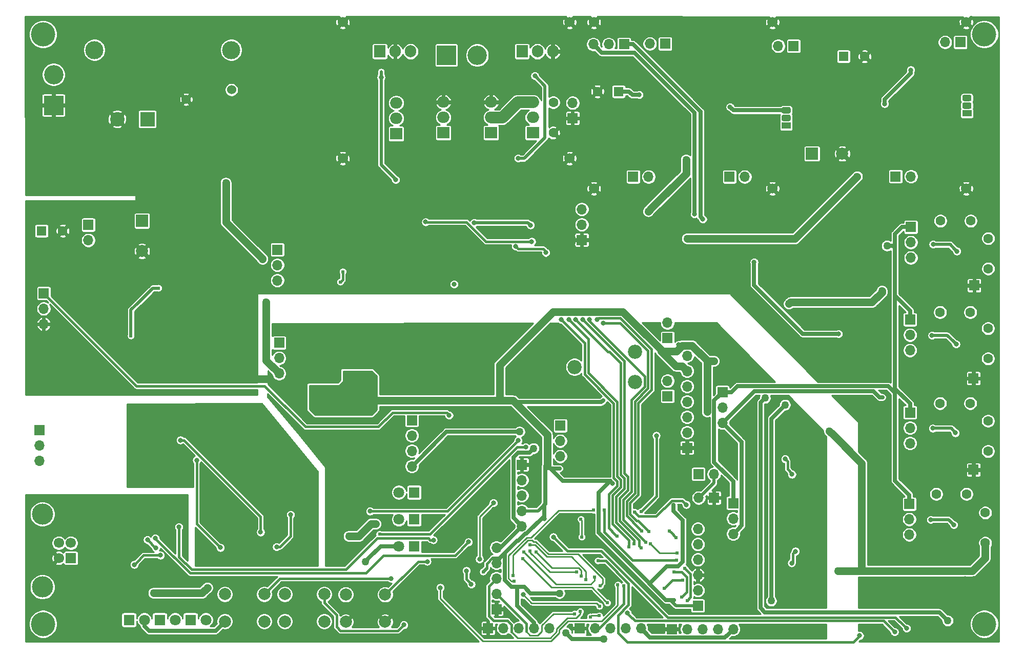
<source format=gbr>
G04 #@! TF.GenerationSoftware,KiCad,Pcbnew,(5.1.8)-1*
G04 #@! TF.CreationDate,2020-12-07T14:59:36+01:00*
G04 #@! TF.ProjectId,PPM,50504d2e-6b69-4636-9164-5f7063625858,rev?*
G04 #@! TF.SameCoordinates,Original*
G04 #@! TF.FileFunction,Copper,L2,Bot*
G04 #@! TF.FilePolarity,Positive*
%FSLAX46Y46*%
G04 Gerber Fmt 4.6, Leading zero omitted, Abs format (unit mm)*
G04 Created by KiCad (PCBNEW (5.1.8)-1) date 2020-12-07 14:59:36*
%MOMM*%
%LPD*%
G01*
G04 APERTURE LIST*
G04 #@! TA.AperFunction,ComponentPad*
%ADD10C,1.700000*%
G04 #@! TD*
G04 #@! TA.AperFunction,ComponentPad*
%ADD11O,1.700000X1.700000*%
G04 #@! TD*
G04 #@! TA.AperFunction,ComponentPad*
%ADD12R,1.700000X1.700000*%
G04 #@! TD*
G04 #@! TA.AperFunction,ComponentPad*
%ADD13R,1.600000X1.600000*%
G04 #@! TD*
G04 #@! TA.AperFunction,ComponentPad*
%ADD14C,1.600000*%
G04 #@! TD*
G04 #@! TA.AperFunction,ComponentPad*
%ADD15O,2.000000X1.905000*%
G04 #@! TD*
G04 #@! TA.AperFunction,ComponentPad*
%ADD16R,2.000000X1.905000*%
G04 #@! TD*
G04 #@! TA.AperFunction,ComponentPad*
%ADD17C,2.000000*%
G04 #@! TD*
G04 #@! TA.AperFunction,ComponentPad*
%ADD18C,3.000000*%
G04 #@! TD*
G04 #@! TA.AperFunction,ComponentPad*
%ADD19C,3.200000*%
G04 #@! TD*
G04 #@! TA.AperFunction,ComponentPad*
%ADD20R,3.200000X3.200000*%
G04 #@! TD*
G04 #@! TA.AperFunction,ComponentPad*
%ADD21C,3.500000*%
G04 #@! TD*
G04 #@! TA.AperFunction,ComponentPad*
%ADD22R,1.800000X1.800000*%
G04 #@! TD*
G04 #@! TA.AperFunction,ComponentPad*
%ADD23C,1.800000*%
G04 #@! TD*
G04 #@! TA.AperFunction,ComponentPad*
%ADD24R,1.500000X1.050000*%
G04 #@! TD*
G04 #@! TA.AperFunction,ComponentPad*
%ADD25R,1.905000X2.000000*%
G04 #@! TD*
G04 #@! TA.AperFunction,ComponentPad*
%ADD26O,1.905000X2.000000*%
G04 #@! TD*
G04 #@! TA.AperFunction,ComponentPad*
%ADD27C,1.524000*%
G04 #@! TD*
G04 #@! TA.AperFunction,ComponentPad*
%ADD28C,2.340000*%
G04 #@! TD*
G04 #@! TA.AperFunction,ComponentPad*
%ADD29C,2.400000*%
G04 #@! TD*
G04 #@! TA.AperFunction,ComponentPad*
%ADD30R,2.400000X2.400000*%
G04 #@! TD*
G04 #@! TA.AperFunction,ComponentPad*
%ADD31R,2.000000X2.000000*%
G04 #@! TD*
G04 #@! TA.AperFunction,ComponentPad*
%ADD32C,4.000000*%
G04 #@! TD*
G04 #@! TA.AperFunction,ViaPad*
%ADD33C,0.800000*%
G04 #@! TD*
G04 #@! TA.AperFunction,ViaPad*
%ADD34C,1.270000*%
G04 #@! TD*
G04 #@! TA.AperFunction,ViaPad*
%ADD35C,0.609600*%
G04 #@! TD*
G04 #@! TA.AperFunction,Conductor*
%ADD36C,0.381000*%
G04 #@! TD*
G04 #@! TA.AperFunction,Conductor*
%ADD37C,1.270000*%
G04 #@! TD*
G04 #@! TA.AperFunction,Conductor*
%ADD38C,0.508000*%
G04 #@! TD*
G04 #@! TA.AperFunction,Conductor*
%ADD39C,0.635000*%
G04 #@! TD*
G04 #@! TA.AperFunction,Conductor*
%ADD40C,0.254000*%
G04 #@! TD*
G04 #@! TA.AperFunction,Conductor*
%ADD41C,1.905000*%
G04 #@! TD*
G04 #@! TA.AperFunction,Conductor*
%ADD42C,0.100000*%
G04 #@! TD*
G04 APERTURE END LIST*
D10*
X135000000Y300500000D03*
X103000000Y273000000D03*
D11*
X21209000Y257810000D03*
X21209000Y260350000D03*
D12*
X21209000Y262890000D03*
D13*
X-17750000Y266000000D03*
D14*
X-14250000Y266000000D03*
D15*
X63411100Y287298000D03*
X63411100Y284758000D03*
D16*
X63411100Y282218000D03*
D12*
X-18097500Y233045000D03*
D11*
X-18097500Y230505000D03*
X-18097500Y227965000D03*
D12*
X-17395000Y255675000D03*
D11*
X-17395000Y253135000D03*
X-17395000Y250595000D03*
D17*
X19050000Y205922000D03*
X19050000Y201422000D03*
X12550000Y205922000D03*
X12550000Y201422000D03*
X22456000Y201422000D03*
X22456000Y205922000D03*
X28956000Y201422000D03*
X28956000Y205922000D03*
X32512000Y201367000D03*
X32512000Y205867000D03*
X39012000Y201367000D03*
X39012000Y205867000D03*
D18*
X13586000Y295910000D03*
X-9014000Y295910000D03*
D19*
X-15748000Y291846000D03*
D20*
X-15748000Y286766000D03*
X49149000Y295045000D03*
D19*
X54229000Y295045000D03*
D12*
X-12890500Y211891000D03*
D10*
X-12890500Y214391000D03*
X-14890500Y214391000D03*
X-14890500Y211891000D03*
D21*
X-17600500Y207121000D03*
X-17600500Y219161000D03*
D11*
X66179700Y200304400D03*
X63639700Y200304400D03*
X61099700Y200304400D03*
X58559700Y200304400D03*
D12*
X56019700Y200304400D03*
D11*
X90678000Y216725500D03*
X90678000Y214185500D03*
X90678000Y211645500D03*
X90678000Y209105500D03*
X90678000Y206565500D03*
D12*
X90678000Y204025500D03*
X57404000Y203454000D03*
D11*
X57404000Y205994000D03*
X57404000Y208534000D03*
X57404000Y211074000D03*
X57404000Y213614000D03*
X90805000Y221869000D03*
D12*
X93345000Y221869000D03*
D22*
X-3302000Y201676000D03*
D23*
X-762000Y201676000D03*
D12*
X43434000Y234696000D03*
D11*
X43434000Y232156000D03*
X43434000Y229616000D03*
X43434000Y227076000D03*
D23*
X41275000Y222758000D03*
D22*
X43815000Y222758000D03*
D23*
X41275000Y218313000D03*
D22*
X43815000Y218313000D03*
X43815000Y213868000D03*
D23*
X41275000Y213868000D03*
X4318000Y201676000D03*
D22*
X1778000Y201676000D03*
X6858000Y201676000D03*
D23*
X9398000Y201676000D03*
G04 #@! TA.AperFunction,ComponentPad*
G36*
G01*
X135615500Y286177500D02*
X134640500Y286177500D01*
G75*
G02*
X134378000Y286440000I0J262500D01*
G01*
X134378000Y286965000D01*
G75*
G02*
X134640500Y287227500I262500J0D01*
G01*
X135615500Y287227500D01*
G75*
G02*
X135878000Y286965000I0J-262500D01*
G01*
X135878000Y286440000D01*
G75*
G02*
X135615500Y286177500I-262500J0D01*
G01*
G37*
G04 #@! TD.AperFunction*
G04 #@! TA.AperFunction,ComponentPad*
G36*
G01*
X135615500Y287447500D02*
X134640500Y287447500D01*
G75*
G02*
X134378000Y287710000I0J262500D01*
G01*
X134378000Y288235000D01*
G75*
G02*
X134640500Y288497500I262500J0D01*
G01*
X135615500Y288497500D01*
G75*
G02*
X135878000Y288235000I0J-262500D01*
G01*
X135878000Y287710000D01*
G75*
G02*
X135615500Y287447500I-262500J0D01*
G01*
G37*
G04 #@! TD.AperFunction*
D24*
X135128000Y285432500D03*
G04 #@! TA.AperFunction,ComponentPad*
G36*
G01*
X105757800Y284145500D02*
X104782800Y284145500D01*
G75*
G02*
X104520300Y284408000I0J262500D01*
G01*
X104520300Y284933000D01*
G75*
G02*
X104782800Y285195500I262500J0D01*
G01*
X105757800Y285195500D01*
G75*
G02*
X106020300Y284933000I0J-262500D01*
G01*
X106020300Y284408000D01*
G75*
G02*
X105757800Y284145500I-262500J0D01*
G01*
G37*
G04 #@! TD.AperFunction*
G04 #@! TA.AperFunction,ComponentPad*
G36*
G01*
X105757800Y285415500D02*
X104782800Y285415500D01*
G75*
G02*
X104520300Y285678000I0J262500D01*
G01*
X104520300Y286203000D01*
G75*
G02*
X104782800Y286465500I262500J0D01*
G01*
X105757800Y286465500D01*
G75*
G02*
X106020300Y286203000I0J-262500D01*
G01*
X106020300Y285678000D01*
G75*
G02*
X105757800Y285415500I-262500J0D01*
G01*
G37*
G04 #@! TD.AperFunction*
X105270300Y283400500D03*
D16*
X40843200Y282065600D03*
D15*
X40843200Y284605600D03*
X40843200Y287145600D03*
D25*
X38138100Y295667300D03*
D26*
X40678100Y295667300D03*
X43218100Y295667300D03*
X66713100Y295667300D03*
X64173100Y295667300D03*
D25*
X61633100Y295667300D03*
D16*
X48641000Y282218000D03*
D15*
X48641000Y284758000D03*
X48641000Y287298000D03*
X56515000Y287298000D03*
X56515000Y284758000D03*
D16*
X56515000Y282218000D03*
D27*
X13656000Y289344000D03*
X6156000Y287744000D03*
D28*
X80311000Y240982000D03*
X70311000Y243482000D03*
X80311000Y245982000D03*
D29*
X-5254000Y284480000D03*
D30*
X-254000Y284480000D03*
D14*
X138645900Y259756900D03*
X138645900Y264756900D03*
X138620500Y244872500D03*
X138620500Y249872500D03*
X138620500Y229569000D03*
X138620500Y234569000D03*
X138163300Y214392500D03*
X138163300Y219392500D03*
X135750300Y267652500D03*
X130750300Y267652500D03*
X135699500Y252539500D03*
X130699500Y252539500D03*
X135699500Y237490000D03*
X130699500Y237490000D03*
X135064500Y222491300D03*
X130064500Y222491300D03*
D31*
X109537500Y278765000D03*
D17*
X114537500Y278765000D03*
D13*
X77597000Y289039300D03*
D14*
X74097000Y289039300D03*
D13*
X114744500Y294843200D03*
D14*
X118244500Y294843200D03*
D17*
X-1143000Y262652500D03*
D31*
X-1143000Y267652500D03*
D32*
X-17500000Y201000000D03*
X-17500000Y298500000D03*
X138000000Y201000000D03*
X138000000Y298500000D03*
D12*
X78486000Y296849800D03*
D11*
X75946000Y296849800D03*
X73406000Y296849800D03*
X131508500Y297192700D03*
D12*
X134048500Y297192700D03*
X106489500Y296573700D03*
D11*
X103949500Y296573700D03*
X82740500Y296938700D03*
D12*
X85280500Y296938700D03*
X125730000Y251333000D03*
D11*
X125730000Y248793000D03*
X125730000Y246253000D03*
X125730000Y230886000D03*
X125730000Y233426000D03*
D12*
X125730000Y235966000D03*
X125603000Y220853000D03*
D11*
X125603000Y218313000D03*
X125603000Y215773000D03*
X93319600Y225780600D03*
D12*
X90779600Y225780600D03*
X96520000Y220980000D03*
D11*
X96520000Y218440000D03*
X96520000Y215900000D03*
X94742000Y234251500D03*
X94742000Y236791500D03*
D12*
X94742000Y239331500D03*
D11*
X-10012700Y264460000D03*
D12*
X-10012700Y267000000D03*
X21500000Y247500000D03*
D11*
X21500000Y244960000D03*
X21500000Y242420000D03*
X125887000Y275000000D03*
D12*
X123347000Y275000000D03*
D11*
X98425000Y274942300D03*
D12*
X95885000Y274942300D03*
X80000000Y274942300D03*
D11*
X82540000Y274942300D03*
D12*
X71120000Y200279000D03*
D11*
X73660000Y200279000D03*
X76200000Y200279000D03*
X78740000Y200279000D03*
X81280000Y200279000D03*
X61595000Y217170000D03*
X61595000Y219710000D03*
X61595000Y222250000D03*
X61595000Y224790000D03*
D12*
X61595000Y227330000D03*
D11*
X96520000Y200152000D03*
X93980000Y200152000D03*
X91440000Y200152000D03*
X88900000Y200152000D03*
D12*
X86360000Y200152000D03*
X88900000Y230124000D03*
D11*
X88900000Y232664000D03*
X88900000Y235204000D03*
X88900000Y237744000D03*
X88900000Y240284000D03*
X88900000Y242824000D03*
X88900000Y245364000D03*
D12*
X85661500Y248259600D03*
D11*
X85661500Y250799600D03*
D12*
X125857000Y266636500D03*
D11*
X125857000Y264096500D03*
X125857000Y261556500D03*
X85674200Y241211100D03*
D12*
X85674200Y238671100D03*
D14*
X66802000Y287234500D03*
X66802000Y282234500D03*
D12*
X69989700Y284631000D03*
D11*
X69989700Y287171000D03*
D12*
X71500000Y264500000D03*
D11*
X71500000Y267040000D03*
X71500000Y269580000D03*
D12*
X67945000Y233807000D03*
D11*
X67945000Y231267000D03*
X67945000Y228727000D03*
D10*
X69500000Y300500000D03*
X32000000Y300500000D03*
X73500000Y273000000D03*
X103000000Y300500000D03*
X135000000Y273000000D03*
D12*
X136335000Y256983000D03*
X136208000Y241616000D03*
X136208000Y226503000D03*
D10*
X73500000Y300500000D03*
X69469000Y278000000D03*
X32000000Y278000000D03*
D33*
X40005000Y208534000D03*
D34*
X12700000Y273939000D03*
X18750315Y261325791D03*
X19368000Y254189000D03*
D33*
X42098016Y200848016D03*
X45974000Y211328000D03*
D35*
X36386000Y259142000D03*
X33846000Y259142000D03*
X34354000Y258380000D03*
X35878000Y258380000D03*
D34*
X40894000Y242570000D03*
X40894000Y245110000D03*
X42799000Y246380000D03*
X42799000Y241300000D03*
D35*
X-4953000Y247269000D03*
D33*
X-20066000Y273050000D03*
X-20066000Y278130000D03*
X-20066000Y283210000D03*
X-20066000Y288861500D03*
X-20066000Y294005000D03*
X-20066000Y300990000D03*
X-14986000Y300990000D03*
X-9906000Y300990000D03*
X-4826000Y300990000D03*
X2794000Y300990000D03*
X10414000Y300990000D03*
X28194000Y288290000D03*
X28194000Y283210000D03*
X28194000Y278130000D03*
X28194000Y273050000D03*
X22670000Y273620000D03*
X20130000Y274382000D03*
X28194000Y295910000D03*
X28194000Y300990000D03*
X10414000Y295910000D03*
X2794000Y295910000D03*
X-4826000Y295910000D03*
X-4826000Y288290000D03*
X254000Y288290000D03*
X-14986000Y280670000D03*
X-14986000Y275590000D03*
X-9906000Y288290000D03*
X-9906000Y283210000D03*
X-9906000Y278130000D03*
X572000Y277938000D03*
X254000Y273050000D03*
X-4191000Y273050000D03*
X5334000Y273050000D03*
X24448000Y273620000D03*
X-20066000Y270510000D03*
X-20066000Y268605000D03*
X-20066000Y260350000D03*
X-4826000Y270510000D03*
X254000Y270510000D03*
X5334000Y270510000D03*
X254000Y264160000D03*
X-4826000Y264160000D03*
X-20066000Y239203000D03*
X-13970000Y239203000D03*
X-9398000Y239203000D03*
X-4381000Y239203000D03*
X1905000Y239203000D03*
X10224000Y239203000D03*
X68199000Y257810000D03*
X65024000Y257810000D03*
X68199000Y256540000D03*
X52959000Y259715000D03*
X54864000Y259715000D03*
X36449000Y275995000D03*
X43434000Y277495000D03*
X48514000Y277495000D03*
X57404000Y277495000D03*
X66294000Y275590000D03*
X67564000Y273050000D03*
X73914000Y263525000D03*
X73914000Y259715000D03*
X66929000Y259715000D03*
X58738000Y259715000D03*
X5969000Y214376000D03*
X5969000Y218059000D03*
X5842000Y221996000D03*
X2794000Y221996000D03*
X-1270000Y221996000D03*
X-5207000Y221996000D03*
X-9652000Y221996000D03*
X-13716000Y221996000D03*
X-16764000Y221996000D03*
X-19939000Y220980000D03*
X-19939000Y216281000D03*
X-19939000Y211455000D03*
X-20066000Y205105000D03*
X-20066000Y198755000D03*
X-14986000Y198755000D03*
X-11176000Y198755000D03*
X-7366000Y198755000D03*
X889000Y198755000D03*
X11049000Y198755000D03*
X18669000Y198755000D03*
X22479000Y198755000D03*
X28194000Y198755000D03*
X32639000Y198755000D03*
X39624000Y198755000D03*
X35814000Y201295000D03*
X35814000Y204470000D03*
X25654000Y204851000D03*
X25654000Y202565000D03*
X15494000Y204851000D03*
X15494000Y202565000D03*
X13335000Y203708000D03*
X18034000Y203708000D03*
X23114000Y203835000D03*
X28194000Y203835000D03*
X33401000Y203708000D03*
X38354000Y203581000D03*
X51054000Y205105000D03*
X52134000Y205802000D03*
X54864000Y204597000D03*
X52959000Y201930000D03*
X50102000Y199452000D03*
X46609000Y199009000D03*
X46038000Y205294000D03*
X87757000Y222885000D03*
X65342000Y242632000D03*
X55944000Y243394000D03*
X56134000Y249555000D03*
X49149000Y246380000D03*
X49149000Y243205000D03*
X49149000Y240030000D03*
X51689000Y240030000D03*
X61849000Y240030000D03*
X68834000Y240665000D03*
X72009000Y236220000D03*
X65024000Y236220000D03*
X82169000Y232410000D03*
X85344000Y232410000D03*
X94869000Y245745000D03*
X91059000Y250190000D03*
X103950000Y232218000D03*
X96774000Y227965000D03*
X95504000Y229235000D03*
X97409000Y241300000D03*
X109474000Y233045000D03*
X108014000Y228154000D03*
X111442500Y224282000D03*
X110744000Y217805000D03*
X111379000Y209550000D03*
X111379000Y205105000D03*
X108585000Y199326500D03*
X105092500Y199326500D03*
X100330000Y199390000D03*
X96838000Y204786000D03*
X99124000Y204786000D03*
X87122000Y203073000D03*
X85598000Y203454000D03*
X82931000Y202438000D03*
X83312000Y200279000D03*
X62230000Y204216000D03*
X66167000Y203327000D03*
X85852000Y225679000D03*
X89154000Y226314000D03*
X89154000Y224155000D03*
X84963000Y227965000D03*
X95504000Y224028000D03*
X95250000Y217170000D03*
X95377000Y213614000D03*
X95250000Y210820000D03*
X92456000Y210820000D03*
X92456000Y213741000D03*
X93282000Y217994000D03*
X99949000Y220980000D03*
X105791000Y220980000D03*
X29464000Y217170000D03*
X29464000Y211963000D03*
X30226000Y212852000D03*
X30353000Y216281000D03*
X37910000Y221804000D03*
X37148000Y225360000D03*
X36132000Y227900000D03*
X139954000Y198755000D03*
X139954000Y203200000D03*
X139954000Y213360000D03*
X139954000Y218440000D03*
X139954000Y231775000D03*
X139954000Y243205000D03*
X139954000Y248285000D03*
X139954000Y253365000D03*
X139954000Y257810000D03*
X139954000Y261620000D03*
X139954000Y266700000D03*
X116459000Y293370000D03*
X119634000Y293370000D03*
X112649000Y292100000D03*
X117729000Y288290000D03*
X122809000Y287655000D03*
X124714000Y287020000D03*
X129159000Y288290000D03*
X128969000Y292162000D03*
X130429000Y294640000D03*
X132969000Y291465000D03*
X113919000Y287655000D03*
X115824000Y283210000D03*
X125349000Y280035000D03*
X128524000Y280035000D03*
X128524000Y276860000D03*
X128524000Y274320000D03*
X114554000Y276225000D03*
X114554000Y281305000D03*
X111379000Y281305000D03*
X111379000Y276225000D03*
X108204000Y276225000D03*
X108204000Y281305000D03*
X109792000Y284542000D03*
X111379000Y290195000D03*
X110744000Y293370000D03*
X110744000Y297180000D03*
X87440000Y292416000D03*
X91694000Y294640000D03*
X101854000Y294005000D03*
X100711000Y288036000D03*
X92266000Y287844000D03*
X94234000Y286385000D03*
X96774000Y281305000D03*
X92329000Y278130000D03*
X92329000Y275590000D03*
X85979000Y275590000D03*
X85979000Y278130000D03*
X82804000Y281940000D03*
X80264000Y282575000D03*
X77026000Y283272000D03*
X75184000Y286385000D03*
X72644000Y287655000D03*
X72644000Y290195000D03*
X75184000Y292100000D03*
X77724000Y290830000D03*
X78804000Y285812000D03*
X72009000Y292370000D03*
X85979000Y293370000D03*
X85979000Y287020000D03*
X77724000Y276860000D03*
X75184000Y276860000D03*
X68834000Y279170000D03*
X59309000Y279805000D03*
X59309000Y282980000D03*
X63119000Y289330000D03*
X61214000Y291870000D03*
X58039000Y295045000D03*
X54229000Y298220000D03*
X51689000Y298220000D03*
X49149000Y298220000D03*
X44704000Y298220000D03*
X40894000Y298220000D03*
X37719000Y298220000D03*
X34544000Y298220000D03*
X35814000Y279805000D03*
X43434000Y290727000D03*
X45974000Y293140000D03*
X46101000Y284377000D03*
X53975000Y284377000D03*
X60960000Y281329000D03*
X66929000Y284758000D03*
X40259000Y264160000D03*
X44069000Y264160000D03*
X39688000Y270318000D03*
X50102000Y272604000D03*
X54928000Y272858000D03*
X45276000Y272604000D03*
X45593000Y277495000D03*
X50419000Y277495000D03*
X61214000Y268605000D03*
X61214000Y266065000D03*
X64834000Y272604000D03*
X42418000Y266700000D03*
X58738000Y261936000D03*
X65151000Y260985000D03*
X77724000Y266700000D03*
X80264000Y266700000D03*
X85280500Y264731500D03*
X80899000Y270510000D03*
X78359000Y270510000D03*
X78359000Y272415000D03*
X70739000Y276225000D03*
X50419000Y279170000D03*
X42799000Y279170000D03*
X101854000Y252095000D03*
X112649000Y241300000D03*
X115189000Y241300000D03*
X117729000Y241300000D03*
X120269000Y241300000D03*
X120269000Y236855000D03*
X117729000Y236855000D03*
X120269000Y234315000D03*
X120269000Y231775000D03*
X121539000Y229870000D03*
X121539000Y225425000D03*
X119634000Y225425000D03*
X119634000Y218440000D03*
X122809000Y218440000D03*
X122809000Y221615000D03*
X122809000Y214630000D03*
X119634000Y212090000D03*
X126619000Y205105000D03*
X132969000Y198755000D03*
X136144000Y198755000D03*
X53658000Y243394000D03*
X62802000Y242886000D03*
X64389000Y238760000D03*
X40894000Y226695000D03*
X40894000Y229870000D03*
X40894000Y233680000D03*
D34*
X42799000Y243840000D03*
D33*
X12319000Y246380000D03*
X8509000Y246380000D03*
X5969000Y248920000D03*
X3429000Y250825000D03*
X-5778000Y258126000D03*
X-4826000Y254635000D03*
X5969000Y263525000D03*
X9144000Y263525000D03*
X13589000Y263525000D03*
X-4826000Y267335000D03*
X-16256000Y260350000D03*
X-14986000Y264160000D03*
X-12446000Y265430000D03*
X-14351000Y250190000D03*
X-13398000Y244664000D03*
X-17589000Y239203000D03*
X15494000Y249555000D03*
X15494000Y243205000D03*
X28512000Y264730000D03*
X4636000Y278192000D03*
X19939000Y266700000D03*
X19939000Y270510000D03*
X23114000Y270510000D03*
X24956000Y274890000D03*
X29464000Y270510000D03*
X29464000Y267970000D03*
X32004000Y273050000D03*
X121539000Y233045000D03*
X134175500Y236728000D03*
X128524000Y245110000D03*
X128524000Y254635000D03*
X128524000Y260350000D03*
X128524000Y268605000D03*
X132652000Y267778000D03*
X33020000Y213741000D03*
X37465000Y207391000D03*
X35941000Y207391000D03*
X34036000Y207391000D03*
X30099000Y207391000D03*
X14986000Y207264000D03*
X17399000Y207264000D03*
X20574000Y203708000D03*
X137096500Y236029500D03*
X48514000Y262890000D03*
X40259000Y259715000D03*
X38989000Y262890000D03*
X36132000Y262698000D03*
X33592000Y262698000D03*
X42799000Y259715000D03*
X31052000Y262444000D03*
X41529000Y259715000D03*
X44069000Y259715000D03*
X40259000Y262890000D03*
X41529000Y262890000D03*
X42799000Y262890000D03*
X44069000Y262890000D03*
X45339000Y260350000D03*
X47244000Y260350000D03*
X28766000Y262698000D03*
X26226000Y261428000D03*
D35*
X72517000Y214630000D03*
X72390000Y212217000D03*
X75311000Y209677000D03*
X72644000Y203200000D03*
X71882000Y202184000D03*
X75946000Y208534000D03*
X70485000Y216281000D03*
X70485000Y214757000D03*
X136716000Y258761000D03*
D33*
X134811000Y256983000D03*
X134938000Y255332000D03*
X133160000Y254189000D03*
X133287000Y256983000D03*
X133160000Y252538000D03*
X134430000Y251649000D03*
X134430000Y253427000D03*
X134176000Y238314000D03*
X133414000Y237552000D03*
X133414000Y241743000D03*
X133541000Y239330000D03*
X133414000Y243902000D03*
X136335000Y239457000D03*
X137605000Y238695000D03*
X133795000Y235647000D03*
X133287000Y224471000D03*
X133287000Y226757000D03*
X133287000Y228789000D03*
X134811000Y228535000D03*
X134938000Y224598000D03*
X134684500Y226884500D03*
X133541000Y223328000D03*
X133541000Y221804000D03*
X131509000Y221804000D03*
X131509000Y223328000D03*
X132652000Y222566000D03*
X125413000Y226122000D03*
X127064000Y226122000D03*
X127064000Y224344000D03*
X127953000Y221042000D03*
X128207000Y215581000D03*
X129477000Y216724000D03*
X134684000Y213549000D03*
X134938000Y211771000D03*
X134811000Y208469000D03*
X134811000Y205040000D03*
X128969000Y205675000D03*
X129477000Y208342000D03*
X123127000Y208278500D03*
X117920000Y208215000D03*
X127445000Y198563000D03*
X134303000Y201611000D03*
X138748000Y216978000D03*
X139129000Y232599000D03*
X129604000Y235647000D03*
X128080000Y238441000D03*
X125794000Y240473000D03*
X128080000Y240473000D03*
X136716000Y254697000D03*
X139002000Y263079000D03*
X134430000Y266762000D03*
X133795000Y267778000D03*
X137224000Y279208000D03*
X134684000Y277430000D03*
X131890000Y278827000D03*
X139510000Y295845000D03*
X139510000Y293305000D03*
X139510000Y290765000D03*
X139510000Y287590000D03*
X139510000Y284415000D03*
X139510000Y281240000D03*
X139510000Y278065000D03*
X139510000Y273620000D03*
X137000000Y273620000D03*
X132525000Y273620000D03*
X123635000Y272985000D03*
X121095000Y272985000D03*
X118555000Y272985000D03*
X119825000Y275525000D03*
X119825000Y278700000D03*
X119825000Y281875000D03*
X134430000Y290130000D03*
X134430000Y292670000D03*
X131255000Y300290000D03*
X127445000Y300290000D03*
X123635000Y300290000D03*
X120460000Y300290000D03*
X116650000Y300290000D03*
X112840000Y300290000D03*
X109030000Y300290000D03*
X105220000Y300290000D03*
X100775000Y300290000D03*
X96965000Y300290000D03*
X93155000Y300290000D03*
X89345000Y300290000D03*
X86170000Y300290000D03*
X82360000Y300290000D03*
X79185000Y300290000D03*
X75375000Y300290000D03*
X67755000Y300290000D03*
X64580000Y300290000D03*
X60135000Y300290000D03*
X55690000Y300290000D03*
X47435000Y300290000D03*
X42355000Y300290000D03*
X38545000Y300290000D03*
X34100000Y300290000D03*
X31560000Y298385000D03*
X31560000Y296480000D03*
X31560000Y293940000D03*
X31560000Y289495000D03*
X31560000Y286955000D03*
X31560000Y283780000D03*
X31560000Y279970000D03*
X35370000Y277430000D03*
X39815000Y277430000D03*
X53150000Y277430000D03*
X59754000Y272858000D03*
X67755000Y277430000D03*
X72000000Y272000000D03*
X80455000Y272350000D03*
X88075000Y272350000D03*
X93155000Y272350000D03*
X96330000Y272350000D03*
X105855000Y272350000D03*
X109030000Y272350000D03*
X112205000Y272350000D03*
X100140000Y278065000D03*
X102045000Y279335000D03*
X100775000Y292035000D03*
X88964000Y294194000D03*
X90615000Y290130000D03*
X89980000Y288860000D03*
X100775000Y297115000D03*
X96584000Y294956000D03*
X93155000Y297115000D03*
X89345000Y297115000D03*
X112840000Y295210000D03*
X119825000Y295845000D03*
X118555000Y290130000D03*
X71819000Y285050000D03*
X71946000Y295083000D03*
X54039000Y287717000D03*
X55690000Y289114000D03*
X57468000Y289114000D03*
X66739000Y298131000D03*
X68517000Y294194000D03*
X68009000Y298131000D03*
X68517000Y296861000D03*
X59500000Y295083000D03*
X59881000Y291908000D03*
X51880000Y291781000D03*
X51880000Y293432000D03*
X51880000Y296353000D03*
X40577000Y290765000D03*
X55182000Y277430000D03*
X66485000Y279335000D03*
X23559000Y234504000D03*
X24956000Y236917000D03*
X24956000Y239076000D03*
X17463000Y239330000D03*
X14796000Y239330000D03*
X6033000Y239203000D03*
X-952000Y239203000D03*
X-5778000Y259904000D03*
X-3746000Y257872000D03*
X-3809500Y262761500D03*
X-1142500Y264666500D03*
X1080000Y262634500D03*
X1397500Y259713500D03*
X-4825500Y253173000D03*
X2858000Y263396500D03*
X11430500Y263523500D03*
X-3238000Y255332000D03*
X-9080000Y251204500D03*
X-9080000Y248855000D03*
X133287000Y266762000D03*
X132729398Y261073900D03*
D35*
X132775298Y245808500D03*
X132734399Y230865601D03*
X132300149Y215424851D03*
D33*
X110173000Y221042000D03*
D35*
X107125000Y236663000D03*
D33*
X93028000Y247712000D03*
X95314000Y242632000D03*
X69787000Y234758000D03*
D35*
X38799000Y236155000D03*
X37656000Y235139000D03*
X34354000Y234631000D03*
X31687000Y234631000D03*
D33*
X71692000Y240473000D03*
X-5461000Y252221994D03*
X38926000Y264222000D03*
X39180000Y272604000D03*
X42863000Y264349000D03*
X48578000Y261809000D03*
X48578000Y260666000D03*
X48578000Y259523000D03*
X49721000Y259523000D03*
X57214000Y262952000D03*
X49721000Y261809000D03*
X49721000Y262825000D03*
X50737000Y262825000D03*
X50737000Y261809000D03*
X50737000Y260666000D03*
X50737000Y259523000D03*
X46292000Y261047000D03*
D35*
X126367000Y201803000D03*
X125285000Y201485000D03*
X120206000Y200722000D03*
X131636000Y199706000D03*
X126556000Y200468000D03*
X139510000Y205294000D03*
X125032000Y207834000D03*
X120968000Y289114000D03*
X122238000Y295718000D03*
X121730000Y291400000D03*
X103950000Y206564000D03*
X104458000Y208088000D03*
X104765000Y212205000D03*
X99886000Y215454000D03*
X30544000Y243140000D03*
X29274000Y243140000D03*
X27750000Y243140000D03*
X31560000Y244156000D03*
X37148000Y244156000D03*
X26480000Y243140000D03*
X35370000Y222312000D03*
X-5270000Y216978000D03*
X-5270000Y214946000D03*
X-10096000Y203770000D03*
X-11112000Y204532000D03*
X-9842000Y201484000D03*
X2604000Y208342000D03*
X2604000Y204786000D03*
D33*
X103950000Y229678000D03*
X98616000Y232726000D03*
X-2476000Y244156000D03*
X-2476000Y245680000D03*
X-14160000Y241616000D03*
X-13144000Y254316000D03*
X-2222000Y241870000D03*
X-4508000Y241362000D03*
X48578000Y202754000D03*
X46546000Y203516000D03*
X106490000Y261174000D03*
X111570000Y261174000D03*
X111316000Y251522000D03*
X106998000Y252284000D03*
X109792000Y263460000D03*
X102680000Y257618000D03*
X93282000Y258380000D03*
X90742000Y260412000D03*
X84646000Y260412000D03*
X95314000Y259396000D03*
X98362000Y256348000D03*
X111316000Y252792000D03*
X110300000Y265492000D03*
X88456000Y263206000D03*
X121539000Y287020000D03*
X125857008Y292608000D03*
D34*
X88734900Y277765100D03*
X121094500Y256095500D03*
D33*
X50419000Y257175000D03*
D34*
X88900000Y264731500D03*
X82500000Y269223612D03*
X117000000Y275000000D03*
X105728000Y253935000D03*
D35*
X31623002Y257556006D03*
X32016437Y259254167D03*
D34*
X113791968Y209804001D03*
X112395004Y232918000D03*
D33*
X88773000Y220726000D03*
D35*
X80229200Y219528415D03*
D33*
X36068000Y236220000D03*
X33528000Y236220000D03*
X34798000Y237490000D03*
X33528000Y238760000D03*
X33528000Y237490000D03*
X34798000Y236220000D03*
X34798000Y238760000D03*
X36068000Y238760000D03*
X36068000Y237490000D03*
X32258000Y238760000D03*
X32258000Y237490000D03*
X32258000Y236220000D03*
D35*
X67818000Y226695000D03*
D33*
X65278000Y218439994D03*
D35*
X86677501Y220662501D03*
D34*
X92202000Y236093000D03*
D33*
X87503000Y247155600D03*
D35*
X75057000Y237998000D03*
D33*
X76564011Y224235423D03*
D34*
X37465000Y217551000D03*
X33020000Y215519000D03*
X131953000Y201549000D03*
X93345000Y244475000D03*
D35*
X55202531Y209634531D03*
D34*
X67818000Y206067010D03*
X101790500Y238364512D03*
X9667003Y207010000D03*
X761999Y206121000D03*
D35*
X86741000Y204978000D03*
X1553600Y256540000D03*
X-2984500Y248666000D03*
D34*
X75167796Y198521322D03*
X68870474Y199536021D03*
X63536898Y230024053D03*
X61214000Y232791004D03*
X35727098Y211328000D03*
X105095965Y237242087D03*
X102807000Y204833448D03*
D33*
X106794992Y213015261D03*
X106172000Y211074000D03*
D35*
X121158000Y238496490D03*
D33*
X90106500Y268764990D03*
X96000000Y286500000D03*
D34*
X121930800Y263535800D03*
D33*
X91503500Y267929979D03*
X99984100Y260794500D03*
X113919000Y248983500D03*
X81000000Y288500000D03*
X38354000Y291412810D03*
X40767000Y274447000D03*
X63754000Y291616000D03*
X61000000Y278000000D03*
X52451000Y209804000D03*
X53240868Y207589528D03*
D35*
X60349570Y208034205D03*
X75219159Y219837000D03*
X73440943Y219837000D03*
X87122002Y211582000D03*
D33*
X21527000Y233107000D03*
X1905000Y236982000D03*
X10287000Y236982000D03*
X17272000Y236982000D03*
X24448000Y229362000D03*
X27115000Y225995000D03*
X26035000Y221488000D03*
X27559000Y217678000D03*
X27559000Y211963000D03*
X25527000Y210947000D03*
X21717000Y210947000D03*
X18034000Y210947000D03*
X12954000Y210947000D03*
X8001000Y210947000D03*
X8001000Y214249000D03*
X22797000Y231202000D03*
X20003000Y234885000D03*
X24575000Y226122000D03*
X22035000Y226122000D03*
X22035000Y229424000D03*
X19876000Y229424000D03*
X19876000Y233107000D03*
X8954000Y223582000D03*
X8954000Y221169000D03*
X8954000Y226122000D03*
X8954000Y229487500D03*
X7938000Y231710000D03*
X9081000Y234758000D03*
X-952000Y237044000D03*
X-1206000Y223963000D03*
X2731000Y223963000D03*
X5906000Y223963000D03*
X17209000Y213676000D03*
X17336000Y217486000D03*
X15812000Y215835000D03*
X15685000Y219772000D03*
X25337000Y213422000D03*
X25337000Y215454000D03*
X21908000Y222058000D03*
X16320000Y230948000D03*
X16320000Y233107000D03*
X6033000Y237044000D03*
X14796000Y233107000D03*
X14796000Y230948000D03*
X16320000Y228535000D03*
X-1238000Y234500000D03*
X-1238000Y230500000D03*
X-1238000Y226500000D03*
D35*
X85090000Y206883000D03*
X88161174Y208281859D03*
X87249000Y212725000D03*
X82840597Y214242901D03*
D33*
X83820000Y232156000D03*
D35*
X81279996Y219583000D03*
X86703341Y209619988D03*
X88011000Y205486000D03*
X88529540Y210207082D03*
X88900000Y204879500D03*
X78435254Y207290094D03*
X71247000Y203073004D03*
X70310387Y202692000D03*
D33*
X129540000Y263779000D03*
X133477000Y262636000D03*
X129362200Y248716800D03*
X133350000Y247269000D03*
X129489200Y233349800D03*
X133222998Y232600500D03*
X129159000Y218249500D03*
X132969000Y217408186D03*
X49594000Y235520000D03*
X75058263Y250786979D03*
D35*
X81407000Y216408000D03*
D33*
X48133000Y207010000D03*
D35*
X77456210Y207493798D03*
X74366826Y202362188D03*
X72912815Y202183015D03*
X85979003Y216407997D03*
X87050996Y215265001D03*
X74168000Y211455000D03*
D33*
X117411996Y199071000D03*
X123190000Y199672500D03*
X79011655Y202832161D03*
X125152298Y200277867D03*
X66802000Y215392000D03*
X105093000Y228281000D03*
X106236000Y225741000D03*
X60579000Y263452900D03*
X65555232Y262405232D03*
X69342000Y251367990D03*
D35*
X79291822Y213778772D03*
D33*
X70485000Y251367990D03*
D35*
X80137000Y214249000D03*
D33*
X68072000Y251367990D03*
D35*
X77342534Y215514018D03*
D33*
X71678968Y251367990D03*
D35*
X81280000Y213614000D03*
D33*
X74069502Y251367990D03*
D35*
X82597611Y216279695D03*
D33*
X72771000Y251367990D03*
D35*
X82042000Y214503000D03*
X63934892Y212905892D03*
X71399061Y208938833D03*
X62955952Y214092259D03*
X72205031Y208346856D03*
X62945355Y213050254D03*
X70614566Y209558987D03*
D33*
X56902776Y221009366D03*
X61830001Y205848001D03*
D35*
X74422000Y203962000D03*
D33*
X54610000Y211709000D03*
D35*
X61716564Y211835998D03*
X75729204Y204496792D03*
X61894310Y212933690D03*
X73653926Y208781926D03*
D33*
X4953000Y217043000D03*
X46990000Y214884000D03*
X52794688Y214560011D03*
X1025590Y215195012D03*
X-254000Y214907000D03*
X1143000Y213614000D03*
D35*
X38100008Y215853811D03*
D33*
X62230000Y230251000D03*
X36510723Y219646501D03*
X60977802Y231318932D03*
D35*
X71501000Y215392000D03*
X71354774Y218316022D03*
X74563850Y207344122D03*
X60147025Y209013490D03*
D33*
X21082000Y213740980D03*
X23396526Y219075000D03*
X11803657Y213631721D03*
X7874000Y228092000D03*
X18447900Y216173400D03*
X5207000Y231394000D03*
X53729903Y267358267D03*
X63020500Y266954000D03*
X63230471Y264243400D03*
X45708518Y267475611D03*
X1905000Y212357902D03*
X-2413000Y210820000D03*
D36*
X39439315Y208534000D02*
X40005000Y208534000D01*
X19050000Y205922000D02*
X21662000Y208534000D01*
X21662000Y208534000D02*
X39439315Y208534000D01*
D37*
X12700000Y273939000D02*
X12700000Y268097000D01*
X12700000Y268097000D02*
X12700000Y267462000D01*
X12700000Y267462000D02*
X18750315Y261411685D01*
X18750315Y261411685D02*
X18750315Y261325791D01*
X19368000Y253290975D02*
X19368000Y254189000D01*
X19368000Y244552000D02*
X19368000Y253290975D01*
X21500000Y242420000D02*
X19368000Y244552000D01*
D36*
X41141501Y199891501D02*
X42098016Y200848016D01*
X31629499Y199891501D02*
X41141501Y199891501D01*
X30988000Y200533000D02*
X31629499Y199891501D01*
X30988000Y202475787D02*
X30988000Y200533000D01*
X28956000Y205922000D02*
X28956000Y204507787D01*
X28956000Y204507787D02*
X30988000Y202475787D01*
X39012000Y205867000D02*
X44473000Y211328000D01*
X44473000Y211328000D02*
X45408315Y211328000D01*
X45408315Y211328000D02*
X45974000Y211328000D01*
D38*
X-4953000Y247269000D02*
X-5461000Y247777000D01*
X-5461000Y251790942D02*
X-5461000Y252221994D01*
X-5461000Y247777000D02*
X-5461000Y251790942D01*
D37*
X23412510Y239912510D02*
X24876201Y241376201D01*
X24876201Y241376201D02*
X25511200Y242011200D01*
X21596990Y239912510D02*
X23412510Y239912510D01*
D39*
X15494000Y243205000D02*
X16128000Y243205000D01*
D37*
X19749000Y241489000D02*
X21146000Y240092000D01*
X16128000Y243205000D02*
X17844000Y241489000D01*
X17844000Y241489000D02*
X19749000Y241489000D01*
D39*
X135000000Y300500000D02*
X135305999Y300194001D01*
X135000000Y300500000D02*
X135148000Y300500000D01*
X135148000Y300500000D02*
X135827000Y301179000D01*
X125857000Y292607992D02*
X125857008Y292608000D01*
X125857000Y292100000D02*
X125857000Y292607992D01*
X121539000Y287020000D02*
X121539000Y287782000D01*
X121539000Y287782000D02*
X125857000Y292100000D01*
D37*
X89798025Y264731500D02*
X88900000Y264731500D01*
X106743500Y264731500D02*
X89798025Y264731500D01*
X83134999Y269858611D02*
X82500000Y269223612D01*
X88734900Y275458512D02*
X83134999Y269858611D01*
X88734900Y277765100D02*
X88734900Y275458512D01*
X116365001Y274365001D02*
X117000000Y275000000D01*
X106743500Y264731500D02*
X106743500Y264743500D01*
X106743500Y264743500D02*
X116365001Y274365001D01*
X105982000Y254189000D02*
X105728000Y253935000D01*
X119444000Y254189000D02*
X105982000Y254189000D01*
X121094500Y256095500D02*
X121094500Y255839500D01*
X121094500Y255839500D02*
X119444000Y254189000D01*
D36*
X32016437Y259254167D02*
X32016437Y257949441D01*
X31927801Y257860805D02*
X31623002Y257556006D01*
X32016437Y257949441D02*
X31927801Y257860805D01*
D37*
X114689993Y209804001D02*
X113791968Y209804001D01*
X118109999Y209804001D02*
X114689993Y209804001D01*
X113030003Y232283001D02*
X112395004Y232918000D01*
X117729000Y227584004D02*
X113030003Y232283001D01*
X118109999Y209804001D02*
X117729000Y210185000D01*
X117729000Y210185000D02*
X117729000Y227584004D01*
X136019001Y209804001D02*
X118109999Y209804001D01*
X138113000Y211898000D02*
X136019001Y209804001D01*
X138163300Y214392500D02*
X138113000Y214342200D01*
X138113000Y214342200D02*
X138113000Y211898000D01*
D36*
X88373001Y221125999D02*
X88773000Y220726000D01*
X88128489Y221370511D02*
X88373001Y221125999D01*
X86384234Y221370511D02*
X88128489Y221370511D01*
X83806222Y218792499D02*
X86384234Y221370511D01*
X80900555Y218792499D02*
X83806222Y218792499D01*
X80286237Y219406817D02*
X80900555Y218792499D01*
X80286237Y219471378D02*
X80286237Y219406817D01*
D38*
X93319600Y224307400D02*
X93319600Y225780600D01*
X90754200Y221742000D02*
X93319600Y224307400D01*
D39*
X65278000Y219710000D02*
X65278000Y218439994D01*
D38*
X64262000Y219710000D02*
X65278000Y220726000D01*
X61595000Y219710000D02*
X64262000Y219710000D01*
D39*
X65278000Y220726000D02*
X65278000Y219710000D01*
D37*
X88050001Y243673999D02*
X88900000Y242824000D01*
X87034001Y243673999D02*
X88050001Y243673999D01*
X92202000Y244555802D02*
X92202000Y236991025D01*
X89708801Y247049001D02*
X92202000Y244555802D01*
X88091199Y247049001D02*
X89708801Y247049001D01*
X87168198Y246126000D02*
X88091199Y247049001D01*
X84582000Y246126000D02*
X87168198Y246126000D01*
X92202000Y236991025D02*
X92202000Y236093000D01*
X84582000Y246126000D02*
X87034001Y243673999D01*
D39*
X86677501Y220231449D02*
X86677501Y220662501D01*
X86677501Y219646501D02*
X86677501Y220231449D01*
X86677501Y220027501D02*
X86677501Y219646501D01*
X76225743Y224573691D02*
X76564011Y224235423D01*
X76225743Y224637257D02*
X76225743Y224573691D01*
X57404000Y211074000D02*
X57404000Y211328000D01*
X67818000Y226695000D02*
X66294000Y226695000D01*
X68351743Y224637257D02*
X76225743Y224637257D01*
X65786000Y227203000D02*
X68351743Y224637257D01*
X65452502Y220900502D02*
X65278000Y220726000D01*
X65452502Y227123502D02*
X65452502Y220900502D01*
X58775514Y208217584D02*
X59876395Y207116703D01*
X59876395Y207116703D02*
X60812703Y207116703D01*
X60833000Y214757000D02*
X58775514Y212699514D01*
X60812703Y207116703D02*
X60833000Y207137000D01*
X58775514Y212699514D02*
X58775514Y208217584D01*
X60991185Y214757000D02*
X62151966Y215917781D01*
X62151966Y215917781D02*
X62366683Y215917781D01*
X62366683Y215917781D02*
X65278000Y218829098D01*
X65278000Y218829098D02*
X65278000Y219710000D01*
X60833000Y214757000D02*
X60991185Y214757000D01*
X57404000Y211328000D02*
X58293000Y212217000D01*
X58293000Y212217000D02*
X60833000Y214757000D01*
D36*
X58039000Y211963000D02*
X58293000Y212217000D01*
X56769000Y211963000D02*
X58039000Y211963000D01*
X55792001Y210224001D02*
X55792001Y210986001D01*
X55792001Y210986001D02*
X56769000Y211963000D01*
D39*
X92282802Y244475000D02*
X92202000Y244555802D01*
D37*
X93345000Y244475000D02*
X92282802Y244475000D01*
D38*
X55792001Y210224001D02*
X55202531Y209634531D01*
D39*
X60833000Y204001098D02*
X63639700Y201194398D01*
X60833000Y207137000D02*
X60833000Y204001098D01*
X63639700Y201194398D02*
X63639700Y200304400D01*
X66919975Y206067010D02*
X67818000Y206067010D01*
X63045990Y206067010D02*
X66919975Y206067010D01*
X60833000Y207137000D02*
X61976000Y207137000D01*
X61976000Y207137000D02*
X63045990Y206067010D01*
D37*
X34671000Y215519000D02*
X33020000Y215519000D01*
X37465000Y217551000D02*
X36703000Y217551000D01*
X36703000Y217551000D02*
X34671000Y215519000D01*
D39*
X74301658Y222713172D02*
X76225743Y224637257D01*
X74301658Y216083842D02*
X74301658Y222713172D01*
X82867500Y207708500D02*
X82677000Y207708500D01*
X82677000Y207708500D02*
X74301658Y216083842D01*
D37*
X8778003Y206121000D02*
X1660024Y206121000D01*
X1660024Y206121000D02*
X761999Y206121000D01*
X9667003Y207010000D02*
X8778003Y206121000D01*
D39*
X88166502Y211268598D02*
X88166502Y218157500D01*
X87435402Y210537498D02*
X88166502Y211268598D01*
X85725000Y204978000D02*
X85407500Y204978000D01*
X85407500Y204978000D02*
X82708750Y207676750D01*
X85569498Y210537498D02*
X87435402Y210537498D01*
X82708750Y207676750D02*
X85569498Y210537498D01*
X88166502Y218157500D02*
X87249000Y219075002D01*
X86677501Y219646501D02*
X87249000Y219075002D01*
X86741000Y204978000D02*
X85725000Y204978000D01*
D38*
X86106000Y204978000D02*
X85725000Y204978000D01*
X90678000Y204025500D02*
X87058500Y204025500D01*
X87058500Y204025500D02*
X86106000Y204978000D01*
D39*
X101029000Y237603012D02*
X101790500Y238364512D01*
X101029000Y203643000D02*
X101029000Y237603012D01*
X101735501Y202936499D02*
X101029000Y203643000D01*
X131953000Y201549000D02*
X130565501Y202936499D01*
X130565501Y202936499D02*
X101735501Y202936499D01*
D37*
X60133582Y237933000D02*
X57722000Y237933000D01*
X65786000Y227123502D02*
X65786000Y232280582D01*
X65786000Y232280582D02*
X60133582Y237933000D01*
X84582000Y246306291D02*
X84582000Y246126000D01*
X78285291Y252603000D02*
X84582000Y246306291D01*
X66752198Y252603000D02*
X78285291Y252603000D01*
X57912000Y237933000D02*
X57912000Y243762802D01*
X57912000Y243762802D02*
X66752198Y252603000D01*
X36895000Y237933000D02*
X36068000Y238760000D01*
X57976000Y237933000D02*
X36895000Y237933000D01*
D39*
X74752201Y237693201D02*
X75057000Y237998000D01*
X74738000Y237679000D02*
X74752201Y237693201D01*
X57849000Y237806000D02*
X57976000Y237679000D01*
X57976000Y237679000D02*
X74738000Y237679000D01*
D38*
X1553600Y256540000D02*
X635000Y256540000D01*
X-2984500Y252920500D02*
X-1746750Y254158250D01*
X-2984500Y248666000D02*
X-2984500Y252920500D01*
X-1746750Y254158250D02*
X635000Y256540000D01*
D39*
X58039000Y213614000D02*
X61595000Y217170000D01*
X57404000Y213614000D02*
X58039000Y213614000D01*
X95670001Y199302001D02*
X96520000Y200152000D01*
X95152499Y198784499D02*
X95670001Y199302001D01*
X82774501Y198784499D02*
X95152499Y198784499D01*
X81280000Y200279000D02*
X82774501Y198784499D01*
X69505473Y198901022D02*
X68870474Y199536021D01*
X69885173Y198521322D02*
X69505473Y198901022D01*
X75167796Y198521322D02*
X69885173Y198521322D01*
X61595000Y217170000D02*
X60227499Y218537501D01*
X60227499Y218537501D02*
X60227499Y228594001D01*
X60227499Y228594001D02*
X60966996Y229333498D01*
X62901899Y229389054D02*
X63536898Y230024053D01*
X60966996Y229333498D02*
X62846343Y229333498D01*
X62846343Y229333498D02*
X62901899Y229389054D01*
X49149004Y232791004D02*
X61214000Y232791004D01*
X43434000Y227076000D02*
X49149004Y232791004D01*
X36362097Y211962999D02*
X35727098Y211328000D01*
X41275000Y213868000D02*
X38267098Y213868000D01*
X38267098Y213868000D02*
X36362097Y211962999D01*
X11026000Y199898000D02*
X12550000Y201422000D01*
X0Y199898000D02*
X11026000Y199898000D01*
X-762000Y201676000D02*
X-762000Y200660000D01*
X-762000Y200660000D02*
X0Y199898000D01*
X102807000Y234953122D02*
X102807000Y205731473D01*
X102807000Y205731473D02*
X102807000Y204833448D01*
X105095965Y237242087D02*
X102807000Y234953122D01*
D36*
X106394993Y212615262D02*
X106394993Y211296993D01*
X106794992Y213015261D02*
X106394993Y212615262D01*
X106394993Y211296993D02*
X106172000Y211074000D01*
D39*
X97369999Y216749999D02*
X96520000Y215900000D01*
X97887501Y217267501D02*
X97369999Y216749999D01*
X97887501Y231105999D02*
X97887501Y217267501D01*
X94742000Y234251500D02*
X97887501Y231105999D01*
X120726948Y238496490D02*
X121158000Y238496490D01*
X119706423Y239517015D02*
X120726948Y238496490D01*
X94742000Y234251500D02*
X100007515Y239517015D01*
X100007515Y239517015D02*
X119706423Y239517015D01*
X74773501Y295482299D02*
X80183701Y295482299D01*
X80183701Y295482299D02*
X90106500Y285559500D01*
X73406000Y296849800D02*
X74773501Y295482299D01*
X90106500Y269330675D02*
X90106500Y268764990D01*
X90106500Y285559500D02*
X90106500Y269330675D01*
X96559500Y285940500D02*
X105270300Y285940500D01*
X96000000Y286500000D02*
X96559500Y285940500D01*
X125857000Y266636500D02*
X124372000Y266636500D01*
X124372000Y266636500D02*
X123239800Y265504300D01*
X125730000Y252818000D02*
X123239800Y255308200D01*
X125730000Y251333000D02*
X125730000Y252818000D01*
X125730000Y237451000D02*
X123239800Y239941200D01*
X125730000Y235966000D02*
X125730000Y237451000D01*
X125603000Y222338000D02*
X123239800Y224701200D01*
X125603000Y220853000D02*
X125603000Y222338000D01*
X123239800Y239941200D02*
X123239800Y255308200D01*
D38*
X123239800Y239444800D02*
X123126500Y239331500D01*
D39*
X123239800Y239444800D02*
X123239800Y239941200D01*
X123239800Y224701200D02*
X123239800Y239444800D01*
X96520000Y222465000D02*
X96520000Y220980000D01*
X96520000Y224604102D02*
X96520000Y222465000D01*
X93374499Y227749603D02*
X96520000Y224604102D01*
X93374499Y237963999D02*
X93374499Y227749603D01*
X94742000Y239331500D02*
X93374499Y237963999D01*
X122105976Y240352024D02*
X123126500Y239331500D01*
X97247524Y240352024D02*
X122105976Y240352024D01*
X94742000Y239331500D02*
X96227000Y239331500D01*
X96227000Y239331500D02*
X97247524Y240352024D01*
X122897800Y263535800D02*
X121930800Y263535800D01*
X123239800Y263193800D02*
X122897800Y263535800D01*
X123239800Y263193800D02*
X123239800Y265504300D01*
X123239800Y255308200D02*
X123239800Y263193800D01*
X78486000Y296849800D02*
X79997083Y296849800D01*
X91103501Y285743382D02*
X91103501Y268329978D01*
X79997083Y296849800D02*
X91103501Y285743382D01*
X91103501Y268329978D02*
X91503500Y267929979D01*
X99984100Y257012900D02*
X99984100Y260794500D01*
X113919000Y248983500D02*
X108013500Y248983500D01*
X108013500Y248983500D02*
X99984100Y257012900D01*
X79298700Y289039300D02*
X79838000Y288500000D01*
X77863700Y289039300D02*
X79298700Y289039300D01*
X79838000Y288500000D02*
X81000000Y288500000D01*
X79298700Y289039300D02*
X77597000Y289039300D01*
D38*
X38354000Y290847125D02*
X38354000Y291412810D01*
X38354000Y276929315D02*
X38354000Y292347125D01*
X40767000Y274447000D02*
X40767000Y274516315D01*
X40767000Y274516315D02*
X38354000Y276929315D01*
X65405000Y281405000D02*
X62000000Y278000000D01*
X62000000Y278000000D02*
X61565685Y278000000D01*
X61565685Y278000000D02*
X61000000Y278000000D01*
X63754000Y291616000D02*
X65405000Y289965000D01*
X65405000Y289965000D02*
X65405000Y281405000D01*
D36*
X52451000Y209804000D02*
X52451000Y208407000D01*
X52451000Y208407000D02*
X53240868Y207617132D01*
X53240868Y207617132D02*
X53240868Y207589528D01*
D40*
X59420024Y212274363D02*
X62418932Y215273271D01*
X63141441Y215273272D02*
X67648374Y219780205D01*
X72818463Y219780205D02*
X73384148Y219780205D01*
X60349570Y208034205D02*
X59878108Y208034205D01*
X59878108Y208034205D02*
X59420024Y208492289D01*
X67648374Y219780205D02*
X72818463Y219780205D01*
X62418932Y215273271D02*
X63141441Y215273272D01*
X59420024Y208492289D02*
X59420024Y212274363D01*
D36*
X79862546Y211582000D02*
X75219159Y216225387D01*
X75219159Y216225387D02*
X75219159Y219271315D01*
X75219159Y219271315D02*
X75219159Y219837000D01*
X87122002Y211582000D02*
X79862546Y211582000D01*
X85090000Y206883000D02*
X86488859Y208281859D01*
X86488859Y208281859D02*
X87730122Y208281859D01*
X87730122Y208281859D02*
X88161174Y208281859D01*
D40*
X83145396Y213938102D02*
X82840597Y214242901D01*
X87249000Y212725000D02*
X84358498Y212725000D01*
X84358498Y212725000D02*
X83145396Y213938102D01*
D36*
X81279996Y219583000D02*
X83820000Y222123004D01*
X83820000Y231590315D02*
X83820000Y232156000D01*
X83820000Y222123004D02*
X83820000Y231590315D01*
X88011000Y205486000D02*
X88856488Y206331488D01*
X88856488Y206331488D02*
X88856488Y208762197D01*
X87269026Y209619988D02*
X86703341Y209619988D01*
X88856488Y208762197D02*
X87998697Y209619988D01*
X87998697Y209619988D02*
X87269026Y209619988D01*
X88929539Y209807083D02*
X88529540Y210207082D01*
X88900000Y204879500D02*
X89437499Y205416999D01*
X89437499Y209299123D02*
X88929539Y209807083D01*
X89437499Y205416999D02*
X89437499Y209299123D01*
X78435254Y204322383D02*
X78435254Y206724409D01*
X78435254Y206724409D02*
X78435254Y207290094D01*
X74391871Y200279000D02*
X78435254Y204322383D01*
X73660000Y200279000D02*
X74391871Y200279000D01*
X59859199Y200899841D02*
X59859199Y199708959D01*
X59214139Y201544901D02*
X59859199Y200899841D01*
X56910197Y201544901D02*
X59214139Y201544901D01*
X56134000Y202321098D02*
X56910197Y201544901D01*
X57404000Y208534000D02*
X56134000Y207264000D01*
X56134000Y207264000D02*
X56134000Y202321098D01*
D40*
X66290650Y198673388D02*
X67356700Y199739438D01*
X60894770Y198673388D02*
X66290650Y198673388D01*
X67356700Y200205768D02*
X69115931Y201964999D01*
X67356700Y199739438D02*
X67356700Y200205768D01*
X69115931Y201964999D02*
X70570047Y201964999D01*
X71247000Y202641952D02*
X71247000Y203073004D01*
X70570047Y201964999D02*
X71247000Y202641952D01*
X59859199Y199708959D02*
X60894770Y198673388D01*
D36*
X62340201Y201057799D02*
X62340201Y199767957D01*
X57404000Y205994000D02*
X62340201Y201057799D01*
D40*
X69879335Y202692000D02*
X70310387Y202692000D01*
X64897000Y199819738D02*
X64897000Y200763662D01*
X62980759Y199127399D02*
X64204661Y199127399D01*
X64204661Y199127399D02*
X64897000Y199819738D01*
X64897000Y200763662D02*
X66825338Y202692000D01*
X66825338Y202692000D02*
X69879335Y202692000D01*
X62340201Y199767957D02*
X62980759Y199127399D01*
D41*
X58381900Y284758000D02*
X56515000Y284758000D01*
X63411100Y287298000D02*
X60921900Y287298000D01*
X60921900Y287298000D02*
X58381900Y284758000D01*
D38*
X132334000Y263779000D02*
X133077001Y263035999D01*
X133077001Y263035999D02*
X133477000Y262636000D01*
X129540000Y263779000D02*
X132334000Y263779000D01*
X129362200Y248716800D02*
X131902200Y248716800D01*
X132950001Y247668999D02*
X133350000Y247269000D01*
X131902200Y248716800D02*
X132950001Y247668999D01*
X133222998Y232664002D02*
X133222998Y232600500D01*
X132524500Y233362500D02*
X133222998Y232664002D01*
X129489200Y233349800D02*
X129501900Y233362500D01*
X129501900Y233362500D02*
X132524500Y233362500D01*
X129159000Y218249500D02*
X132127686Y218249500D01*
X132127686Y218249500D02*
X132569001Y217808185D01*
X132569001Y217808185D02*
X132969000Y217408186D01*
D36*
X-2066000Y240346000D02*
X19114000Y240346000D01*
X19114000Y240346000D02*
X25845000Y233615000D01*
X40259000Y235966000D02*
X49148000Y235966000D01*
X49194001Y235919999D02*
X49594000Y235520000D01*
X25845000Y233615000D02*
X37908000Y233615000D01*
X37908000Y233615000D02*
X40259000Y235966000D01*
X49148000Y235966000D02*
X49194001Y235919999D01*
X-17395000Y255675000D02*
X-2066000Y240346000D01*
X81102201Y216712799D02*
X81407000Y216408000D01*
X78914724Y221307828D02*
X78914724Y218900276D01*
X80259567Y222652671D02*
X78914724Y221307828D01*
X80259567Y237799352D02*
X80259567Y222652671D01*
X78914724Y218900276D02*
X81102201Y216712799D01*
X82452512Y246150030D02*
X82452512Y239992297D01*
X75058263Y250786979D02*
X77815563Y250786979D01*
X77815563Y250786979D02*
X82452512Y246150030D01*
X82452512Y239992297D02*
X80259567Y237799352D01*
D40*
X77456210Y204075210D02*
X77456210Y206928113D01*
X69249001Y201456001D02*
X74837001Y201456001D01*
X67810711Y199551381D02*
X67810711Y200017711D01*
X66433319Y198173989D02*
X67810711Y199551381D01*
X67810711Y200017711D02*
X69249001Y201456001D01*
X55191011Y198173989D02*
X66433319Y198173989D01*
X77456210Y206928113D02*
X77456210Y207493798D01*
X74837001Y201456001D02*
X77456210Y204075210D01*
X48133000Y207010000D02*
X48133000Y205232000D01*
X48133000Y205232000D02*
X55191011Y198173989D01*
X74366826Y202362188D02*
X73091988Y202362188D01*
X73091988Y202362188D02*
X72912815Y202183015D01*
D36*
X87022499Y215236498D02*
X87022499Y215364501D01*
X87022499Y215364501D02*
X86283802Y216103198D01*
X86283802Y216103198D02*
X85979003Y216407997D01*
X79225755Y204164212D02*
X77499499Y202437956D01*
X116333996Y197993000D02*
X117011997Y198671001D01*
X74168000Y211455000D02*
X75440290Y211455000D01*
X78994000Y197993000D02*
X116333996Y197993000D01*
X117011997Y198671001D02*
X117411996Y199071000D01*
X77499499Y199487501D02*
X78994000Y197993000D01*
X77499499Y202437956D02*
X77499499Y199487501D01*
X79225755Y207669535D02*
X79225755Y204164212D01*
X75440290Y211455000D02*
X79225755Y207669535D01*
X123190000Y199672500D02*
X121342999Y201519501D01*
X80324315Y201519501D02*
X79411654Y202432162D01*
X121342999Y201519501D02*
X80324315Y201519501D01*
X79411654Y202432162D02*
X79011655Y202832161D01*
X69116504Y213077496D02*
X74704504Y213077496D01*
X66802000Y215392000D02*
X69116504Y213077496D01*
X74704504Y213077496D02*
X85681489Y202100511D01*
X123329654Y202100511D02*
X124752299Y200677866D01*
X124752299Y200677866D02*
X125152298Y200277867D01*
X85681489Y202100511D02*
X123329654Y202100511D01*
X105492999Y226611001D02*
X105492999Y227881001D01*
X106236000Y225868000D02*
X105492999Y226611001D01*
X106236000Y225741000D02*
X106236000Y225868000D01*
X105492999Y227881001D02*
X105093000Y228281000D01*
X60978999Y263052901D02*
X65115099Y263052901D01*
X60579000Y263452900D02*
X60978999Y263052901D01*
X65115099Y263052901D02*
X65555232Y262612768D01*
X65555232Y262612768D02*
X65555232Y262405232D01*
X77358945Y237728055D02*
X77358945Y225432105D01*
X69342000Y251367990D02*
X72590010Y248119980D01*
X72590010Y248119980D02*
X72590010Y242496990D01*
X77935523Y223615322D02*
X76590680Y222270479D01*
X76590680Y217553201D02*
X79291822Y214852059D01*
X77935523Y224855527D02*
X77935523Y223615322D01*
X76590680Y222270479D02*
X76590680Y217553201D01*
X79291822Y214209824D02*
X79291822Y213778772D01*
X79291822Y214852059D02*
X79291822Y214209824D01*
X77358945Y225432105D02*
X77935523Y224855527D01*
X72590010Y242496990D02*
X77358945Y237728055D01*
X80137000Y214680052D02*
X80137000Y214249000D01*
X80137000Y214828555D02*
X80137000Y214680052D01*
X77171691Y217793864D02*
X80137000Y214828555D01*
X77171691Y222029817D02*
X77171691Y217793864D01*
X78516534Y223374660D02*
X77171691Y222029817D01*
X75852990Y246000000D02*
X76106990Y246000000D01*
X76106990Y246000000D02*
X77939956Y244167034D01*
X70485000Y251367990D02*
X75852990Y246000000D01*
X77939956Y244167034D02*
X77939956Y225672767D01*
X77939956Y225672767D02*
X78516534Y225096189D01*
X78516534Y225096189D02*
X78516534Y223374660D01*
X77354512Y223855984D02*
X76009669Y222511141D01*
X76009669Y222511141D02*
X76009669Y216846883D01*
X77037735Y215818817D02*
X77342534Y215514018D01*
X76009669Y216846883D02*
X77037735Y215818817D01*
X77354512Y224614865D02*
X77354512Y223855984D01*
X68072000Y251367990D02*
X72008999Y247430991D01*
X76777934Y225191443D02*
X77354512Y224614865D01*
X72008999Y247430991D02*
X72008999Y242256328D01*
X72008999Y242256328D02*
X76777934Y237487393D01*
X76777934Y237487393D02*
X76777934Y225191443D01*
X80975201Y214812026D02*
X80975201Y213918799D01*
X77752702Y218034525D02*
X80975201Y214812026D01*
X77752702Y221789155D02*
X77752702Y218034525D01*
X71678968Y251310305D02*
X78520967Y244468306D01*
X71678968Y251367990D02*
X71678968Y251310305D01*
X78520967Y244468306D02*
X78520967Y225913429D01*
X78520967Y225913429D02*
X79097545Y225336851D01*
X79097545Y225336851D02*
X79097545Y223133997D01*
X80975201Y213918799D02*
X81280000Y213614000D01*
X79097545Y223133997D02*
X77752702Y221789155D01*
X83033523Y246404477D02*
X83033523Y239751635D01*
X83033523Y239751635D02*
X80840578Y237558690D01*
X79495735Y221067166D02*
X79495735Y219140937D01*
X80840578Y237558690D02*
X80840578Y222412009D01*
X80840578Y222412009D02*
X79495735Y221067166D01*
X79495735Y219140937D02*
X80552184Y218084488D01*
X80792818Y218084488D02*
X82292812Y216584494D01*
X80552184Y218084488D02*
X80792818Y218084488D01*
X74279001Y251577489D02*
X77860511Y251577489D01*
X74069502Y251367990D02*
X74279001Y251577489D01*
X82292812Y216584494D02*
X82597611Y216279695D01*
X77860511Y251577489D02*
X83033523Y246404477D01*
X81737201Y214871699D02*
X81737201Y214807799D01*
X78333713Y218275187D02*
X81737201Y214871699D01*
X78333713Y221548493D02*
X78333713Y218275187D01*
X81737201Y214807799D02*
X82042000Y214503000D01*
X72771000Y251053288D02*
X81871501Y241952787D01*
X72771000Y251367990D02*
X72771000Y251053288D01*
X81871501Y241952787D02*
X81871501Y240232959D01*
X81871501Y240232959D02*
X79678556Y238040014D01*
X79678556Y238040014D02*
X79678556Y222893335D01*
X79678556Y222893335D02*
X78333713Y221548493D01*
D40*
X66554797Y210285987D02*
X70969847Y210285987D01*
X71399061Y209856773D02*
X71399061Y209504518D01*
X63934892Y212905892D02*
X66554797Y210285987D01*
X71399061Y209504518D02*
X71399061Y208938833D01*
X70969847Y210285987D02*
X71399061Y209856773D01*
X72205031Y209695166D02*
X72205031Y208912541D01*
X65762954Y212105978D02*
X69794219Y212105978D01*
X69794219Y212105978D02*
X72205031Y209695166D01*
X72205031Y208912541D02*
X72205031Y208346856D01*
X63776673Y214092259D02*
X65762954Y212105978D01*
X62955952Y214092259D02*
X63776673Y214092259D01*
X66205833Y209558987D02*
X70048881Y209558987D01*
X70048881Y209558987D02*
X70614566Y209558987D01*
X62945355Y213050254D02*
X62945355Y212819465D01*
X62945355Y212819465D02*
X66205833Y209558987D01*
X73914000Y204470000D02*
X74422000Y203962000D01*
X61830001Y205848001D02*
X63208002Y204470000D01*
X63208002Y204470000D02*
X73914000Y204470000D01*
X54610000Y218716590D02*
X54610000Y212274685D01*
X54610000Y212274685D02*
X54610000Y211709000D01*
X56902776Y221009366D02*
X54610000Y218716590D01*
X75424405Y204801591D02*
X75729204Y204496792D01*
X66523552Y207029012D02*
X73196984Y207029012D01*
X61716564Y211835998D02*
X66523552Y207029012D01*
X73196984Y207029012D02*
X75424405Y204801591D01*
X73653926Y208216241D02*
X73653926Y208781926D01*
X72990685Y207553000D02*
X73653926Y208216241D01*
X67275000Y207553000D02*
X72990685Y207553000D01*
X61826626Y212933690D02*
X61894310Y212933690D01*
X61894310Y212933690D02*
X67275000Y207553000D01*
D36*
X32538388Y210004010D02*
X37692879Y215158501D01*
X46424315Y214884000D02*
X46990000Y214884000D01*
X4953000Y217043000D02*
X4953000Y212090000D01*
X46149814Y215158501D02*
X46424315Y214884000D01*
X7038990Y210004010D02*
X32538388Y210004010D01*
X4953000Y212090000D02*
X7038990Y210004010D01*
X37692879Y215158501D02*
X46149814Y215158501D01*
X50578677Y212344000D02*
X38735000Y212344000D01*
X52794688Y214560011D02*
X50578677Y212344000D01*
X38735000Y212344000D02*
X35814000Y209423000D01*
X1425589Y214795013D02*
X1025590Y215195012D01*
X6797602Y209423000D02*
X1425589Y214795013D01*
X35814000Y209423000D02*
X6797602Y209423000D01*
X1039000Y213614000D02*
X1143000Y213614000D01*
X-254000Y214907000D02*
X1039000Y213614000D01*
X60833002Y230251000D02*
X61664315Y230251000D01*
X46435813Y215853811D02*
X60833002Y230251000D01*
X38100008Y215853811D02*
X46435813Y215853811D01*
X61664315Y230251000D02*
X62230000Y230251000D01*
X36510723Y219646501D02*
X49305371Y219646501D01*
X49305371Y219646501D02*
X60577803Y230918933D01*
X60577803Y230918933D02*
X60977802Y231318932D01*
D40*
X71501000Y215392000D02*
X71501000Y218169796D01*
X71501000Y218169796D02*
X71354774Y218316022D01*
X74963849Y208500151D02*
X74963849Y207744121D01*
X70904013Y212559987D02*
X74963849Y208500151D01*
X65951013Y212559987D02*
X70904013Y212559987D01*
X62606990Y214819261D02*
X63304914Y214819261D01*
X60147025Y212359296D02*
X62606990Y214819261D01*
X60147025Y209013490D02*
X60147025Y212359296D01*
X63304914Y214819261D02*
X63529174Y214595001D01*
X63915999Y214595001D02*
X65951013Y212559987D01*
X63529174Y214595001D02*
X63915999Y214595001D01*
X74963849Y207744121D02*
X74563850Y207344122D01*
D36*
X23368000Y219046474D02*
X23396526Y219075000D01*
X23368000Y215519000D02*
X23368000Y219046474D01*
X21082000Y213740980D02*
X21589980Y213740980D01*
X21589980Y213740980D02*
X23368000Y215519000D01*
X7874000Y227526315D02*
X7874000Y228092000D01*
X11803657Y213631721D02*
X7874000Y217561378D01*
X7874000Y217561378D02*
X7874000Y227526315D01*
X18447900Y216173400D02*
X18447900Y218718785D01*
X5772685Y231394000D02*
X5207000Y231394000D01*
X18447900Y218718785D02*
X5772685Y231394000D01*
D38*
X53729903Y267358267D02*
X62587733Y267358267D01*
X62587733Y267358267D02*
X62992000Y266954000D01*
X62992000Y266954000D02*
X63020500Y266954000D01*
D36*
X63230471Y264243400D02*
X55669600Y264243400D01*
X55669600Y264243400D02*
X52451000Y267462000D01*
X52451000Y267462000D02*
X51943000Y267462000D01*
X45722129Y267462000D02*
X45708518Y267475611D01*
X51943000Y267462000D02*
X45722129Y267462000D01*
X-875098Y212357902D02*
X-2013001Y211219999D01*
X-2013001Y211219999D02*
X-2413000Y210820000D01*
X1905000Y212357902D02*
X-875098Y212357902D01*
D40*
X27876988Y226203593D02*
X27873032Y210627000D01*
X7627000Y210627000D01*
X7627000Y217000156D01*
X11022657Y213604498D01*
X11022657Y213554799D01*
X11052670Y213403912D01*
X11111544Y213261779D01*
X11197015Y213133862D01*
X11305798Y213025079D01*
X11433715Y212939608D01*
X11575848Y212880734D01*
X11726735Y212850721D01*
X11880579Y212850721D01*
X12031466Y212880734D01*
X12173599Y212939608D01*
X12301516Y213025079D01*
X12410299Y213133862D01*
X12495770Y213261779D01*
X12554644Y213403912D01*
X12584657Y213554799D01*
X12584657Y213708643D01*
X12562925Y213817902D01*
X20301000Y213817902D01*
X20301000Y213664058D01*
X20331013Y213513171D01*
X20389887Y213371038D01*
X20475358Y213243121D01*
X20584141Y213134338D01*
X20712058Y213048867D01*
X20854191Y212989993D01*
X21005078Y212959980D01*
X21158922Y212959980D01*
X21309809Y212989993D01*
X21451942Y213048867D01*
X21579859Y213134338D01*
X21614667Y213169146D01*
X21618054Y213169480D01*
X21702014Y213177749D01*
X21809742Y213210428D01*
X21909025Y213263496D01*
X21996047Y213334913D01*
X22013950Y213356728D01*
X23752258Y215095035D01*
X23774067Y215112933D01*
X23845484Y215199955D01*
X23898552Y215299238D01*
X23931231Y215406966D01*
X23939500Y215490926D01*
X23939500Y215490927D01*
X23942265Y215519000D01*
X23939500Y215547074D01*
X23939500Y218513473D01*
X24003168Y218577141D01*
X24088639Y218705058D01*
X24147513Y218847191D01*
X24177526Y218998078D01*
X24177526Y219151922D01*
X24147513Y219302809D01*
X24088639Y219444942D01*
X24003168Y219572859D01*
X23894385Y219681642D01*
X23766468Y219767113D01*
X23624335Y219825987D01*
X23473448Y219856000D01*
X23319604Y219856000D01*
X23168717Y219825987D01*
X23026584Y219767113D01*
X22898667Y219681642D01*
X22789884Y219572859D01*
X22704413Y219444942D01*
X22645539Y219302809D01*
X22615526Y219151922D01*
X22615526Y218998078D01*
X22645539Y218847191D01*
X22704413Y218705058D01*
X22789884Y218577141D01*
X22796501Y218570524D01*
X22796500Y215755723D01*
X21465087Y214424310D01*
X21451942Y214433093D01*
X21309809Y214491967D01*
X21158922Y214521980D01*
X21005078Y214521980D01*
X20854191Y214491967D01*
X20712058Y214433093D01*
X20584141Y214347622D01*
X20475358Y214238839D01*
X20389887Y214110922D01*
X20331013Y213968789D01*
X20301000Y213817902D01*
X12562925Y213817902D01*
X12554644Y213859530D01*
X12495770Y214001663D01*
X12410299Y214129580D01*
X12301516Y214238363D01*
X12173599Y214323834D01*
X12031466Y214382708D01*
X11880579Y214412721D01*
X11830880Y214412721D01*
X8445500Y217798100D01*
X8445500Y227558999D01*
X8480642Y227594141D01*
X8566113Y227722058D01*
X8586701Y227771762D01*
X17876401Y218482061D01*
X17876400Y216706401D01*
X17841258Y216671259D01*
X17755787Y216543342D01*
X17696913Y216401209D01*
X17666900Y216250322D01*
X17666900Y216096478D01*
X17696913Y215945591D01*
X17755787Y215803458D01*
X17841258Y215675541D01*
X17950041Y215566758D01*
X18077958Y215481287D01*
X18220091Y215422413D01*
X18370978Y215392400D01*
X18524822Y215392400D01*
X18675709Y215422413D01*
X18817842Y215481287D01*
X18945759Y215566758D01*
X19054542Y215675541D01*
X19140013Y215803458D01*
X19198887Y215945591D01*
X19228900Y216096478D01*
X19228900Y216250322D01*
X19198887Y216401209D01*
X19140013Y216543342D01*
X19054542Y216671259D01*
X19019400Y216706401D01*
X19019400Y218690711D01*
X19022165Y218718785D01*
X19011131Y218830819D01*
X18978452Y218938547D01*
X18925384Y219037830D01*
X18894879Y219075000D01*
X18853967Y219124852D01*
X18832157Y219142751D01*
X6196655Y231778252D01*
X6178752Y231800067D01*
X6091730Y231871484D01*
X5992447Y231924552D01*
X5884719Y231957231D01*
X5800759Y231965500D01*
X5772685Y231968265D01*
X5744611Y231965500D01*
X5740001Y231965500D01*
X5704859Y232000642D01*
X5576942Y232086113D01*
X5434809Y232144987D01*
X5283922Y232175000D01*
X5130078Y232175000D01*
X4979191Y232144987D01*
X4837058Y232086113D01*
X4709141Y232000642D01*
X4600358Y231891859D01*
X4514887Y231763942D01*
X4456013Y231621809D01*
X4426000Y231470922D01*
X4426000Y231317078D01*
X4456013Y231166191D01*
X4514887Y231024058D01*
X4600358Y230896141D01*
X4709141Y230787358D01*
X4837058Y230701887D01*
X4979191Y230643013D01*
X5130078Y230613000D01*
X5283922Y230613000D01*
X5434809Y230643013D01*
X5576942Y230701887D01*
X5624679Y230733784D01*
X7553762Y228804701D01*
X7504058Y228784113D01*
X7376141Y228698642D01*
X7267358Y228589859D01*
X7181887Y228461942D01*
X7123013Y228319809D01*
X7093000Y228168922D01*
X7093000Y228015078D01*
X7123013Y227864191D01*
X7181887Y227722058D01*
X7267358Y227594141D01*
X7302500Y227558999D01*
X7302500Y227498242D01*
X7302501Y227498232D01*
X7302501Y223627000D01*
X-3619000Y223627000D01*
X-3619000Y237373293D01*
X18673027Y237424861D01*
X27876988Y226203593D01*
G04 #@! TA.AperFunction,Conductor*
D42*
G36*
X27876988Y226203593D02*
G01*
X27873032Y210627000D01*
X7627000Y210627000D01*
X7627000Y217000156D01*
X11022657Y213604498D01*
X11022657Y213554799D01*
X11052670Y213403912D01*
X11111544Y213261779D01*
X11197015Y213133862D01*
X11305798Y213025079D01*
X11433715Y212939608D01*
X11575848Y212880734D01*
X11726735Y212850721D01*
X11880579Y212850721D01*
X12031466Y212880734D01*
X12173599Y212939608D01*
X12301516Y213025079D01*
X12410299Y213133862D01*
X12495770Y213261779D01*
X12554644Y213403912D01*
X12584657Y213554799D01*
X12584657Y213708643D01*
X12562925Y213817902D01*
X20301000Y213817902D01*
X20301000Y213664058D01*
X20331013Y213513171D01*
X20389887Y213371038D01*
X20475358Y213243121D01*
X20584141Y213134338D01*
X20712058Y213048867D01*
X20854191Y212989993D01*
X21005078Y212959980D01*
X21158922Y212959980D01*
X21309809Y212989993D01*
X21451942Y213048867D01*
X21579859Y213134338D01*
X21614667Y213169146D01*
X21618054Y213169480D01*
X21702014Y213177749D01*
X21809742Y213210428D01*
X21909025Y213263496D01*
X21996047Y213334913D01*
X22013950Y213356728D01*
X23752258Y215095035D01*
X23774067Y215112933D01*
X23845484Y215199955D01*
X23898552Y215299238D01*
X23931231Y215406966D01*
X23939500Y215490926D01*
X23939500Y215490927D01*
X23942265Y215519000D01*
X23939500Y215547074D01*
X23939500Y218513473D01*
X24003168Y218577141D01*
X24088639Y218705058D01*
X24147513Y218847191D01*
X24177526Y218998078D01*
X24177526Y219151922D01*
X24147513Y219302809D01*
X24088639Y219444942D01*
X24003168Y219572859D01*
X23894385Y219681642D01*
X23766468Y219767113D01*
X23624335Y219825987D01*
X23473448Y219856000D01*
X23319604Y219856000D01*
X23168717Y219825987D01*
X23026584Y219767113D01*
X22898667Y219681642D01*
X22789884Y219572859D01*
X22704413Y219444942D01*
X22645539Y219302809D01*
X22615526Y219151922D01*
X22615526Y218998078D01*
X22645539Y218847191D01*
X22704413Y218705058D01*
X22789884Y218577141D01*
X22796501Y218570524D01*
X22796500Y215755723D01*
X21465087Y214424310D01*
X21451942Y214433093D01*
X21309809Y214491967D01*
X21158922Y214521980D01*
X21005078Y214521980D01*
X20854191Y214491967D01*
X20712058Y214433093D01*
X20584141Y214347622D01*
X20475358Y214238839D01*
X20389887Y214110922D01*
X20331013Y213968789D01*
X20301000Y213817902D01*
X12562925Y213817902D01*
X12554644Y213859530D01*
X12495770Y214001663D01*
X12410299Y214129580D01*
X12301516Y214238363D01*
X12173599Y214323834D01*
X12031466Y214382708D01*
X11880579Y214412721D01*
X11830880Y214412721D01*
X8445500Y217798100D01*
X8445500Y227558999D01*
X8480642Y227594141D01*
X8566113Y227722058D01*
X8586701Y227771762D01*
X17876401Y218482061D01*
X17876400Y216706401D01*
X17841258Y216671259D01*
X17755787Y216543342D01*
X17696913Y216401209D01*
X17666900Y216250322D01*
X17666900Y216096478D01*
X17696913Y215945591D01*
X17755787Y215803458D01*
X17841258Y215675541D01*
X17950041Y215566758D01*
X18077958Y215481287D01*
X18220091Y215422413D01*
X18370978Y215392400D01*
X18524822Y215392400D01*
X18675709Y215422413D01*
X18817842Y215481287D01*
X18945759Y215566758D01*
X19054542Y215675541D01*
X19140013Y215803458D01*
X19198887Y215945591D01*
X19228900Y216096478D01*
X19228900Y216250322D01*
X19198887Y216401209D01*
X19140013Y216543342D01*
X19054542Y216671259D01*
X19019400Y216706401D01*
X19019400Y218690711D01*
X19022165Y218718785D01*
X19011131Y218830819D01*
X18978452Y218938547D01*
X18925384Y219037830D01*
X18894879Y219075000D01*
X18853967Y219124852D01*
X18832157Y219142751D01*
X6196655Y231778252D01*
X6178752Y231800067D01*
X6091730Y231871484D01*
X5992447Y231924552D01*
X5884719Y231957231D01*
X5800759Y231965500D01*
X5772685Y231968265D01*
X5744611Y231965500D01*
X5740001Y231965500D01*
X5704859Y232000642D01*
X5576942Y232086113D01*
X5434809Y232144987D01*
X5283922Y232175000D01*
X5130078Y232175000D01*
X4979191Y232144987D01*
X4837058Y232086113D01*
X4709141Y232000642D01*
X4600358Y231891859D01*
X4514887Y231763942D01*
X4456013Y231621809D01*
X4426000Y231470922D01*
X4426000Y231317078D01*
X4456013Y231166191D01*
X4514887Y231024058D01*
X4600358Y230896141D01*
X4709141Y230787358D01*
X4837058Y230701887D01*
X4979191Y230643013D01*
X5130078Y230613000D01*
X5283922Y230613000D01*
X5434809Y230643013D01*
X5576942Y230701887D01*
X5624679Y230733784D01*
X7553762Y228804701D01*
X7504058Y228784113D01*
X7376141Y228698642D01*
X7267358Y228589859D01*
X7181887Y228461942D01*
X7123013Y228319809D01*
X7093000Y228168922D01*
X7093000Y228015078D01*
X7123013Y227864191D01*
X7181887Y227722058D01*
X7267358Y227594141D01*
X7302500Y227558999D01*
X7302500Y227498242D01*
X7302501Y227498232D01*
X7302501Y223627000D01*
X-3619000Y223627000D01*
X-3619000Y237373293D01*
X18673027Y237424861D01*
X27876988Y226203593D01*
G37*
G04 #@! TD.AperFunction*
D40*
X37592000Y242009394D02*
X37592000Y236399606D01*
X36777394Y235585000D01*
X27484606Y235585000D01*
X26543000Y236526606D01*
X26543000Y240411000D01*
X31369000Y240411000D01*
X31393776Y240413440D01*
X31417601Y240420667D01*
X31439557Y240432403D01*
X31458803Y240448197D01*
X32093803Y241083197D01*
X32109597Y241102443D01*
X32121333Y241124399D01*
X32128560Y241148224D01*
X32131000Y241173000D01*
X32131000Y242824000D01*
X36777394Y242824000D01*
X37592000Y242009394D01*
G04 #@! TA.AperFunction,Conductor*
D42*
G36*
X37592000Y242009394D02*
G01*
X37592000Y236399606D01*
X36777394Y235585000D01*
X27484606Y235585000D01*
X26543000Y236526606D01*
X26543000Y240411000D01*
X31369000Y240411000D01*
X31393776Y240413440D01*
X31417601Y240420667D01*
X31439557Y240432403D01*
X31458803Y240448197D01*
X32093803Y241083197D01*
X32109597Y241102443D01*
X32121333Y241124399D01*
X32128560Y241148224D01*
X32131000Y241173000D01*
X32131000Y242824000D01*
X36777394Y242824000D01*
X37592000Y242009394D01*
G37*
G04 #@! TD.AperFunction*
D40*
X59528999Y218571799D02*
X59525621Y218537501D01*
X59528999Y218503203D01*
X59528999Y218503193D01*
X59539106Y218400572D01*
X59577837Y218272895D01*
X59579048Y218268903D01*
X59643908Y218147558D01*
X59709325Y218067848D01*
X59709328Y218067845D01*
X59731196Y218041199D01*
X59757843Y218019330D01*
X60384230Y217392943D01*
X60364000Y217291243D01*
X60364000Y217048757D01*
X60384230Y216947057D01*
X58079997Y214642824D01*
X57987097Y214704898D01*
X57763069Y214797693D01*
X57525243Y214845000D01*
X57282757Y214845000D01*
X57044931Y214797693D01*
X56820903Y214704898D01*
X56619283Y214570180D01*
X56447820Y214398717D01*
X56313102Y214197097D01*
X56220307Y213973069D01*
X56173000Y213735243D01*
X56173000Y213492757D01*
X56220307Y213254931D01*
X56313102Y213030903D01*
X56447820Y212829283D01*
X56619283Y212657820D01*
X56803845Y212534500D01*
X56797071Y212534500D01*
X56768999Y212537265D01*
X56740927Y212534500D01*
X56740926Y212534500D01*
X56656966Y212526231D01*
X56549238Y212493552D01*
X56449955Y212440484D01*
X56362933Y212369067D01*
X56345034Y212347257D01*
X55407745Y211409967D01*
X55385935Y211392068D01*
X55356629Y211356358D01*
X55314517Y211305045D01*
X55261449Y211205762D01*
X55244594Y211150198D01*
X55230082Y211102358D01*
X55228770Y211098034D01*
X55217736Y210986001D01*
X55220501Y210957927D01*
X55220501Y210550527D01*
X54936700Y210266725D01*
X54877683Y210242279D01*
X54765359Y210167226D01*
X54669836Y210071703D01*
X54594783Y209959379D01*
X54543086Y209834571D01*
X54516731Y209702076D01*
X54516731Y209566986D01*
X54543086Y209434491D01*
X54594783Y209309683D01*
X54669836Y209197359D01*
X54765359Y209101836D01*
X54877683Y209026783D01*
X55002491Y208975086D01*
X55134986Y208948731D01*
X55270076Y208948731D01*
X55402571Y208975086D01*
X55527379Y209026783D01*
X55639703Y209101836D01*
X55735226Y209197359D01*
X55810279Y209309683D01*
X55834725Y209368700D01*
X56263069Y209797043D01*
X56322538Y209869506D01*
X56381502Y209979821D01*
X56417812Y210099519D01*
X56430072Y210224000D01*
X56419462Y210331723D01*
X56447820Y210289283D01*
X56619283Y210117820D01*
X56820903Y209983102D01*
X57044931Y209890307D01*
X57282757Y209843000D01*
X57525243Y209843000D01*
X57763069Y209890307D01*
X57987097Y209983102D01*
X58077015Y210043183D01*
X58077015Y209564817D01*
X57987097Y209624898D01*
X57763069Y209717693D01*
X57525243Y209765000D01*
X57282757Y209765000D01*
X57044931Y209717693D01*
X56820903Y209624898D01*
X56619283Y209490180D01*
X56447820Y209318717D01*
X56313102Y209117097D01*
X56220307Y208893069D01*
X56173000Y208655243D01*
X56173000Y208412757D01*
X56220307Y208174931D01*
X56225111Y208163333D01*
X55749748Y207687970D01*
X55727933Y207670067D01*
X55667197Y207596059D01*
X55656516Y207583044D01*
X55603448Y207483761D01*
X55570769Y207376033D01*
X55559735Y207264000D01*
X55562500Y207235926D01*
X55562501Y202349182D01*
X55559735Y202321098D01*
X55570769Y202209065D01*
X55603448Y202101337D01*
X55656516Y202002054D01*
X55668319Y201987672D01*
X55727934Y201915031D01*
X55749744Y201897132D01*
X56210200Y201436675D01*
X56210200Y200494900D01*
X57155450Y200494900D01*
X57250700Y200590150D01*
X57251952Y200973401D01*
X57526201Y200973401D01*
X57468802Y200887497D01*
X57376007Y200663469D01*
X57328700Y200425643D01*
X57328700Y200183157D01*
X57376007Y199945331D01*
X57468802Y199721303D01*
X57603520Y199519683D01*
X57774983Y199348220D01*
X57976603Y199213502D01*
X58200631Y199120707D01*
X58438457Y199073400D01*
X58680943Y199073400D01*
X58918769Y199120707D01*
X59142797Y199213502D01*
X59344417Y199348220D01*
X59383697Y199387500D01*
X59453133Y199302892D01*
X59540155Y199231475D01*
X59639438Y199178407D01*
X59685218Y199164520D01*
X60167749Y198681989D01*
X55401431Y198681989D01*
X54903127Y199180293D01*
X54957004Y199136078D01*
X55023192Y199100699D01*
X55095011Y199078913D01*
X55169700Y199071557D01*
X55733950Y199073400D01*
X55829200Y199168650D01*
X55829200Y200113900D01*
X56210200Y200113900D01*
X56210200Y199168650D01*
X56305450Y199073400D01*
X56869700Y199071557D01*
X56944389Y199078913D01*
X57016208Y199100699D01*
X57082396Y199136078D01*
X57140411Y199183689D01*
X57188022Y199241704D01*
X57223401Y199307892D01*
X57245187Y199379711D01*
X57252543Y199454400D01*
X57250700Y200018650D01*
X57155450Y200113900D01*
X56210200Y200113900D01*
X55829200Y200113900D01*
X54883950Y200113900D01*
X54788700Y200018650D01*
X54786857Y199454400D01*
X54794213Y199379711D01*
X54815999Y199307892D01*
X54851378Y199241704D01*
X54895593Y199187827D01*
X52929020Y201154400D01*
X54786857Y201154400D01*
X54788700Y200590150D01*
X54883950Y200494900D01*
X55829200Y200494900D01*
X55829200Y201440150D01*
X55733950Y201535400D01*
X55169700Y201537243D01*
X55095011Y201529887D01*
X55023192Y201508101D01*
X54957004Y201472722D01*
X54898989Y201425111D01*
X54851378Y201367096D01*
X54815999Y201300908D01*
X54794213Y201229089D01*
X54786857Y201154400D01*
X52929020Y201154400D01*
X48641000Y205442420D01*
X48641000Y206413499D01*
X48739642Y206512141D01*
X48825113Y206640058D01*
X48883987Y206782191D01*
X48914000Y206933078D01*
X48914000Y207086922D01*
X48883987Y207237809D01*
X48825113Y207379942D01*
X48739642Y207507859D01*
X48630859Y207616642D01*
X48502942Y207702113D01*
X48360809Y207760987D01*
X48209922Y207791000D01*
X48056078Y207791000D01*
X47905191Y207760987D01*
X47763058Y207702113D01*
X47635141Y207616642D01*
X47526358Y207507859D01*
X47440887Y207379942D01*
X47382013Y207237809D01*
X47352000Y207086922D01*
X47352000Y206933078D01*
X47382013Y206782191D01*
X47440887Y206640058D01*
X47526358Y206512141D01*
X47625000Y206413499D01*
X47625001Y205256954D01*
X47622543Y205232000D01*
X47626304Y205193822D01*
X47632352Y205132415D01*
X47642806Y205097954D01*
X47661400Y205036657D01*
X47708571Y204948405D01*
X47747331Y204901176D01*
X47772053Y204871052D01*
X47791430Y204855150D01*
X54519580Y198127000D01*
X-20373000Y198127000D01*
X-20373000Y201234508D01*
X-19881000Y201234508D01*
X-19881000Y200765492D01*
X-19789500Y200305488D01*
X-19610015Y199872173D01*
X-19349444Y199482201D01*
X-19017799Y199150556D01*
X-18627827Y198889985D01*
X-18194512Y198710500D01*
X-17734508Y198619000D01*
X-17265492Y198619000D01*
X-16805488Y198710500D01*
X-16372173Y198889985D01*
X-15982201Y199150556D01*
X-15650556Y199482201D01*
X-15389985Y199872173D01*
X-15210500Y200305488D01*
X-15119000Y200765492D01*
X-15119000Y201234508D01*
X-15210500Y201694512D01*
X-15389985Y202127827D01*
X-15650556Y202517799D01*
X-15708757Y202576000D01*
X-4584843Y202576000D01*
X-4584843Y200776000D01*
X-4577487Y200701311D01*
X-4555701Y200629492D01*
X-4520322Y200563304D01*
X-4472711Y200505289D01*
X-4414696Y200457678D01*
X-4348508Y200422299D01*
X-4276689Y200400513D01*
X-4202000Y200393157D01*
X-2402000Y200393157D01*
X-2327311Y200400513D01*
X-2255492Y200422299D01*
X-2189304Y200457678D01*
X-2131289Y200505289D01*
X-2083678Y200563304D01*
X-2048299Y200629492D01*
X-2026513Y200701311D01*
X-2019157Y200776000D01*
X-2019157Y201429966D01*
X-1993772Y201302346D01*
X-1897207Y201069219D01*
X-1757018Y200859410D01*
X-1578590Y200680982D01*
X-1458009Y200600413D01*
X-1450392Y200523070D01*
X-1436076Y200475878D01*
X-1410451Y200391402D01*
X-1345591Y200270057D01*
X-1280174Y200190347D01*
X-1280170Y200190343D01*
X-1258302Y200163697D01*
X-1231657Y200141830D01*
X-518171Y199428343D01*
X-496303Y199401697D01*
X-469657Y199379829D01*
X-469654Y199379826D01*
X-389944Y199314409D01*
X-346083Y199290965D01*
X-268597Y199249548D01*
X-136930Y199209607D01*
X-34309Y199199500D01*
X-34298Y199199500D01*
X0Y199196122D01*
X34298Y199199500D01*
X10991702Y199199500D01*
X11026000Y199196122D01*
X11060298Y199199500D01*
X11060309Y199199500D01*
X11162930Y199209607D01*
X11294597Y199249548D01*
X11415943Y199314409D01*
X11522303Y199401697D01*
X11544175Y199428348D01*
X12199492Y200083665D01*
X12413983Y200041000D01*
X12686017Y200041000D01*
X12952823Y200094071D01*
X13204149Y200198174D01*
X13430336Y200349307D01*
X13622693Y200541664D01*
X13773826Y200767851D01*
X13877929Y201019177D01*
X13931000Y201285983D01*
X13931000Y201558017D01*
X17669000Y201558017D01*
X17669000Y201285983D01*
X17722071Y201019177D01*
X17826174Y200767851D01*
X17977307Y200541664D01*
X18169664Y200349307D01*
X18395851Y200198174D01*
X18647177Y200094071D01*
X18913983Y200041000D01*
X19186017Y200041000D01*
X19452823Y200094071D01*
X19704149Y200198174D01*
X19930336Y200349307D01*
X20122693Y200541664D01*
X20273826Y200767851D01*
X20377929Y201019177D01*
X20431000Y201285983D01*
X20431000Y201558017D01*
X21075000Y201558017D01*
X21075000Y201285983D01*
X21128071Y201019177D01*
X21232174Y200767851D01*
X21383307Y200541664D01*
X21575664Y200349307D01*
X21801851Y200198174D01*
X22053177Y200094071D01*
X22319983Y200041000D01*
X22592017Y200041000D01*
X22858823Y200094071D01*
X23110149Y200198174D01*
X23336336Y200349307D01*
X23528693Y200541664D01*
X23679826Y200767851D01*
X23783929Y201019177D01*
X23837000Y201285983D01*
X23837000Y201558017D01*
X27575000Y201558017D01*
X27575000Y201285983D01*
X27628071Y201019177D01*
X27732174Y200767851D01*
X27883307Y200541664D01*
X28075664Y200349307D01*
X28301851Y200198174D01*
X28553177Y200094071D01*
X28819983Y200041000D01*
X29092017Y200041000D01*
X29358823Y200094071D01*
X29610149Y200198174D01*
X29836336Y200349307D01*
X30028693Y200541664D01*
X30179826Y200767851D01*
X30283929Y201019177D01*
X30337000Y201285983D01*
X30337000Y201558017D01*
X30283929Y201824823D01*
X30179826Y202076149D01*
X30028693Y202302336D01*
X29836336Y202494693D01*
X29610149Y202645826D01*
X29358823Y202749929D01*
X29092017Y202803000D01*
X28819983Y202803000D01*
X28553177Y202749929D01*
X28301851Y202645826D01*
X28075664Y202494693D01*
X27883307Y202302336D01*
X27732174Y202076149D01*
X27628071Y201824823D01*
X27575000Y201558017D01*
X23837000Y201558017D01*
X23783929Y201824823D01*
X23679826Y202076149D01*
X23528693Y202302336D01*
X23336336Y202494693D01*
X23110149Y202645826D01*
X22858823Y202749929D01*
X22592017Y202803000D01*
X22319983Y202803000D01*
X22053177Y202749929D01*
X21801851Y202645826D01*
X21575664Y202494693D01*
X21383307Y202302336D01*
X21232174Y202076149D01*
X21128071Y201824823D01*
X21075000Y201558017D01*
X20431000Y201558017D01*
X20377929Y201824823D01*
X20273826Y202076149D01*
X20122693Y202302336D01*
X19930336Y202494693D01*
X19704149Y202645826D01*
X19452823Y202749929D01*
X19186017Y202803000D01*
X18913983Y202803000D01*
X18647177Y202749929D01*
X18395851Y202645826D01*
X18169664Y202494693D01*
X17977307Y202302336D01*
X17826174Y202076149D01*
X17722071Y201824823D01*
X17669000Y201558017D01*
X13931000Y201558017D01*
X13877929Y201824823D01*
X13773826Y202076149D01*
X13622693Y202302336D01*
X13430336Y202494693D01*
X13204149Y202645826D01*
X12952823Y202749929D01*
X12686017Y202803000D01*
X12413983Y202803000D01*
X12147177Y202749929D01*
X11895851Y202645826D01*
X11669664Y202494693D01*
X11477307Y202302336D01*
X11326174Y202076149D01*
X11222071Y201824823D01*
X11169000Y201558017D01*
X11169000Y201285983D01*
X11211665Y201071492D01*
X10736673Y200596500D01*
X10088153Y200596500D01*
X10214590Y200680982D01*
X10393018Y200859410D01*
X10533207Y201069219D01*
X10629772Y201302346D01*
X10679000Y201549833D01*
X10679000Y201802167D01*
X10629772Y202049654D01*
X10533207Y202282781D01*
X10393018Y202492590D01*
X10214590Y202671018D01*
X10004781Y202811207D01*
X9771654Y202907772D01*
X9524167Y202957000D01*
X9271833Y202957000D01*
X9024346Y202907772D01*
X8791219Y202811207D01*
X8581410Y202671018D01*
X8402982Y202492590D01*
X8262793Y202282781D01*
X8166228Y202049654D01*
X8140843Y201922034D01*
X8140843Y202576000D01*
X8133487Y202650689D01*
X8111701Y202722508D01*
X8076322Y202788696D01*
X8028711Y202846711D01*
X7970696Y202894322D01*
X7904508Y202929701D01*
X7832689Y202951487D01*
X7758000Y202958843D01*
X5958000Y202958843D01*
X5883311Y202951487D01*
X5811492Y202929701D01*
X5745304Y202894322D01*
X5687289Y202846711D01*
X5639678Y202788696D01*
X5604299Y202722508D01*
X5582513Y202650689D01*
X5575157Y202576000D01*
X5575157Y201922034D01*
X5549772Y202049654D01*
X5453207Y202282781D01*
X5313018Y202492590D01*
X5134590Y202671018D01*
X4924781Y202811207D01*
X4691654Y202907772D01*
X4444167Y202957000D01*
X4191833Y202957000D01*
X3944346Y202907772D01*
X3711219Y202811207D01*
X3501410Y202671018D01*
X3322982Y202492590D01*
X3182793Y202282781D01*
X3086228Y202049654D01*
X3060843Y201922034D01*
X3060843Y202576000D01*
X3053487Y202650689D01*
X3031701Y202722508D01*
X2996322Y202788696D01*
X2948711Y202846711D01*
X2890696Y202894322D01*
X2824508Y202929701D01*
X2752689Y202951487D01*
X2678000Y202958843D01*
X878000Y202958843D01*
X803311Y202951487D01*
X731492Y202929701D01*
X665304Y202894322D01*
X607289Y202846711D01*
X559678Y202788696D01*
X524299Y202722508D01*
X502513Y202650689D01*
X495157Y202576000D01*
X495157Y201922034D01*
X469772Y202049654D01*
X373207Y202282781D01*
X233018Y202492590D01*
X54590Y202671018D01*
X-155219Y202811207D01*
X-388346Y202907772D01*
X-635833Y202957000D01*
X-888167Y202957000D01*
X-1135654Y202907772D01*
X-1368781Y202811207D01*
X-1578590Y202671018D01*
X-1757018Y202492590D01*
X-1897207Y202282781D01*
X-1993772Y202049654D01*
X-2019157Y201922034D01*
X-2019157Y202576000D01*
X-2026513Y202650689D01*
X-2048299Y202722508D01*
X-2083678Y202788696D01*
X-2131289Y202846711D01*
X-2189304Y202894322D01*
X-2255492Y202929701D01*
X-2327311Y202951487D01*
X-2402000Y202958843D01*
X-4202000Y202958843D01*
X-4276689Y202951487D01*
X-4348508Y202929701D01*
X-4414696Y202894322D01*
X-4472711Y202846711D01*
X-4520322Y202788696D01*
X-4555701Y202722508D01*
X-4577487Y202650689D01*
X-4584843Y202576000D01*
X-15708757Y202576000D01*
X-15982201Y202849444D01*
X-16372173Y203110015D01*
X-16805488Y203289500D01*
X-17265492Y203381000D01*
X-17734508Y203381000D01*
X-18194512Y203289500D01*
X-18627827Y203110015D01*
X-19017799Y202849444D01*
X-19349444Y202517799D01*
X-19610015Y202127827D01*
X-19789500Y201694512D01*
X-19881000Y201234508D01*
X-20373000Y201234508D01*
X-20373000Y207330885D01*
X-19731500Y207330885D01*
X-19731500Y206911115D01*
X-19649607Y206499410D01*
X-19488968Y206111593D01*
X-19255756Y205762567D01*
X-18958933Y205465744D01*
X-18609907Y205232532D01*
X-18222090Y205071893D01*
X-17810385Y204990000D01*
X-17390615Y204990000D01*
X-16978910Y205071893D01*
X-16591093Y205232532D01*
X-16242067Y205465744D01*
X-15945244Y205762567D01*
X-15712032Y206111593D01*
X-15708136Y206121000D01*
X-258916Y206121000D01*
X-254001Y206071098D01*
X-254001Y206020933D01*
X-244214Y205971729D01*
X-239299Y205921829D01*
X-224744Y205873849D01*
X-214957Y205824644D01*
X-195757Y205778291D01*
X-181203Y205730313D01*
X-157568Y205686095D01*
X-138369Y205639744D01*
X-110498Y205598032D01*
X-86861Y205553810D01*
X-55049Y205515047D01*
X-27180Y205473338D01*
X8291Y205437867D01*
X40103Y205399104D01*
X78864Y205367294D01*
X114337Y205331821D01*
X156046Y205303952D01*
X194809Y205272140D01*
X239031Y205248503D01*
X280743Y205220632D01*
X327094Y205201433D01*
X371312Y205177798D01*
X419290Y205163244D01*
X465643Y205144044D01*
X514848Y205134257D01*
X562828Y205119702D01*
X612728Y205114787D01*
X661932Y205105000D01*
X8728101Y205105000D01*
X8778003Y205100085D01*
X8827905Y205105000D01*
X8977174Y205119702D01*
X9168690Y205177798D01*
X9345193Y205272140D01*
X9499899Y205399104D01*
X9531715Y205437872D01*
X10151860Y206058017D01*
X11169000Y206058017D01*
X11169000Y205785983D01*
X11222071Y205519177D01*
X11326174Y205267851D01*
X11477307Y205041664D01*
X11669664Y204849307D01*
X11895851Y204698174D01*
X12147177Y204594071D01*
X12413983Y204541000D01*
X12686017Y204541000D01*
X12952823Y204594071D01*
X13204149Y204698174D01*
X13430336Y204849307D01*
X13622693Y205041664D01*
X13773826Y205267851D01*
X13877929Y205519177D01*
X13931000Y205785983D01*
X13931000Y206058017D01*
X13877929Y206324823D01*
X13773826Y206576149D01*
X13622693Y206802336D01*
X13430336Y206994693D01*
X13204149Y207145826D01*
X12952823Y207249929D01*
X12686017Y207303000D01*
X12413983Y207303000D01*
X12147177Y207249929D01*
X11895851Y207145826D01*
X11669664Y206994693D01*
X11477307Y206802336D01*
X11326174Y206576149D01*
X11222071Y206324823D01*
X11169000Y206058017D01*
X10151860Y206058017D01*
X10420709Y206326865D01*
X10456182Y206362338D01*
X10484055Y206404053D01*
X10515862Y206442810D01*
X10539497Y206487028D01*
X10567371Y206528744D01*
X10586570Y206575094D01*
X10610205Y206619312D01*
X10624760Y206667294D01*
X10643959Y206713644D01*
X10653746Y206762849D01*
X10668301Y206810829D01*
X10673216Y206860729D01*
X10683003Y206909933D01*
X10683003Y206960098D01*
X10687918Y207010000D01*
X10683003Y207059902D01*
X10683003Y207110067D01*
X10673216Y207159272D01*
X10668301Y207209170D01*
X10653747Y207257148D01*
X10643959Y207306356D01*
X10624759Y207352709D01*
X10610205Y207400687D01*
X10586572Y207444902D01*
X10567371Y207491256D01*
X10539494Y207532976D01*
X10515862Y207577189D01*
X10484057Y207615944D01*
X10456182Y207657662D01*
X10420708Y207693136D01*
X10388899Y207731896D01*
X10350138Y207763706D01*
X10314665Y207799179D01*
X10272947Y207827054D01*
X10234192Y207858859D01*
X10189979Y207882491D01*
X10148259Y207910368D01*
X10101905Y207929569D01*
X10057690Y207953202D01*
X10009712Y207967756D01*
X9963359Y207986956D01*
X9914151Y207996744D01*
X9866173Y208011298D01*
X9816275Y208016213D01*
X9767070Y208026000D01*
X9716905Y208026000D01*
X9667003Y208030915D01*
X9617101Y208026000D01*
X9566936Y208026000D01*
X9517732Y208016213D01*
X9467832Y208011298D01*
X9419852Y207996743D01*
X9370647Y207986956D01*
X9324297Y207967757D01*
X9276315Y207953202D01*
X9232097Y207929567D01*
X9185747Y207910368D01*
X9144031Y207882494D01*
X9099813Y207858859D01*
X9061056Y207827052D01*
X9019341Y207799179D01*
X8983868Y207763706D01*
X8357163Y207137000D01*
X661932Y207137000D01*
X612728Y207127213D01*
X562828Y207122298D01*
X514848Y207107743D01*
X465643Y207097956D01*
X419290Y207078756D01*
X371312Y207064202D01*
X327094Y207040567D01*
X280743Y207021368D01*
X239031Y206993497D01*
X194809Y206969860D01*
X156046Y206938048D01*
X114337Y206910179D01*
X78866Y206874708D01*
X40103Y206842896D01*
X8292Y206804134D01*
X-27180Y206768662D01*
X-55049Y206726953D01*
X-86861Y206688190D01*
X-110498Y206643968D01*
X-138369Y206602256D01*
X-157568Y206555905D01*
X-181203Y206511687D01*
X-195757Y206463709D01*
X-214957Y206417356D01*
X-224744Y206368151D01*
X-239299Y206320171D01*
X-244214Y206270271D01*
X-254001Y206221067D01*
X-254001Y206170902D01*
X-258916Y206121000D01*
X-15708136Y206121000D01*
X-15551393Y206499410D01*
X-15469500Y206911115D01*
X-15469500Y207330885D01*
X-15551393Y207742590D01*
X-15712032Y208130407D01*
X-15945244Y208479433D01*
X-16242067Y208776256D01*
X-16591093Y209009468D01*
X-16978910Y209170107D01*
X-17390615Y209252000D01*
X-17810385Y209252000D01*
X-18222090Y209170107D01*
X-18609907Y209009468D01*
X-18958933Y208776256D01*
X-19255756Y208479433D01*
X-19488968Y208130407D01*
X-19649607Y207742590D01*
X-19731500Y207330885D01*
X-20373000Y207330885D01*
X-20373000Y211991080D01*
X-16123401Y211991080D01*
X-16119237Y211748630D01*
X-16067852Y211511651D01*
X-15991253Y211326727D01*
X-15821195Y211229713D01*
X-15159908Y211891000D01*
X-15821195Y212552287D01*
X-15991253Y212455273D01*
X-16080187Y212229684D01*
X-16123401Y211991080D01*
X-20373000Y211991080D01*
X-20373000Y212821695D01*
X-15551787Y212821695D01*
X-14890500Y212160408D01*
X-14876358Y212174550D01*
X-14606950Y211905142D01*
X-14621092Y211891000D01*
X-14606950Y211876858D01*
X-14876358Y211607450D01*
X-14890500Y211621592D01*
X-15551787Y210960305D01*
X-15454773Y210790247D01*
X-15229184Y210701313D01*
X-14990580Y210658099D01*
X-14748130Y210662263D01*
X-14511151Y210713648D01*
X-14326227Y210790247D01*
X-14229214Y210960304D01*
X-14150979Y210882069D01*
X-14104524Y210928524D01*
X-14094201Y210894492D01*
X-14058822Y210828304D01*
X-14011211Y210770289D01*
X-13953196Y210722678D01*
X-13887008Y210687299D01*
X-13815189Y210665513D01*
X-13740500Y210658157D01*
X-12040500Y210658157D01*
X-11965811Y210665513D01*
X-11893992Y210687299D01*
X-11827804Y210722678D01*
X-11769789Y210770289D01*
X-11722178Y210828304D01*
X-11686799Y210894492D01*
X-11665013Y210966311D01*
X-11657657Y211041000D01*
X-11657657Y212741000D01*
X-11665013Y212815689D01*
X-11686799Y212887508D01*
X-11722178Y212953696D01*
X-11769789Y213011711D01*
X-11827804Y213059322D01*
X-11893992Y213094701D01*
X-11965811Y213116487D01*
X-12040500Y213123843D01*
X-13740500Y213123843D01*
X-13815189Y213116487D01*
X-13887008Y213094701D01*
X-13953196Y213059322D01*
X-14011211Y213011711D01*
X-14058822Y212953696D01*
X-14094201Y212887508D01*
X-14104524Y212853476D01*
X-14150979Y212899931D01*
X-14229214Y212821696D01*
X-14326227Y212991753D01*
X-14551816Y213080687D01*
X-14790420Y213123901D01*
X-15032870Y213119737D01*
X-15269849Y213068352D01*
X-15454773Y212991753D01*
X-15551787Y212821695D01*
X-20373000Y212821695D01*
X-20373000Y214512243D01*
X-16121500Y214512243D01*
X-16121500Y214269757D01*
X-16074193Y214031931D01*
X-15981398Y213807903D01*
X-15846680Y213606283D01*
X-15675217Y213434820D01*
X-15473597Y213300102D01*
X-15249569Y213207307D01*
X-15011743Y213160000D01*
X-14769257Y213160000D01*
X-14531431Y213207307D01*
X-14307403Y213300102D01*
X-14105783Y213434820D01*
X-13934320Y213606283D01*
X-13890500Y213671864D01*
X-13846680Y213606283D01*
X-13675217Y213434820D01*
X-13473597Y213300102D01*
X-13249569Y213207307D01*
X-13011743Y213160000D01*
X-12769257Y213160000D01*
X-12531431Y213207307D01*
X-12307403Y213300102D01*
X-12105783Y213434820D01*
X-11934320Y213606283D01*
X-11799602Y213807903D01*
X-11706807Y214031931D01*
X-11659500Y214269757D01*
X-11659500Y214512243D01*
X-11706807Y214750069D01*
X-11799602Y214974097D01*
X-11934320Y215175717D01*
X-12105783Y215347180D01*
X-12307403Y215481898D01*
X-12531431Y215574693D01*
X-12769257Y215622000D01*
X-13011743Y215622000D01*
X-13249569Y215574693D01*
X-13473597Y215481898D01*
X-13675217Y215347180D01*
X-13846680Y215175717D01*
X-13890500Y215110136D01*
X-13934320Y215175717D01*
X-14105783Y215347180D01*
X-14307403Y215481898D01*
X-14531431Y215574693D01*
X-14769257Y215622000D01*
X-15011743Y215622000D01*
X-15249569Y215574693D01*
X-15473597Y215481898D01*
X-15675217Y215347180D01*
X-15846680Y215175717D01*
X-15981398Y214974097D01*
X-16074193Y214750069D01*
X-16121500Y214512243D01*
X-20373000Y214512243D01*
X-20373000Y219370885D01*
X-19731500Y219370885D01*
X-19731500Y218951115D01*
X-19649607Y218539410D01*
X-19488968Y218151593D01*
X-19255756Y217802567D01*
X-18958933Y217505744D01*
X-18609907Y217272532D01*
X-18222090Y217111893D01*
X-17810385Y217030000D01*
X-17390615Y217030000D01*
X-16978910Y217111893D01*
X-16591093Y217272532D01*
X-16242067Y217505744D01*
X-15945244Y217802567D01*
X-15712032Y218151593D01*
X-15551393Y218539410D01*
X-15469500Y218951115D01*
X-15469500Y219370885D01*
X-15551393Y219782590D01*
X-15712032Y220170407D01*
X-15945244Y220519433D01*
X-16242067Y220816256D01*
X-16591093Y221049468D01*
X-16978910Y221210107D01*
X-17390615Y221292000D01*
X-17810385Y221292000D01*
X-18222090Y221210107D01*
X-18609907Y221049468D01*
X-18958933Y220816256D01*
X-19255756Y220519433D01*
X-19488968Y220170407D01*
X-19649607Y219782590D01*
X-19731500Y219370885D01*
X-20373000Y219370885D01*
X-20373000Y222373000D01*
X6373000Y222373000D01*
X6373000Y211478222D01*
X5524500Y212326722D01*
X5524500Y216509999D01*
X5559642Y216545141D01*
X5645113Y216673058D01*
X5703987Y216815191D01*
X5734000Y216966078D01*
X5734000Y217119922D01*
X5703987Y217270809D01*
X5645113Y217412942D01*
X5559642Y217540859D01*
X5450859Y217649642D01*
X5322942Y217735113D01*
X5180809Y217793987D01*
X5029922Y217824000D01*
X4876078Y217824000D01*
X4725191Y217793987D01*
X4583058Y217735113D01*
X4455141Y217649642D01*
X4346358Y217540859D01*
X4260887Y217412942D01*
X4202013Y217270809D01*
X4172000Y217119922D01*
X4172000Y216966078D01*
X4202013Y216815191D01*
X4260887Y216673058D01*
X4346358Y216545141D01*
X4381500Y216509999D01*
X4381501Y212647324D01*
X1849556Y215179268D01*
X1849551Y215179274D01*
X1806590Y215222235D01*
X1806590Y215271934D01*
X1776577Y215422821D01*
X1717703Y215564954D01*
X1632232Y215692871D01*
X1523449Y215801654D01*
X1395532Y215887125D01*
X1253399Y215945999D01*
X1102512Y215976012D01*
X948668Y215976012D01*
X797781Y215945999D01*
X655648Y215887125D01*
X527731Y215801654D01*
X418948Y215692871D01*
X333477Y215564954D01*
X292199Y215465302D01*
X243859Y215513642D01*
X115942Y215599113D01*
X-26191Y215657987D01*
X-177078Y215688000D01*
X-330922Y215688000D01*
X-481809Y215657987D01*
X-623942Y215599113D01*
X-751859Y215513642D01*
X-860642Y215404859D01*
X-946113Y215276942D01*
X-1004987Y215134809D01*
X-1035000Y214983922D01*
X-1035000Y214830078D01*
X-1004987Y214679191D01*
X-946113Y214537058D01*
X-860642Y214409141D01*
X-751859Y214300358D01*
X-623942Y214214887D01*
X-481809Y214156013D01*
X-330922Y214126000D01*
X-281222Y214126000D01*
X375483Y213469294D01*
X392013Y213386191D01*
X450887Y213244058D01*
X536358Y213116141D01*
X645141Y213007358D01*
X761811Y212929402D01*
X-847024Y212929402D01*
X-875098Y212932167D01*
X-903172Y212929402D01*
X-987132Y212921133D01*
X-1094860Y212888454D01*
X-1194143Y212835386D01*
X-1281165Y212763969D01*
X-1299064Y212742159D01*
X-2397257Y211643965D01*
X-2397262Y211643961D01*
X-2440223Y211601000D01*
X-2489922Y211601000D01*
X-2640809Y211570987D01*
X-2782942Y211512113D01*
X-2910859Y211426642D01*
X-3019642Y211317859D01*
X-3105113Y211189942D01*
X-3163987Y211047809D01*
X-3194000Y210896922D01*
X-3194000Y210743078D01*
X-3163987Y210592191D01*
X-3105113Y210450058D01*
X-3019642Y210322141D01*
X-2910859Y210213358D01*
X-2782942Y210127887D01*
X-2640809Y210069013D01*
X-2489922Y210039000D01*
X-2336078Y210039000D01*
X-2185191Y210069013D01*
X-2043058Y210127887D01*
X-1915141Y210213358D01*
X-1806358Y210322141D01*
X-1720887Y210450058D01*
X-1662013Y210592191D01*
X-1632000Y210743078D01*
X-1632000Y210792777D01*
X-1589039Y210835738D01*
X-1589035Y210835743D01*
X-638375Y211786402D01*
X1371999Y211786402D01*
X1407141Y211751260D01*
X1535058Y211665789D01*
X1677191Y211606915D01*
X1828078Y211576902D01*
X1981922Y211576902D01*
X2132809Y211606915D01*
X2274942Y211665789D01*
X2402859Y211751260D01*
X2511642Y211860043D01*
X2597113Y211987960D01*
X2655987Y212130093D01*
X2686000Y212280980D01*
X2686000Y212434824D01*
X2655987Y212585711D01*
X2597113Y212727844D01*
X2511642Y212855761D01*
X2402859Y212964544D01*
X2274942Y213050015D01*
X2132809Y213108889D01*
X1981922Y213138902D01*
X1828078Y213138902D01*
X1755159Y213124398D01*
X1835113Y213244058D01*
X1893987Y213386191D01*
X1915921Y213496459D01*
X6373636Y209038743D01*
X6391535Y209016933D01*
X6474640Y208948731D01*
X6478557Y208945516D01*
X6577840Y208892448D01*
X6685568Y208859769D01*
X6797602Y208848735D01*
X6825676Y208851500D01*
X21171277Y208851500D01*
X19535472Y207215694D01*
X19452823Y207249929D01*
X19186017Y207303000D01*
X18913983Y207303000D01*
X18647177Y207249929D01*
X18395851Y207145826D01*
X18169664Y206994693D01*
X17977307Y206802336D01*
X17826174Y206576149D01*
X17722071Y206324823D01*
X17669000Y206058017D01*
X17669000Y205785983D01*
X17722071Y205519177D01*
X17826174Y205267851D01*
X17977307Y205041664D01*
X18169664Y204849307D01*
X18395851Y204698174D01*
X18647177Y204594071D01*
X18913983Y204541000D01*
X19186017Y204541000D01*
X19452823Y204594071D01*
X19704149Y204698174D01*
X19930336Y204849307D01*
X20122693Y205041664D01*
X20273826Y205267851D01*
X20377929Y205519177D01*
X20431000Y205785983D01*
X20431000Y206058017D01*
X21075000Y206058017D01*
X21075000Y205785983D01*
X21128071Y205519177D01*
X21232174Y205267851D01*
X21383307Y205041664D01*
X21575664Y204849307D01*
X21801851Y204698174D01*
X22053177Y204594071D01*
X22319983Y204541000D01*
X22592017Y204541000D01*
X22858823Y204594071D01*
X23110149Y204698174D01*
X23336336Y204849307D01*
X23528693Y205041664D01*
X23679826Y205267851D01*
X23783929Y205519177D01*
X23837000Y205785983D01*
X23837000Y206058017D01*
X27575000Y206058017D01*
X27575000Y205785983D01*
X27628071Y205519177D01*
X27732174Y205267851D01*
X27883307Y205041664D01*
X28075664Y204849307D01*
X28301851Y204698174D01*
X28384501Y204663939D01*
X28384501Y204535871D01*
X28381735Y204507787D01*
X28392769Y204395754D01*
X28425448Y204288026D01*
X28478516Y204188743D01*
X28478517Y204188742D01*
X28549934Y204101720D01*
X28571744Y204083821D01*
X30416500Y202239064D01*
X30416501Y200561084D01*
X30413735Y200533000D01*
X30424769Y200420967D01*
X30457448Y200313239D01*
X30510516Y200213956D01*
X30514085Y200209607D01*
X30581934Y200126933D01*
X30603744Y200109034D01*
X31205533Y199507244D01*
X31223432Y199485434D01*
X31310454Y199414017D01*
X31409737Y199360949D01*
X31517465Y199328270D01*
X31601425Y199320001D01*
X31629499Y199317236D01*
X31657573Y199320001D01*
X41113427Y199320001D01*
X41141501Y199317236D01*
X41169575Y199320001D01*
X41253535Y199328270D01*
X41361263Y199360949D01*
X41460546Y199414017D01*
X41547568Y199485434D01*
X41565471Y199507249D01*
X42125239Y200067016D01*
X42174938Y200067016D01*
X42325825Y200097029D01*
X42467958Y200155903D01*
X42595875Y200241374D01*
X42704658Y200350157D01*
X42790129Y200478074D01*
X42849003Y200620207D01*
X42879016Y200771094D01*
X42879016Y200924938D01*
X42849003Y201075825D01*
X42790129Y201217958D01*
X42704658Y201345875D01*
X42595875Y201454658D01*
X42467958Y201540129D01*
X42325825Y201599003D01*
X42174938Y201629016D01*
X42021094Y201629016D01*
X41870207Y201599003D01*
X41728074Y201540129D01*
X41600157Y201454658D01*
X41491374Y201345875D01*
X41405903Y201217958D01*
X41347029Y201075825D01*
X41317016Y200924938D01*
X41317016Y200875239D01*
X40904779Y200463001D01*
X40069611Y200463001D01*
X40127510Y200520900D01*
X40050610Y200597800D01*
X40236003Y200713181D01*
X40340038Y200964535D01*
X40393037Y201231356D01*
X40392963Y201503390D01*
X40339820Y201770182D01*
X40236003Y202020819D01*
X40050609Y202136201D01*
X39281408Y201367000D01*
X39295550Y201352858D01*
X39026142Y201083450D01*
X39012000Y201097592D01*
X38997858Y201083450D01*
X38728450Y201352858D01*
X38742592Y201367000D01*
X37973391Y202136201D01*
X37787997Y202020819D01*
X37683962Y201769465D01*
X37630963Y201502644D01*
X37631037Y201230610D01*
X37684180Y200963818D01*
X37787997Y200713181D01*
X37973390Y200597800D01*
X37896490Y200520900D01*
X37954389Y200463001D01*
X33569611Y200463001D01*
X33627510Y200520900D01*
X33550610Y200597800D01*
X33736003Y200713181D01*
X33840038Y200964535D01*
X33893037Y201231356D01*
X33892963Y201503390D01*
X33839820Y201770182D01*
X33736003Y202020819D01*
X33550609Y202136201D01*
X32781408Y201367000D01*
X32795550Y201352858D01*
X32526142Y201083450D01*
X32512000Y201097592D01*
X32497858Y201083450D01*
X32228450Y201352858D01*
X32242592Y201367000D01*
X32228450Y201381142D01*
X32497858Y201650550D01*
X32512000Y201636408D01*
X33281201Y202405609D01*
X38242799Y202405609D01*
X39012000Y201636408D01*
X39781201Y202405609D01*
X39665819Y202591003D01*
X39414465Y202695038D01*
X39147644Y202748037D01*
X38875610Y202747963D01*
X38608818Y202694820D01*
X38358181Y202591003D01*
X38242799Y202405609D01*
X33281201Y202405609D01*
X33165819Y202591003D01*
X32914465Y202695038D01*
X32647644Y202748037D01*
X32375610Y202747963D01*
X32108818Y202694820D01*
X31858181Y202591003D01*
X31742800Y202405610D01*
X31665900Y202482510D01*
X31559500Y202376110D01*
X31559500Y202447713D01*
X31562265Y202475787D01*
X31551231Y202587821D01*
X31518552Y202695549D01*
X31465484Y202794832D01*
X31443353Y202821799D01*
X31394067Y202881854D01*
X31372258Y202899752D01*
X29584471Y204687538D01*
X29610149Y204698174D01*
X29836336Y204849307D01*
X30028693Y205041664D01*
X30179826Y205267851D01*
X30283929Y205519177D01*
X30337000Y205785983D01*
X30337000Y206003017D01*
X31131000Y206003017D01*
X31131000Y205730983D01*
X31184071Y205464177D01*
X31288174Y205212851D01*
X31439307Y204986664D01*
X31631664Y204794307D01*
X31857851Y204643174D01*
X32109177Y204539071D01*
X32375983Y204486000D01*
X32648017Y204486000D01*
X32914823Y204539071D01*
X33166149Y204643174D01*
X33392336Y204794307D01*
X33584693Y204986664D01*
X33735826Y205212851D01*
X33839929Y205464177D01*
X33893000Y205730983D01*
X33893000Y206003017D01*
X33839929Y206269823D01*
X33735826Y206521149D01*
X33584693Y206747336D01*
X33392336Y206939693D01*
X33166149Y207090826D01*
X32914823Y207194929D01*
X32648017Y207248000D01*
X32375983Y207248000D01*
X32109177Y207194929D01*
X31857851Y207090826D01*
X31631664Y206939693D01*
X31439307Y206747336D01*
X31288174Y206521149D01*
X31184071Y206269823D01*
X31131000Y206003017D01*
X30337000Y206003017D01*
X30337000Y206058017D01*
X30283929Y206324823D01*
X30179826Y206576149D01*
X30028693Y206802336D01*
X29836336Y206994693D01*
X29610149Y207145826D01*
X29358823Y207249929D01*
X29092017Y207303000D01*
X28819983Y207303000D01*
X28553177Y207249929D01*
X28301851Y207145826D01*
X28075664Y206994693D01*
X27883307Y206802336D01*
X27732174Y206576149D01*
X27628071Y206324823D01*
X27575000Y206058017D01*
X23837000Y206058017D01*
X23783929Y206324823D01*
X23679826Y206576149D01*
X23528693Y206802336D01*
X23336336Y206994693D01*
X23110149Y207145826D01*
X22858823Y207249929D01*
X22592017Y207303000D01*
X22319983Y207303000D01*
X22053177Y207249929D01*
X21801851Y207145826D01*
X21575664Y206994693D01*
X21383307Y206802336D01*
X21232174Y206576149D01*
X21128071Y206324823D01*
X21075000Y206058017D01*
X20431000Y206058017D01*
X20377929Y206324823D01*
X20343694Y206407472D01*
X21898723Y207962500D01*
X39471999Y207962500D01*
X39507141Y207927358D01*
X39635058Y207841887D01*
X39777191Y207783013D01*
X39928078Y207753000D01*
X40081922Y207753000D01*
X40091728Y207754951D01*
X39497472Y207160694D01*
X39414823Y207194929D01*
X39148017Y207248000D01*
X38875983Y207248000D01*
X38609177Y207194929D01*
X38357851Y207090826D01*
X38131664Y206939693D01*
X37939307Y206747336D01*
X37788174Y206521149D01*
X37684071Y206269823D01*
X37631000Y206003017D01*
X37631000Y205730983D01*
X37684071Y205464177D01*
X37788174Y205212851D01*
X37939307Y204986664D01*
X38131664Y204794307D01*
X38357851Y204643174D01*
X38609177Y204539071D01*
X38875983Y204486000D01*
X39148017Y204486000D01*
X39414823Y204539071D01*
X39666149Y204643174D01*
X39892336Y204794307D01*
X40084693Y204986664D01*
X40235826Y205212851D01*
X40339929Y205464177D01*
X40393000Y205730983D01*
X40393000Y206003017D01*
X40339929Y206269823D01*
X40305694Y206352472D01*
X43834144Y209880922D01*
X51670000Y209880922D01*
X51670000Y209727078D01*
X51700013Y209576191D01*
X51758887Y209434058D01*
X51844358Y209306141D01*
X51879500Y209270999D01*
X51879501Y208435084D01*
X51876735Y208407000D01*
X51887769Y208294967D01*
X51920448Y208187239D01*
X51973516Y208087956D01*
X51973517Y208087955D01*
X52044934Y208000933D01*
X52066744Y207983034D01*
X52459868Y207589909D01*
X52459868Y207512606D01*
X52489881Y207361719D01*
X52548755Y207219586D01*
X52634226Y207091669D01*
X52743009Y206982886D01*
X52870926Y206897415D01*
X53013059Y206838541D01*
X53163946Y206808528D01*
X53317790Y206808528D01*
X53468677Y206838541D01*
X53610810Y206897415D01*
X53738727Y206982886D01*
X53847510Y207091669D01*
X53932981Y207219586D01*
X53991855Y207361719D01*
X54021868Y207512606D01*
X54021868Y207666450D01*
X53991855Y207817337D01*
X53932981Y207959470D01*
X53847510Y208087387D01*
X53738727Y208196170D01*
X53610810Y208281641D01*
X53468677Y208340515D01*
X53317790Y208370528D01*
X53295695Y208370528D01*
X53022500Y208643722D01*
X53022500Y209270999D01*
X53057642Y209306141D01*
X53143113Y209434058D01*
X53201987Y209576191D01*
X53232000Y209727078D01*
X53232000Y209880922D01*
X53201987Y210031809D01*
X53143113Y210173942D01*
X53057642Y210301859D01*
X52948859Y210410642D01*
X52820942Y210496113D01*
X52678809Y210554987D01*
X52527922Y210585000D01*
X52374078Y210585000D01*
X52223191Y210554987D01*
X52081058Y210496113D01*
X51953141Y210410642D01*
X51844358Y210301859D01*
X51758887Y210173942D01*
X51700013Y210031809D01*
X51670000Y209880922D01*
X43834144Y209880922D01*
X44709723Y210756500D01*
X45440999Y210756500D01*
X45476141Y210721358D01*
X45604058Y210635887D01*
X45746191Y210577013D01*
X45897078Y210547000D01*
X46050922Y210547000D01*
X46201809Y210577013D01*
X46343942Y210635887D01*
X46471859Y210721358D01*
X46580642Y210830141D01*
X46666113Y210958058D01*
X46724987Y211100191D01*
X46755000Y211251078D01*
X46755000Y211404922D01*
X46724987Y211555809D01*
X46666113Y211697942D01*
X46616295Y211772500D01*
X50550603Y211772500D01*
X50578677Y211769735D01*
X50606751Y211772500D01*
X50690711Y211780769D01*
X50707698Y211785922D01*
X53829000Y211785922D01*
X53829000Y211632078D01*
X53859013Y211481191D01*
X53917887Y211339058D01*
X54003358Y211211141D01*
X54112141Y211102358D01*
X54240058Y211016887D01*
X54382191Y210958013D01*
X54533078Y210928000D01*
X54686922Y210928000D01*
X54837809Y210958013D01*
X54979942Y211016887D01*
X55107859Y211102358D01*
X55216642Y211211141D01*
X55302113Y211339058D01*
X55360987Y211481191D01*
X55391000Y211632078D01*
X55391000Y211785922D01*
X55360987Y211936809D01*
X55302113Y212078942D01*
X55216642Y212206859D01*
X55118000Y212305501D01*
X55118000Y218506170D01*
X56840196Y220228366D01*
X56979698Y220228366D01*
X57130585Y220258379D01*
X57272718Y220317253D01*
X57400635Y220402724D01*
X57509418Y220511507D01*
X57594889Y220639424D01*
X57653763Y220781557D01*
X57683776Y220932444D01*
X57683776Y221086288D01*
X57653763Y221237175D01*
X57594889Y221379308D01*
X57509418Y221507225D01*
X57400635Y221616008D01*
X57272718Y221701479D01*
X57130585Y221760353D01*
X56979698Y221790366D01*
X56825854Y221790366D01*
X56674967Y221760353D01*
X56532834Y221701479D01*
X56404917Y221616008D01*
X56296134Y221507225D01*
X56210663Y221379308D01*
X56151789Y221237175D01*
X56121776Y221086288D01*
X56121776Y220946786D01*
X54268435Y219093445D01*
X54249052Y219077538D01*
X54185571Y219000185D01*
X54138399Y218911932D01*
X54109351Y218816174D01*
X54103210Y218753820D01*
X54099543Y218716590D01*
X54102000Y218691646D01*
X54102001Y212305502D01*
X54003358Y212206859D01*
X53917887Y212078942D01*
X53859013Y211936809D01*
X53829000Y211785922D01*
X50707698Y211785922D01*
X50798439Y211813448D01*
X50897722Y211866516D01*
X50984744Y211937933D01*
X51002647Y211959748D01*
X52821911Y213779011D01*
X52871610Y213779011D01*
X53022497Y213809024D01*
X53164630Y213867898D01*
X53292547Y213953369D01*
X53401330Y214062152D01*
X53486801Y214190069D01*
X53545675Y214332202D01*
X53575688Y214483089D01*
X53575688Y214636933D01*
X53545675Y214787820D01*
X53486801Y214929953D01*
X53401330Y215057870D01*
X53292547Y215166653D01*
X53164630Y215252124D01*
X53022497Y215310998D01*
X52871610Y215341011D01*
X52717766Y215341011D01*
X52566879Y215310998D01*
X52424746Y215252124D01*
X52296829Y215166653D01*
X52188046Y215057870D01*
X52102575Y214929953D01*
X52043701Y214787820D01*
X52013688Y214636933D01*
X52013688Y214587234D01*
X50341955Y212915500D01*
X45092672Y212915500D01*
X45097843Y212968000D01*
X45097843Y214587001D01*
X45913092Y214587001D01*
X46000345Y214499748D01*
X46018248Y214477933D01*
X46105270Y214406516D01*
X46182965Y214364987D01*
X46204553Y214353448D01*
X46312281Y214320769D01*
X46424314Y214309735D01*
X46452388Y214312500D01*
X46456999Y214312500D01*
X46492141Y214277358D01*
X46620058Y214191887D01*
X46762191Y214133013D01*
X46913078Y214103000D01*
X47066922Y214103000D01*
X47217809Y214133013D01*
X47359942Y214191887D01*
X47487859Y214277358D01*
X47596642Y214386141D01*
X47682113Y214514058D01*
X47740987Y214656191D01*
X47771000Y214807078D01*
X47771000Y214960922D01*
X47740987Y215111809D01*
X47682113Y215253942D01*
X47596642Y215381859D01*
X47487859Y215490642D01*
X47359942Y215576113D01*
X47217809Y215634987D01*
X47066922Y215665000D01*
X47055224Y215665000D01*
X59529000Y228138775D01*
X59528999Y218571799D01*
G04 #@! TA.AperFunction,Conductor*
D42*
G36*
X59528999Y218571799D02*
G01*
X59525621Y218537501D01*
X59528999Y218503203D01*
X59528999Y218503193D01*
X59539106Y218400572D01*
X59577837Y218272895D01*
X59579048Y218268903D01*
X59643908Y218147558D01*
X59709325Y218067848D01*
X59709328Y218067845D01*
X59731196Y218041199D01*
X59757843Y218019330D01*
X60384230Y217392943D01*
X60364000Y217291243D01*
X60364000Y217048757D01*
X60384230Y216947057D01*
X58079997Y214642824D01*
X57987097Y214704898D01*
X57763069Y214797693D01*
X57525243Y214845000D01*
X57282757Y214845000D01*
X57044931Y214797693D01*
X56820903Y214704898D01*
X56619283Y214570180D01*
X56447820Y214398717D01*
X56313102Y214197097D01*
X56220307Y213973069D01*
X56173000Y213735243D01*
X56173000Y213492757D01*
X56220307Y213254931D01*
X56313102Y213030903D01*
X56447820Y212829283D01*
X56619283Y212657820D01*
X56803845Y212534500D01*
X56797071Y212534500D01*
X56768999Y212537265D01*
X56740927Y212534500D01*
X56740926Y212534500D01*
X56656966Y212526231D01*
X56549238Y212493552D01*
X56449955Y212440484D01*
X56362933Y212369067D01*
X56345034Y212347257D01*
X55407745Y211409967D01*
X55385935Y211392068D01*
X55356629Y211356358D01*
X55314517Y211305045D01*
X55261449Y211205762D01*
X55244594Y211150198D01*
X55230082Y211102358D01*
X55228770Y211098034D01*
X55217736Y210986001D01*
X55220501Y210957927D01*
X55220501Y210550527D01*
X54936700Y210266725D01*
X54877683Y210242279D01*
X54765359Y210167226D01*
X54669836Y210071703D01*
X54594783Y209959379D01*
X54543086Y209834571D01*
X54516731Y209702076D01*
X54516731Y209566986D01*
X54543086Y209434491D01*
X54594783Y209309683D01*
X54669836Y209197359D01*
X54765359Y209101836D01*
X54877683Y209026783D01*
X55002491Y208975086D01*
X55134986Y208948731D01*
X55270076Y208948731D01*
X55402571Y208975086D01*
X55527379Y209026783D01*
X55639703Y209101836D01*
X55735226Y209197359D01*
X55810279Y209309683D01*
X55834725Y209368700D01*
X56263069Y209797043D01*
X56322538Y209869506D01*
X56381502Y209979821D01*
X56417812Y210099519D01*
X56430072Y210224000D01*
X56419462Y210331723D01*
X56447820Y210289283D01*
X56619283Y210117820D01*
X56820903Y209983102D01*
X57044931Y209890307D01*
X57282757Y209843000D01*
X57525243Y209843000D01*
X57763069Y209890307D01*
X57987097Y209983102D01*
X58077015Y210043183D01*
X58077015Y209564817D01*
X57987097Y209624898D01*
X57763069Y209717693D01*
X57525243Y209765000D01*
X57282757Y209765000D01*
X57044931Y209717693D01*
X56820903Y209624898D01*
X56619283Y209490180D01*
X56447820Y209318717D01*
X56313102Y209117097D01*
X56220307Y208893069D01*
X56173000Y208655243D01*
X56173000Y208412757D01*
X56220307Y208174931D01*
X56225111Y208163333D01*
X55749748Y207687970D01*
X55727933Y207670067D01*
X55667197Y207596059D01*
X55656516Y207583044D01*
X55603448Y207483761D01*
X55570769Y207376033D01*
X55559735Y207264000D01*
X55562500Y207235926D01*
X55562501Y202349182D01*
X55559735Y202321098D01*
X55570769Y202209065D01*
X55603448Y202101337D01*
X55656516Y202002054D01*
X55668319Y201987672D01*
X55727934Y201915031D01*
X55749744Y201897132D01*
X56210200Y201436675D01*
X56210200Y200494900D01*
X57155450Y200494900D01*
X57250700Y200590150D01*
X57251952Y200973401D01*
X57526201Y200973401D01*
X57468802Y200887497D01*
X57376007Y200663469D01*
X57328700Y200425643D01*
X57328700Y200183157D01*
X57376007Y199945331D01*
X57468802Y199721303D01*
X57603520Y199519683D01*
X57774983Y199348220D01*
X57976603Y199213502D01*
X58200631Y199120707D01*
X58438457Y199073400D01*
X58680943Y199073400D01*
X58918769Y199120707D01*
X59142797Y199213502D01*
X59344417Y199348220D01*
X59383697Y199387500D01*
X59453133Y199302892D01*
X59540155Y199231475D01*
X59639438Y199178407D01*
X59685218Y199164520D01*
X60167749Y198681989D01*
X55401431Y198681989D01*
X54903127Y199180293D01*
X54957004Y199136078D01*
X55023192Y199100699D01*
X55095011Y199078913D01*
X55169700Y199071557D01*
X55733950Y199073400D01*
X55829200Y199168650D01*
X55829200Y200113900D01*
X56210200Y200113900D01*
X56210200Y199168650D01*
X56305450Y199073400D01*
X56869700Y199071557D01*
X56944389Y199078913D01*
X57016208Y199100699D01*
X57082396Y199136078D01*
X57140411Y199183689D01*
X57188022Y199241704D01*
X57223401Y199307892D01*
X57245187Y199379711D01*
X57252543Y199454400D01*
X57250700Y200018650D01*
X57155450Y200113900D01*
X56210200Y200113900D01*
X55829200Y200113900D01*
X54883950Y200113900D01*
X54788700Y200018650D01*
X54786857Y199454400D01*
X54794213Y199379711D01*
X54815999Y199307892D01*
X54851378Y199241704D01*
X54895593Y199187827D01*
X52929020Y201154400D01*
X54786857Y201154400D01*
X54788700Y200590150D01*
X54883950Y200494900D01*
X55829200Y200494900D01*
X55829200Y201440150D01*
X55733950Y201535400D01*
X55169700Y201537243D01*
X55095011Y201529887D01*
X55023192Y201508101D01*
X54957004Y201472722D01*
X54898989Y201425111D01*
X54851378Y201367096D01*
X54815999Y201300908D01*
X54794213Y201229089D01*
X54786857Y201154400D01*
X52929020Y201154400D01*
X48641000Y205442420D01*
X48641000Y206413499D01*
X48739642Y206512141D01*
X48825113Y206640058D01*
X48883987Y206782191D01*
X48914000Y206933078D01*
X48914000Y207086922D01*
X48883987Y207237809D01*
X48825113Y207379942D01*
X48739642Y207507859D01*
X48630859Y207616642D01*
X48502942Y207702113D01*
X48360809Y207760987D01*
X48209922Y207791000D01*
X48056078Y207791000D01*
X47905191Y207760987D01*
X47763058Y207702113D01*
X47635141Y207616642D01*
X47526358Y207507859D01*
X47440887Y207379942D01*
X47382013Y207237809D01*
X47352000Y207086922D01*
X47352000Y206933078D01*
X47382013Y206782191D01*
X47440887Y206640058D01*
X47526358Y206512141D01*
X47625000Y206413499D01*
X47625001Y205256954D01*
X47622543Y205232000D01*
X47626304Y205193822D01*
X47632352Y205132415D01*
X47642806Y205097954D01*
X47661400Y205036657D01*
X47708571Y204948405D01*
X47747331Y204901176D01*
X47772053Y204871052D01*
X47791430Y204855150D01*
X54519580Y198127000D01*
X-20373000Y198127000D01*
X-20373000Y201234508D01*
X-19881000Y201234508D01*
X-19881000Y200765492D01*
X-19789500Y200305488D01*
X-19610015Y199872173D01*
X-19349444Y199482201D01*
X-19017799Y199150556D01*
X-18627827Y198889985D01*
X-18194512Y198710500D01*
X-17734508Y198619000D01*
X-17265492Y198619000D01*
X-16805488Y198710500D01*
X-16372173Y198889985D01*
X-15982201Y199150556D01*
X-15650556Y199482201D01*
X-15389985Y199872173D01*
X-15210500Y200305488D01*
X-15119000Y200765492D01*
X-15119000Y201234508D01*
X-15210500Y201694512D01*
X-15389985Y202127827D01*
X-15650556Y202517799D01*
X-15708757Y202576000D01*
X-4584843Y202576000D01*
X-4584843Y200776000D01*
X-4577487Y200701311D01*
X-4555701Y200629492D01*
X-4520322Y200563304D01*
X-4472711Y200505289D01*
X-4414696Y200457678D01*
X-4348508Y200422299D01*
X-4276689Y200400513D01*
X-4202000Y200393157D01*
X-2402000Y200393157D01*
X-2327311Y200400513D01*
X-2255492Y200422299D01*
X-2189304Y200457678D01*
X-2131289Y200505289D01*
X-2083678Y200563304D01*
X-2048299Y200629492D01*
X-2026513Y200701311D01*
X-2019157Y200776000D01*
X-2019157Y201429966D01*
X-1993772Y201302346D01*
X-1897207Y201069219D01*
X-1757018Y200859410D01*
X-1578590Y200680982D01*
X-1458009Y200600413D01*
X-1450392Y200523070D01*
X-1436076Y200475878D01*
X-1410451Y200391402D01*
X-1345591Y200270057D01*
X-1280174Y200190347D01*
X-1280170Y200190343D01*
X-1258302Y200163697D01*
X-1231657Y200141830D01*
X-518171Y199428343D01*
X-496303Y199401697D01*
X-469657Y199379829D01*
X-469654Y199379826D01*
X-389944Y199314409D01*
X-346083Y199290965D01*
X-268597Y199249548D01*
X-136930Y199209607D01*
X-34309Y199199500D01*
X-34298Y199199500D01*
X0Y199196122D01*
X34298Y199199500D01*
X10991702Y199199500D01*
X11026000Y199196122D01*
X11060298Y199199500D01*
X11060309Y199199500D01*
X11162930Y199209607D01*
X11294597Y199249548D01*
X11415943Y199314409D01*
X11522303Y199401697D01*
X11544175Y199428348D01*
X12199492Y200083665D01*
X12413983Y200041000D01*
X12686017Y200041000D01*
X12952823Y200094071D01*
X13204149Y200198174D01*
X13430336Y200349307D01*
X13622693Y200541664D01*
X13773826Y200767851D01*
X13877929Y201019177D01*
X13931000Y201285983D01*
X13931000Y201558017D01*
X17669000Y201558017D01*
X17669000Y201285983D01*
X17722071Y201019177D01*
X17826174Y200767851D01*
X17977307Y200541664D01*
X18169664Y200349307D01*
X18395851Y200198174D01*
X18647177Y200094071D01*
X18913983Y200041000D01*
X19186017Y200041000D01*
X19452823Y200094071D01*
X19704149Y200198174D01*
X19930336Y200349307D01*
X20122693Y200541664D01*
X20273826Y200767851D01*
X20377929Y201019177D01*
X20431000Y201285983D01*
X20431000Y201558017D01*
X21075000Y201558017D01*
X21075000Y201285983D01*
X21128071Y201019177D01*
X21232174Y200767851D01*
X21383307Y200541664D01*
X21575664Y200349307D01*
X21801851Y200198174D01*
X22053177Y200094071D01*
X22319983Y200041000D01*
X22592017Y200041000D01*
X22858823Y200094071D01*
X23110149Y200198174D01*
X23336336Y200349307D01*
X23528693Y200541664D01*
X23679826Y200767851D01*
X23783929Y201019177D01*
X23837000Y201285983D01*
X23837000Y201558017D01*
X27575000Y201558017D01*
X27575000Y201285983D01*
X27628071Y201019177D01*
X27732174Y200767851D01*
X27883307Y200541664D01*
X28075664Y200349307D01*
X28301851Y200198174D01*
X28553177Y200094071D01*
X28819983Y200041000D01*
X29092017Y200041000D01*
X29358823Y200094071D01*
X29610149Y200198174D01*
X29836336Y200349307D01*
X30028693Y200541664D01*
X30179826Y200767851D01*
X30283929Y201019177D01*
X30337000Y201285983D01*
X30337000Y201558017D01*
X30283929Y201824823D01*
X30179826Y202076149D01*
X30028693Y202302336D01*
X29836336Y202494693D01*
X29610149Y202645826D01*
X29358823Y202749929D01*
X29092017Y202803000D01*
X28819983Y202803000D01*
X28553177Y202749929D01*
X28301851Y202645826D01*
X28075664Y202494693D01*
X27883307Y202302336D01*
X27732174Y202076149D01*
X27628071Y201824823D01*
X27575000Y201558017D01*
X23837000Y201558017D01*
X23783929Y201824823D01*
X23679826Y202076149D01*
X23528693Y202302336D01*
X23336336Y202494693D01*
X23110149Y202645826D01*
X22858823Y202749929D01*
X22592017Y202803000D01*
X22319983Y202803000D01*
X22053177Y202749929D01*
X21801851Y202645826D01*
X21575664Y202494693D01*
X21383307Y202302336D01*
X21232174Y202076149D01*
X21128071Y201824823D01*
X21075000Y201558017D01*
X20431000Y201558017D01*
X20377929Y201824823D01*
X20273826Y202076149D01*
X20122693Y202302336D01*
X19930336Y202494693D01*
X19704149Y202645826D01*
X19452823Y202749929D01*
X19186017Y202803000D01*
X18913983Y202803000D01*
X18647177Y202749929D01*
X18395851Y202645826D01*
X18169664Y202494693D01*
X17977307Y202302336D01*
X17826174Y202076149D01*
X17722071Y201824823D01*
X17669000Y201558017D01*
X13931000Y201558017D01*
X13877929Y201824823D01*
X13773826Y202076149D01*
X13622693Y202302336D01*
X13430336Y202494693D01*
X13204149Y202645826D01*
X12952823Y202749929D01*
X12686017Y202803000D01*
X12413983Y202803000D01*
X12147177Y202749929D01*
X11895851Y202645826D01*
X11669664Y202494693D01*
X11477307Y202302336D01*
X11326174Y202076149D01*
X11222071Y201824823D01*
X11169000Y201558017D01*
X11169000Y201285983D01*
X11211665Y201071492D01*
X10736673Y200596500D01*
X10088153Y200596500D01*
X10214590Y200680982D01*
X10393018Y200859410D01*
X10533207Y201069219D01*
X10629772Y201302346D01*
X10679000Y201549833D01*
X10679000Y201802167D01*
X10629772Y202049654D01*
X10533207Y202282781D01*
X10393018Y202492590D01*
X10214590Y202671018D01*
X10004781Y202811207D01*
X9771654Y202907772D01*
X9524167Y202957000D01*
X9271833Y202957000D01*
X9024346Y202907772D01*
X8791219Y202811207D01*
X8581410Y202671018D01*
X8402982Y202492590D01*
X8262793Y202282781D01*
X8166228Y202049654D01*
X8140843Y201922034D01*
X8140843Y202576000D01*
X8133487Y202650689D01*
X8111701Y202722508D01*
X8076322Y202788696D01*
X8028711Y202846711D01*
X7970696Y202894322D01*
X7904508Y202929701D01*
X7832689Y202951487D01*
X7758000Y202958843D01*
X5958000Y202958843D01*
X5883311Y202951487D01*
X5811492Y202929701D01*
X5745304Y202894322D01*
X5687289Y202846711D01*
X5639678Y202788696D01*
X5604299Y202722508D01*
X5582513Y202650689D01*
X5575157Y202576000D01*
X5575157Y201922034D01*
X5549772Y202049654D01*
X5453207Y202282781D01*
X5313018Y202492590D01*
X5134590Y202671018D01*
X4924781Y202811207D01*
X4691654Y202907772D01*
X4444167Y202957000D01*
X4191833Y202957000D01*
X3944346Y202907772D01*
X3711219Y202811207D01*
X3501410Y202671018D01*
X3322982Y202492590D01*
X3182793Y202282781D01*
X3086228Y202049654D01*
X3060843Y201922034D01*
X3060843Y202576000D01*
X3053487Y202650689D01*
X3031701Y202722508D01*
X2996322Y202788696D01*
X2948711Y202846711D01*
X2890696Y202894322D01*
X2824508Y202929701D01*
X2752689Y202951487D01*
X2678000Y202958843D01*
X878000Y202958843D01*
X803311Y202951487D01*
X731492Y202929701D01*
X665304Y202894322D01*
X607289Y202846711D01*
X559678Y202788696D01*
X524299Y202722508D01*
X502513Y202650689D01*
X495157Y202576000D01*
X495157Y201922034D01*
X469772Y202049654D01*
X373207Y202282781D01*
X233018Y202492590D01*
X54590Y202671018D01*
X-155219Y202811207D01*
X-388346Y202907772D01*
X-635833Y202957000D01*
X-888167Y202957000D01*
X-1135654Y202907772D01*
X-1368781Y202811207D01*
X-1578590Y202671018D01*
X-1757018Y202492590D01*
X-1897207Y202282781D01*
X-1993772Y202049654D01*
X-2019157Y201922034D01*
X-2019157Y202576000D01*
X-2026513Y202650689D01*
X-2048299Y202722508D01*
X-2083678Y202788696D01*
X-2131289Y202846711D01*
X-2189304Y202894322D01*
X-2255492Y202929701D01*
X-2327311Y202951487D01*
X-2402000Y202958843D01*
X-4202000Y202958843D01*
X-4276689Y202951487D01*
X-4348508Y202929701D01*
X-4414696Y202894322D01*
X-4472711Y202846711D01*
X-4520322Y202788696D01*
X-4555701Y202722508D01*
X-4577487Y202650689D01*
X-4584843Y202576000D01*
X-15708757Y202576000D01*
X-15982201Y202849444D01*
X-16372173Y203110015D01*
X-16805488Y203289500D01*
X-17265492Y203381000D01*
X-17734508Y203381000D01*
X-18194512Y203289500D01*
X-18627827Y203110015D01*
X-19017799Y202849444D01*
X-19349444Y202517799D01*
X-19610015Y202127827D01*
X-19789500Y201694512D01*
X-19881000Y201234508D01*
X-20373000Y201234508D01*
X-20373000Y207330885D01*
X-19731500Y207330885D01*
X-19731500Y206911115D01*
X-19649607Y206499410D01*
X-19488968Y206111593D01*
X-19255756Y205762567D01*
X-18958933Y205465744D01*
X-18609907Y205232532D01*
X-18222090Y205071893D01*
X-17810385Y204990000D01*
X-17390615Y204990000D01*
X-16978910Y205071893D01*
X-16591093Y205232532D01*
X-16242067Y205465744D01*
X-15945244Y205762567D01*
X-15712032Y206111593D01*
X-15708136Y206121000D01*
X-258916Y206121000D01*
X-254001Y206071098D01*
X-254001Y206020933D01*
X-244214Y205971729D01*
X-239299Y205921829D01*
X-224744Y205873849D01*
X-214957Y205824644D01*
X-195757Y205778291D01*
X-181203Y205730313D01*
X-157568Y205686095D01*
X-138369Y205639744D01*
X-110498Y205598032D01*
X-86861Y205553810D01*
X-55049Y205515047D01*
X-27180Y205473338D01*
X8291Y205437867D01*
X40103Y205399104D01*
X78864Y205367294D01*
X114337Y205331821D01*
X156046Y205303952D01*
X194809Y205272140D01*
X239031Y205248503D01*
X280743Y205220632D01*
X327094Y205201433D01*
X371312Y205177798D01*
X419290Y205163244D01*
X465643Y205144044D01*
X514848Y205134257D01*
X562828Y205119702D01*
X612728Y205114787D01*
X661932Y205105000D01*
X8728101Y205105000D01*
X8778003Y205100085D01*
X8827905Y205105000D01*
X8977174Y205119702D01*
X9168690Y205177798D01*
X9345193Y205272140D01*
X9499899Y205399104D01*
X9531715Y205437872D01*
X10151860Y206058017D01*
X11169000Y206058017D01*
X11169000Y205785983D01*
X11222071Y205519177D01*
X11326174Y205267851D01*
X11477307Y205041664D01*
X11669664Y204849307D01*
X11895851Y204698174D01*
X12147177Y204594071D01*
X12413983Y204541000D01*
X12686017Y204541000D01*
X12952823Y204594071D01*
X13204149Y204698174D01*
X13430336Y204849307D01*
X13622693Y205041664D01*
X13773826Y205267851D01*
X13877929Y205519177D01*
X13931000Y205785983D01*
X13931000Y206058017D01*
X13877929Y206324823D01*
X13773826Y206576149D01*
X13622693Y206802336D01*
X13430336Y206994693D01*
X13204149Y207145826D01*
X12952823Y207249929D01*
X12686017Y207303000D01*
X12413983Y207303000D01*
X12147177Y207249929D01*
X11895851Y207145826D01*
X11669664Y206994693D01*
X11477307Y206802336D01*
X11326174Y206576149D01*
X11222071Y206324823D01*
X11169000Y206058017D01*
X10151860Y206058017D01*
X10420709Y206326865D01*
X10456182Y206362338D01*
X10484055Y206404053D01*
X10515862Y206442810D01*
X10539497Y206487028D01*
X10567371Y206528744D01*
X10586570Y206575094D01*
X10610205Y206619312D01*
X10624760Y206667294D01*
X10643959Y206713644D01*
X10653746Y206762849D01*
X10668301Y206810829D01*
X10673216Y206860729D01*
X10683003Y206909933D01*
X10683003Y206960098D01*
X10687918Y207010000D01*
X10683003Y207059902D01*
X10683003Y207110067D01*
X10673216Y207159272D01*
X10668301Y207209170D01*
X10653747Y207257148D01*
X10643959Y207306356D01*
X10624759Y207352709D01*
X10610205Y207400687D01*
X10586572Y207444902D01*
X10567371Y207491256D01*
X10539494Y207532976D01*
X10515862Y207577189D01*
X10484057Y207615944D01*
X10456182Y207657662D01*
X10420708Y207693136D01*
X10388899Y207731896D01*
X10350138Y207763706D01*
X10314665Y207799179D01*
X10272947Y207827054D01*
X10234192Y207858859D01*
X10189979Y207882491D01*
X10148259Y207910368D01*
X10101905Y207929569D01*
X10057690Y207953202D01*
X10009712Y207967756D01*
X9963359Y207986956D01*
X9914151Y207996744D01*
X9866173Y208011298D01*
X9816275Y208016213D01*
X9767070Y208026000D01*
X9716905Y208026000D01*
X9667003Y208030915D01*
X9617101Y208026000D01*
X9566936Y208026000D01*
X9517732Y208016213D01*
X9467832Y208011298D01*
X9419852Y207996743D01*
X9370647Y207986956D01*
X9324297Y207967757D01*
X9276315Y207953202D01*
X9232097Y207929567D01*
X9185747Y207910368D01*
X9144031Y207882494D01*
X9099813Y207858859D01*
X9061056Y207827052D01*
X9019341Y207799179D01*
X8983868Y207763706D01*
X8357163Y207137000D01*
X661932Y207137000D01*
X612728Y207127213D01*
X562828Y207122298D01*
X514848Y207107743D01*
X465643Y207097956D01*
X419290Y207078756D01*
X371312Y207064202D01*
X327094Y207040567D01*
X280743Y207021368D01*
X239031Y206993497D01*
X194809Y206969860D01*
X156046Y206938048D01*
X114337Y206910179D01*
X78866Y206874708D01*
X40103Y206842896D01*
X8292Y206804134D01*
X-27180Y206768662D01*
X-55049Y206726953D01*
X-86861Y206688190D01*
X-110498Y206643968D01*
X-138369Y206602256D01*
X-157568Y206555905D01*
X-181203Y206511687D01*
X-195757Y206463709D01*
X-214957Y206417356D01*
X-224744Y206368151D01*
X-239299Y206320171D01*
X-244214Y206270271D01*
X-254001Y206221067D01*
X-254001Y206170902D01*
X-258916Y206121000D01*
X-15708136Y206121000D01*
X-15551393Y206499410D01*
X-15469500Y206911115D01*
X-15469500Y207330885D01*
X-15551393Y207742590D01*
X-15712032Y208130407D01*
X-15945244Y208479433D01*
X-16242067Y208776256D01*
X-16591093Y209009468D01*
X-16978910Y209170107D01*
X-17390615Y209252000D01*
X-17810385Y209252000D01*
X-18222090Y209170107D01*
X-18609907Y209009468D01*
X-18958933Y208776256D01*
X-19255756Y208479433D01*
X-19488968Y208130407D01*
X-19649607Y207742590D01*
X-19731500Y207330885D01*
X-20373000Y207330885D01*
X-20373000Y211991080D01*
X-16123401Y211991080D01*
X-16119237Y211748630D01*
X-16067852Y211511651D01*
X-15991253Y211326727D01*
X-15821195Y211229713D01*
X-15159908Y211891000D01*
X-15821195Y212552287D01*
X-15991253Y212455273D01*
X-16080187Y212229684D01*
X-16123401Y211991080D01*
X-20373000Y211991080D01*
X-20373000Y212821695D01*
X-15551787Y212821695D01*
X-14890500Y212160408D01*
X-14876358Y212174550D01*
X-14606950Y211905142D01*
X-14621092Y211891000D01*
X-14606950Y211876858D01*
X-14876358Y211607450D01*
X-14890500Y211621592D01*
X-15551787Y210960305D01*
X-15454773Y210790247D01*
X-15229184Y210701313D01*
X-14990580Y210658099D01*
X-14748130Y210662263D01*
X-14511151Y210713648D01*
X-14326227Y210790247D01*
X-14229214Y210960304D01*
X-14150979Y210882069D01*
X-14104524Y210928524D01*
X-14094201Y210894492D01*
X-14058822Y210828304D01*
X-14011211Y210770289D01*
X-13953196Y210722678D01*
X-13887008Y210687299D01*
X-13815189Y210665513D01*
X-13740500Y210658157D01*
X-12040500Y210658157D01*
X-11965811Y210665513D01*
X-11893992Y210687299D01*
X-11827804Y210722678D01*
X-11769789Y210770289D01*
X-11722178Y210828304D01*
X-11686799Y210894492D01*
X-11665013Y210966311D01*
X-11657657Y211041000D01*
X-11657657Y212741000D01*
X-11665013Y212815689D01*
X-11686799Y212887508D01*
X-11722178Y212953696D01*
X-11769789Y213011711D01*
X-11827804Y213059322D01*
X-11893992Y213094701D01*
X-11965811Y213116487D01*
X-12040500Y213123843D01*
X-13740500Y213123843D01*
X-13815189Y213116487D01*
X-13887008Y213094701D01*
X-13953196Y213059322D01*
X-14011211Y213011711D01*
X-14058822Y212953696D01*
X-14094201Y212887508D01*
X-14104524Y212853476D01*
X-14150979Y212899931D01*
X-14229214Y212821696D01*
X-14326227Y212991753D01*
X-14551816Y213080687D01*
X-14790420Y213123901D01*
X-15032870Y213119737D01*
X-15269849Y213068352D01*
X-15454773Y212991753D01*
X-15551787Y212821695D01*
X-20373000Y212821695D01*
X-20373000Y214512243D01*
X-16121500Y214512243D01*
X-16121500Y214269757D01*
X-16074193Y214031931D01*
X-15981398Y213807903D01*
X-15846680Y213606283D01*
X-15675217Y213434820D01*
X-15473597Y213300102D01*
X-15249569Y213207307D01*
X-15011743Y213160000D01*
X-14769257Y213160000D01*
X-14531431Y213207307D01*
X-14307403Y213300102D01*
X-14105783Y213434820D01*
X-13934320Y213606283D01*
X-13890500Y213671864D01*
X-13846680Y213606283D01*
X-13675217Y213434820D01*
X-13473597Y213300102D01*
X-13249569Y213207307D01*
X-13011743Y213160000D01*
X-12769257Y213160000D01*
X-12531431Y213207307D01*
X-12307403Y213300102D01*
X-12105783Y213434820D01*
X-11934320Y213606283D01*
X-11799602Y213807903D01*
X-11706807Y214031931D01*
X-11659500Y214269757D01*
X-11659500Y214512243D01*
X-11706807Y214750069D01*
X-11799602Y214974097D01*
X-11934320Y215175717D01*
X-12105783Y215347180D01*
X-12307403Y215481898D01*
X-12531431Y215574693D01*
X-12769257Y215622000D01*
X-13011743Y215622000D01*
X-13249569Y215574693D01*
X-13473597Y215481898D01*
X-13675217Y215347180D01*
X-13846680Y215175717D01*
X-13890500Y215110136D01*
X-13934320Y215175717D01*
X-14105783Y215347180D01*
X-14307403Y215481898D01*
X-14531431Y215574693D01*
X-14769257Y215622000D01*
X-15011743Y215622000D01*
X-15249569Y215574693D01*
X-15473597Y215481898D01*
X-15675217Y215347180D01*
X-15846680Y215175717D01*
X-15981398Y214974097D01*
X-16074193Y214750069D01*
X-16121500Y214512243D01*
X-20373000Y214512243D01*
X-20373000Y219370885D01*
X-19731500Y219370885D01*
X-19731500Y218951115D01*
X-19649607Y218539410D01*
X-19488968Y218151593D01*
X-19255756Y217802567D01*
X-18958933Y217505744D01*
X-18609907Y217272532D01*
X-18222090Y217111893D01*
X-17810385Y217030000D01*
X-17390615Y217030000D01*
X-16978910Y217111893D01*
X-16591093Y217272532D01*
X-16242067Y217505744D01*
X-15945244Y217802567D01*
X-15712032Y218151593D01*
X-15551393Y218539410D01*
X-15469500Y218951115D01*
X-15469500Y219370885D01*
X-15551393Y219782590D01*
X-15712032Y220170407D01*
X-15945244Y220519433D01*
X-16242067Y220816256D01*
X-16591093Y221049468D01*
X-16978910Y221210107D01*
X-17390615Y221292000D01*
X-17810385Y221292000D01*
X-18222090Y221210107D01*
X-18609907Y221049468D01*
X-18958933Y220816256D01*
X-19255756Y220519433D01*
X-19488968Y220170407D01*
X-19649607Y219782590D01*
X-19731500Y219370885D01*
X-20373000Y219370885D01*
X-20373000Y222373000D01*
X6373000Y222373000D01*
X6373000Y211478222D01*
X5524500Y212326722D01*
X5524500Y216509999D01*
X5559642Y216545141D01*
X5645113Y216673058D01*
X5703987Y216815191D01*
X5734000Y216966078D01*
X5734000Y217119922D01*
X5703987Y217270809D01*
X5645113Y217412942D01*
X5559642Y217540859D01*
X5450859Y217649642D01*
X5322942Y217735113D01*
X5180809Y217793987D01*
X5029922Y217824000D01*
X4876078Y217824000D01*
X4725191Y217793987D01*
X4583058Y217735113D01*
X4455141Y217649642D01*
X4346358Y217540859D01*
X4260887Y217412942D01*
X4202013Y217270809D01*
X4172000Y217119922D01*
X4172000Y216966078D01*
X4202013Y216815191D01*
X4260887Y216673058D01*
X4346358Y216545141D01*
X4381500Y216509999D01*
X4381501Y212647324D01*
X1849556Y215179268D01*
X1849551Y215179274D01*
X1806590Y215222235D01*
X1806590Y215271934D01*
X1776577Y215422821D01*
X1717703Y215564954D01*
X1632232Y215692871D01*
X1523449Y215801654D01*
X1395532Y215887125D01*
X1253399Y215945999D01*
X1102512Y215976012D01*
X948668Y215976012D01*
X797781Y215945999D01*
X655648Y215887125D01*
X527731Y215801654D01*
X418948Y215692871D01*
X333477Y215564954D01*
X292199Y215465302D01*
X243859Y215513642D01*
X115942Y215599113D01*
X-26191Y215657987D01*
X-177078Y215688000D01*
X-330922Y215688000D01*
X-481809Y215657987D01*
X-623942Y215599113D01*
X-751859Y215513642D01*
X-860642Y215404859D01*
X-946113Y215276942D01*
X-1004987Y215134809D01*
X-1035000Y214983922D01*
X-1035000Y214830078D01*
X-1004987Y214679191D01*
X-946113Y214537058D01*
X-860642Y214409141D01*
X-751859Y214300358D01*
X-623942Y214214887D01*
X-481809Y214156013D01*
X-330922Y214126000D01*
X-281222Y214126000D01*
X375483Y213469294D01*
X392013Y213386191D01*
X450887Y213244058D01*
X536358Y213116141D01*
X645141Y213007358D01*
X761811Y212929402D01*
X-847024Y212929402D01*
X-875098Y212932167D01*
X-903172Y212929402D01*
X-987132Y212921133D01*
X-1094860Y212888454D01*
X-1194143Y212835386D01*
X-1281165Y212763969D01*
X-1299064Y212742159D01*
X-2397257Y211643965D01*
X-2397262Y211643961D01*
X-2440223Y211601000D01*
X-2489922Y211601000D01*
X-2640809Y211570987D01*
X-2782942Y211512113D01*
X-2910859Y211426642D01*
X-3019642Y211317859D01*
X-3105113Y211189942D01*
X-3163987Y211047809D01*
X-3194000Y210896922D01*
X-3194000Y210743078D01*
X-3163987Y210592191D01*
X-3105113Y210450058D01*
X-3019642Y210322141D01*
X-2910859Y210213358D01*
X-2782942Y210127887D01*
X-2640809Y210069013D01*
X-2489922Y210039000D01*
X-2336078Y210039000D01*
X-2185191Y210069013D01*
X-2043058Y210127887D01*
X-1915141Y210213358D01*
X-1806358Y210322141D01*
X-1720887Y210450058D01*
X-1662013Y210592191D01*
X-1632000Y210743078D01*
X-1632000Y210792777D01*
X-1589039Y210835738D01*
X-1589035Y210835743D01*
X-638375Y211786402D01*
X1371999Y211786402D01*
X1407141Y211751260D01*
X1535058Y211665789D01*
X1677191Y211606915D01*
X1828078Y211576902D01*
X1981922Y211576902D01*
X2132809Y211606915D01*
X2274942Y211665789D01*
X2402859Y211751260D01*
X2511642Y211860043D01*
X2597113Y211987960D01*
X2655987Y212130093D01*
X2686000Y212280980D01*
X2686000Y212434824D01*
X2655987Y212585711D01*
X2597113Y212727844D01*
X2511642Y212855761D01*
X2402859Y212964544D01*
X2274942Y213050015D01*
X2132809Y213108889D01*
X1981922Y213138902D01*
X1828078Y213138902D01*
X1755159Y213124398D01*
X1835113Y213244058D01*
X1893987Y213386191D01*
X1915921Y213496459D01*
X6373636Y209038743D01*
X6391535Y209016933D01*
X6474640Y208948731D01*
X6478557Y208945516D01*
X6577840Y208892448D01*
X6685568Y208859769D01*
X6797602Y208848735D01*
X6825676Y208851500D01*
X21171277Y208851500D01*
X19535472Y207215694D01*
X19452823Y207249929D01*
X19186017Y207303000D01*
X18913983Y207303000D01*
X18647177Y207249929D01*
X18395851Y207145826D01*
X18169664Y206994693D01*
X17977307Y206802336D01*
X17826174Y206576149D01*
X17722071Y206324823D01*
X17669000Y206058017D01*
X17669000Y205785983D01*
X17722071Y205519177D01*
X17826174Y205267851D01*
X17977307Y205041664D01*
X18169664Y204849307D01*
X18395851Y204698174D01*
X18647177Y204594071D01*
X18913983Y204541000D01*
X19186017Y204541000D01*
X19452823Y204594071D01*
X19704149Y204698174D01*
X19930336Y204849307D01*
X20122693Y205041664D01*
X20273826Y205267851D01*
X20377929Y205519177D01*
X20431000Y205785983D01*
X20431000Y206058017D01*
X21075000Y206058017D01*
X21075000Y205785983D01*
X21128071Y205519177D01*
X21232174Y205267851D01*
X21383307Y205041664D01*
X21575664Y204849307D01*
X21801851Y204698174D01*
X22053177Y204594071D01*
X22319983Y204541000D01*
X22592017Y204541000D01*
X22858823Y204594071D01*
X23110149Y204698174D01*
X23336336Y204849307D01*
X23528693Y205041664D01*
X23679826Y205267851D01*
X23783929Y205519177D01*
X23837000Y205785983D01*
X23837000Y206058017D01*
X27575000Y206058017D01*
X27575000Y205785983D01*
X27628071Y205519177D01*
X27732174Y205267851D01*
X27883307Y205041664D01*
X28075664Y204849307D01*
X28301851Y204698174D01*
X28384501Y204663939D01*
X28384501Y204535871D01*
X28381735Y204507787D01*
X28392769Y204395754D01*
X28425448Y204288026D01*
X28478516Y204188743D01*
X28478517Y204188742D01*
X28549934Y204101720D01*
X28571744Y204083821D01*
X30416500Y202239064D01*
X30416501Y200561084D01*
X30413735Y200533000D01*
X30424769Y200420967D01*
X30457448Y200313239D01*
X30510516Y200213956D01*
X30514085Y200209607D01*
X30581934Y200126933D01*
X30603744Y200109034D01*
X31205533Y199507244D01*
X31223432Y199485434D01*
X31310454Y199414017D01*
X31409737Y199360949D01*
X31517465Y199328270D01*
X31601425Y199320001D01*
X31629499Y199317236D01*
X31657573Y199320001D01*
X41113427Y199320001D01*
X41141501Y199317236D01*
X41169575Y199320001D01*
X41253535Y199328270D01*
X41361263Y199360949D01*
X41460546Y199414017D01*
X41547568Y199485434D01*
X41565471Y199507249D01*
X42125239Y200067016D01*
X42174938Y200067016D01*
X42325825Y200097029D01*
X42467958Y200155903D01*
X42595875Y200241374D01*
X42704658Y200350157D01*
X42790129Y200478074D01*
X42849003Y200620207D01*
X42879016Y200771094D01*
X42879016Y200924938D01*
X42849003Y201075825D01*
X42790129Y201217958D01*
X42704658Y201345875D01*
X42595875Y201454658D01*
X42467958Y201540129D01*
X42325825Y201599003D01*
X42174938Y201629016D01*
X42021094Y201629016D01*
X41870207Y201599003D01*
X41728074Y201540129D01*
X41600157Y201454658D01*
X41491374Y201345875D01*
X41405903Y201217958D01*
X41347029Y201075825D01*
X41317016Y200924938D01*
X41317016Y200875239D01*
X40904779Y200463001D01*
X40069611Y200463001D01*
X40127510Y200520900D01*
X40050610Y200597800D01*
X40236003Y200713181D01*
X40340038Y200964535D01*
X40393037Y201231356D01*
X40392963Y201503390D01*
X40339820Y201770182D01*
X40236003Y202020819D01*
X40050609Y202136201D01*
X39281408Y201367000D01*
X39295550Y201352858D01*
X39026142Y201083450D01*
X39012000Y201097592D01*
X38997858Y201083450D01*
X38728450Y201352858D01*
X38742592Y201367000D01*
X37973391Y202136201D01*
X37787997Y202020819D01*
X37683962Y201769465D01*
X37630963Y201502644D01*
X37631037Y201230610D01*
X37684180Y200963818D01*
X37787997Y200713181D01*
X37973390Y200597800D01*
X37896490Y200520900D01*
X37954389Y200463001D01*
X33569611Y200463001D01*
X33627510Y200520900D01*
X33550610Y200597800D01*
X33736003Y200713181D01*
X33840038Y200964535D01*
X33893037Y201231356D01*
X33892963Y201503390D01*
X33839820Y201770182D01*
X33736003Y202020819D01*
X33550609Y202136201D01*
X32781408Y201367000D01*
X32795550Y201352858D01*
X32526142Y201083450D01*
X32512000Y201097592D01*
X32497858Y201083450D01*
X32228450Y201352858D01*
X32242592Y201367000D01*
X32228450Y201381142D01*
X32497858Y201650550D01*
X32512000Y201636408D01*
X33281201Y202405609D01*
X38242799Y202405609D01*
X39012000Y201636408D01*
X39781201Y202405609D01*
X39665819Y202591003D01*
X39414465Y202695038D01*
X39147644Y202748037D01*
X38875610Y202747963D01*
X38608818Y202694820D01*
X38358181Y202591003D01*
X38242799Y202405609D01*
X33281201Y202405609D01*
X33165819Y202591003D01*
X32914465Y202695038D01*
X32647644Y202748037D01*
X32375610Y202747963D01*
X32108818Y202694820D01*
X31858181Y202591003D01*
X31742800Y202405610D01*
X31665900Y202482510D01*
X31559500Y202376110D01*
X31559500Y202447713D01*
X31562265Y202475787D01*
X31551231Y202587821D01*
X31518552Y202695549D01*
X31465484Y202794832D01*
X31443353Y202821799D01*
X31394067Y202881854D01*
X31372258Y202899752D01*
X29584471Y204687538D01*
X29610149Y204698174D01*
X29836336Y204849307D01*
X30028693Y205041664D01*
X30179826Y205267851D01*
X30283929Y205519177D01*
X30337000Y205785983D01*
X30337000Y206003017D01*
X31131000Y206003017D01*
X31131000Y205730983D01*
X31184071Y205464177D01*
X31288174Y205212851D01*
X31439307Y204986664D01*
X31631664Y204794307D01*
X31857851Y204643174D01*
X32109177Y204539071D01*
X32375983Y204486000D01*
X32648017Y204486000D01*
X32914823Y204539071D01*
X33166149Y204643174D01*
X33392336Y204794307D01*
X33584693Y204986664D01*
X33735826Y205212851D01*
X33839929Y205464177D01*
X33893000Y205730983D01*
X33893000Y206003017D01*
X33839929Y206269823D01*
X33735826Y206521149D01*
X33584693Y206747336D01*
X33392336Y206939693D01*
X33166149Y207090826D01*
X32914823Y207194929D01*
X32648017Y207248000D01*
X32375983Y207248000D01*
X32109177Y207194929D01*
X31857851Y207090826D01*
X31631664Y206939693D01*
X31439307Y206747336D01*
X31288174Y206521149D01*
X31184071Y206269823D01*
X31131000Y206003017D01*
X30337000Y206003017D01*
X30337000Y206058017D01*
X30283929Y206324823D01*
X30179826Y206576149D01*
X30028693Y206802336D01*
X29836336Y206994693D01*
X29610149Y207145826D01*
X29358823Y207249929D01*
X29092017Y207303000D01*
X28819983Y207303000D01*
X28553177Y207249929D01*
X28301851Y207145826D01*
X28075664Y206994693D01*
X27883307Y206802336D01*
X27732174Y206576149D01*
X27628071Y206324823D01*
X27575000Y206058017D01*
X23837000Y206058017D01*
X23783929Y206324823D01*
X23679826Y206576149D01*
X23528693Y206802336D01*
X23336336Y206994693D01*
X23110149Y207145826D01*
X22858823Y207249929D01*
X22592017Y207303000D01*
X22319983Y207303000D01*
X22053177Y207249929D01*
X21801851Y207145826D01*
X21575664Y206994693D01*
X21383307Y206802336D01*
X21232174Y206576149D01*
X21128071Y206324823D01*
X21075000Y206058017D01*
X20431000Y206058017D01*
X20377929Y206324823D01*
X20343694Y206407472D01*
X21898723Y207962500D01*
X39471999Y207962500D01*
X39507141Y207927358D01*
X39635058Y207841887D01*
X39777191Y207783013D01*
X39928078Y207753000D01*
X40081922Y207753000D01*
X40091728Y207754951D01*
X39497472Y207160694D01*
X39414823Y207194929D01*
X39148017Y207248000D01*
X38875983Y207248000D01*
X38609177Y207194929D01*
X38357851Y207090826D01*
X38131664Y206939693D01*
X37939307Y206747336D01*
X37788174Y206521149D01*
X37684071Y206269823D01*
X37631000Y206003017D01*
X37631000Y205730983D01*
X37684071Y205464177D01*
X37788174Y205212851D01*
X37939307Y204986664D01*
X38131664Y204794307D01*
X38357851Y204643174D01*
X38609177Y204539071D01*
X38875983Y204486000D01*
X39148017Y204486000D01*
X39414823Y204539071D01*
X39666149Y204643174D01*
X39892336Y204794307D01*
X40084693Y204986664D01*
X40235826Y205212851D01*
X40339929Y205464177D01*
X40393000Y205730983D01*
X40393000Y206003017D01*
X40339929Y206269823D01*
X40305694Y206352472D01*
X43834144Y209880922D01*
X51670000Y209880922D01*
X51670000Y209727078D01*
X51700013Y209576191D01*
X51758887Y209434058D01*
X51844358Y209306141D01*
X51879500Y209270999D01*
X51879501Y208435084D01*
X51876735Y208407000D01*
X51887769Y208294967D01*
X51920448Y208187239D01*
X51973516Y208087956D01*
X51973517Y208087955D01*
X52044934Y208000933D01*
X52066744Y207983034D01*
X52459868Y207589909D01*
X52459868Y207512606D01*
X52489881Y207361719D01*
X52548755Y207219586D01*
X52634226Y207091669D01*
X52743009Y206982886D01*
X52870926Y206897415D01*
X53013059Y206838541D01*
X53163946Y206808528D01*
X53317790Y206808528D01*
X53468677Y206838541D01*
X53610810Y206897415D01*
X53738727Y206982886D01*
X53847510Y207091669D01*
X53932981Y207219586D01*
X53991855Y207361719D01*
X54021868Y207512606D01*
X54021868Y207666450D01*
X53991855Y207817337D01*
X53932981Y207959470D01*
X53847510Y208087387D01*
X53738727Y208196170D01*
X53610810Y208281641D01*
X53468677Y208340515D01*
X53317790Y208370528D01*
X53295695Y208370528D01*
X53022500Y208643722D01*
X53022500Y209270999D01*
X53057642Y209306141D01*
X53143113Y209434058D01*
X53201987Y209576191D01*
X53232000Y209727078D01*
X53232000Y209880922D01*
X53201987Y210031809D01*
X53143113Y210173942D01*
X53057642Y210301859D01*
X52948859Y210410642D01*
X52820942Y210496113D01*
X52678809Y210554987D01*
X52527922Y210585000D01*
X52374078Y210585000D01*
X52223191Y210554987D01*
X52081058Y210496113D01*
X51953141Y210410642D01*
X51844358Y210301859D01*
X51758887Y210173942D01*
X51700013Y210031809D01*
X51670000Y209880922D01*
X43834144Y209880922D01*
X44709723Y210756500D01*
X45440999Y210756500D01*
X45476141Y210721358D01*
X45604058Y210635887D01*
X45746191Y210577013D01*
X45897078Y210547000D01*
X46050922Y210547000D01*
X46201809Y210577013D01*
X46343942Y210635887D01*
X46471859Y210721358D01*
X46580642Y210830141D01*
X46666113Y210958058D01*
X46724987Y211100191D01*
X46755000Y211251078D01*
X46755000Y211404922D01*
X46724987Y211555809D01*
X46666113Y211697942D01*
X46616295Y211772500D01*
X50550603Y211772500D01*
X50578677Y211769735D01*
X50606751Y211772500D01*
X50690711Y211780769D01*
X50707698Y211785922D01*
X53829000Y211785922D01*
X53829000Y211632078D01*
X53859013Y211481191D01*
X53917887Y211339058D01*
X54003358Y211211141D01*
X54112141Y211102358D01*
X54240058Y211016887D01*
X54382191Y210958013D01*
X54533078Y210928000D01*
X54686922Y210928000D01*
X54837809Y210958013D01*
X54979942Y211016887D01*
X55107859Y211102358D01*
X55216642Y211211141D01*
X55302113Y211339058D01*
X55360987Y211481191D01*
X55391000Y211632078D01*
X55391000Y211785922D01*
X55360987Y211936809D01*
X55302113Y212078942D01*
X55216642Y212206859D01*
X55118000Y212305501D01*
X55118000Y218506170D01*
X56840196Y220228366D01*
X56979698Y220228366D01*
X57130585Y220258379D01*
X57272718Y220317253D01*
X57400635Y220402724D01*
X57509418Y220511507D01*
X57594889Y220639424D01*
X57653763Y220781557D01*
X57683776Y220932444D01*
X57683776Y221086288D01*
X57653763Y221237175D01*
X57594889Y221379308D01*
X57509418Y221507225D01*
X57400635Y221616008D01*
X57272718Y221701479D01*
X57130585Y221760353D01*
X56979698Y221790366D01*
X56825854Y221790366D01*
X56674967Y221760353D01*
X56532834Y221701479D01*
X56404917Y221616008D01*
X56296134Y221507225D01*
X56210663Y221379308D01*
X56151789Y221237175D01*
X56121776Y221086288D01*
X56121776Y220946786D01*
X54268435Y219093445D01*
X54249052Y219077538D01*
X54185571Y219000185D01*
X54138399Y218911932D01*
X54109351Y218816174D01*
X54103210Y218753820D01*
X54099543Y218716590D01*
X54102000Y218691646D01*
X54102001Y212305502D01*
X54003358Y212206859D01*
X53917887Y212078942D01*
X53859013Y211936809D01*
X53829000Y211785922D01*
X50707698Y211785922D01*
X50798439Y211813448D01*
X50897722Y211866516D01*
X50984744Y211937933D01*
X51002647Y211959748D01*
X52821911Y213779011D01*
X52871610Y213779011D01*
X53022497Y213809024D01*
X53164630Y213867898D01*
X53292547Y213953369D01*
X53401330Y214062152D01*
X53486801Y214190069D01*
X53545675Y214332202D01*
X53575688Y214483089D01*
X53575688Y214636933D01*
X53545675Y214787820D01*
X53486801Y214929953D01*
X53401330Y215057870D01*
X53292547Y215166653D01*
X53164630Y215252124D01*
X53022497Y215310998D01*
X52871610Y215341011D01*
X52717766Y215341011D01*
X52566879Y215310998D01*
X52424746Y215252124D01*
X52296829Y215166653D01*
X52188046Y215057870D01*
X52102575Y214929953D01*
X52043701Y214787820D01*
X52013688Y214636933D01*
X52013688Y214587234D01*
X50341955Y212915500D01*
X45092672Y212915500D01*
X45097843Y212968000D01*
X45097843Y214587001D01*
X45913092Y214587001D01*
X46000345Y214499748D01*
X46018248Y214477933D01*
X46105270Y214406516D01*
X46182965Y214364987D01*
X46204553Y214353448D01*
X46312281Y214320769D01*
X46424314Y214309735D01*
X46452388Y214312500D01*
X46456999Y214312500D01*
X46492141Y214277358D01*
X46620058Y214191887D01*
X46762191Y214133013D01*
X46913078Y214103000D01*
X47066922Y214103000D01*
X47217809Y214133013D01*
X47359942Y214191887D01*
X47487859Y214277358D01*
X47596642Y214386141D01*
X47682113Y214514058D01*
X47740987Y214656191D01*
X47771000Y214807078D01*
X47771000Y214960922D01*
X47740987Y215111809D01*
X47682113Y215253942D01*
X47596642Y215381859D01*
X47487859Y215490642D01*
X47359942Y215576113D01*
X47217809Y215634987D01*
X47066922Y215665000D01*
X47055224Y215665000D01*
X59529000Y228138775D01*
X59528999Y218571799D01*
G37*
G04 #@! TD.AperFunction*
D40*
X111873000Y198564500D02*
X95920328Y198564500D01*
X96188174Y198832346D01*
X96188178Y198832351D01*
X96297057Y198941230D01*
X96398757Y198921000D01*
X96641243Y198921000D01*
X96879069Y198968307D01*
X97103097Y199061102D01*
X97304717Y199195820D01*
X97476180Y199367283D01*
X97610898Y199568903D01*
X97703693Y199792931D01*
X97751000Y200030757D01*
X97751000Y200273243D01*
X97703693Y200511069D01*
X97610898Y200735097D01*
X97476180Y200936717D01*
X97464896Y200948001D01*
X111873000Y200948001D01*
X111873000Y198564500D01*
G04 #@! TA.AperFunction,Conductor*
D42*
G36*
X111873000Y198564500D02*
G01*
X95920328Y198564500D01*
X96188174Y198832346D01*
X96188178Y198832351D01*
X96297057Y198941230D01*
X96398757Y198921000D01*
X96641243Y198921000D01*
X96879069Y198968307D01*
X97103097Y199061102D01*
X97304717Y199195820D01*
X97476180Y199367283D01*
X97610898Y199568903D01*
X97703693Y199792931D01*
X97751000Y200030757D01*
X97751000Y200273243D01*
X97703693Y200511069D01*
X97610898Y200735097D01*
X97476180Y200936717D01*
X97464896Y200948001D01*
X111873000Y200948001D01*
X111873000Y198564500D01*
G37*
G04 #@! TD.AperFunction*
D40*
X69889000Y200564750D02*
X69984250Y200469500D01*
X70929500Y200469500D01*
X70929500Y200489500D01*
X71310500Y200489500D01*
X71310500Y200469500D01*
X72255750Y200469500D01*
X72351000Y200564750D01*
X72352252Y200948001D01*
X72626501Y200948001D01*
X72569102Y200862097D01*
X72476307Y200638069D01*
X72429000Y200400243D01*
X72429000Y200157757D01*
X72476307Y199919931D01*
X72569102Y199695903D01*
X72703820Y199494283D01*
X72875283Y199322820D01*
X73029431Y199219822D01*
X72290202Y199219822D01*
X72323701Y199282492D01*
X72345487Y199354311D01*
X72352843Y199429000D01*
X72351000Y199993250D01*
X72255750Y200088500D01*
X71310500Y200088500D01*
X71310500Y200068500D01*
X70929500Y200068500D01*
X70929500Y200088500D01*
X69984250Y200088500D01*
X69889000Y199993250D01*
X69887411Y199506912D01*
X69886474Y199507850D01*
X69886474Y199636088D01*
X69847430Y199832377D01*
X69770842Y200017277D01*
X69659653Y200183683D01*
X69518136Y200325200D01*
X69351730Y200436389D01*
X69166830Y200512977D01*
X69048029Y200536608D01*
X69459422Y200948001D01*
X69887748Y200948001D01*
X69889000Y200564750D01*
G04 #@! TA.AperFunction,Conductor*
D42*
G36*
X69889000Y200564750D02*
G01*
X69984250Y200469500D01*
X70929500Y200469500D01*
X70929500Y200489500D01*
X71310500Y200489500D01*
X71310500Y200469500D01*
X72255750Y200469500D01*
X72351000Y200564750D01*
X72352252Y200948001D01*
X72626501Y200948001D01*
X72569102Y200862097D01*
X72476307Y200638069D01*
X72429000Y200400243D01*
X72429000Y200157757D01*
X72476307Y199919931D01*
X72569102Y199695903D01*
X72703820Y199494283D01*
X72875283Y199322820D01*
X73029431Y199219822D01*
X72290202Y199219822D01*
X72323701Y199282492D01*
X72345487Y199354311D01*
X72352843Y199429000D01*
X72351000Y199993250D01*
X72255750Y200088500D01*
X71310500Y200088500D01*
X71310500Y200068500D01*
X70929500Y200068500D01*
X70929500Y200088500D01*
X69984250Y200088500D01*
X69889000Y199993250D01*
X69887411Y199506912D01*
X69886474Y199507850D01*
X69886474Y199636088D01*
X69847430Y199832377D01*
X69770842Y200017277D01*
X69659653Y200183683D01*
X69518136Y200325200D01*
X69351730Y200436389D01*
X69166830Y200512977D01*
X69048029Y200536608D01*
X69459422Y200948001D01*
X69887748Y200948001D01*
X69889000Y200564750D01*
G37*
G04 #@! TD.AperFunction*
D40*
X85129000Y200437750D02*
X85224250Y200342500D01*
X86169500Y200342500D01*
X86169500Y200362500D01*
X86550500Y200362500D01*
X86550500Y200342500D01*
X87495750Y200342500D01*
X87591000Y200437750D01*
X87592667Y200948001D01*
X87955104Y200948001D01*
X87943820Y200936717D01*
X87809102Y200735097D01*
X87716307Y200511069D01*
X87669000Y200273243D01*
X87669000Y200030757D01*
X87716307Y199792931D01*
X87809102Y199568903D01*
X87866501Y199482999D01*
X87592252Y199482999D01*
X87591000Y199866250D01*
X87495750Y199961500D01*
X86550500Y199961500D01*
X86550500Y199941500D01*
X86169500Y199941500D01*
X86169500Y199961500D01*
X85224250Y199961500D01*
X85129000Y199866250D01*
X85127748Y199482999D01*
X83063829Y199482999D01*
X82490770Y200056057D01*
X82511000Y200157757D01*
X82511000Y200400243D01*
X82463693Y200638069D01*
X82370898Y200862097D01*
X82313499Y200948001D01*
X85127333Y200948001D01*
X85129000Y200437750D01*
G04 #@! TA.AperFunction,Conductor*
D42*
G36*
X85129000Y200437750D02*
G01*
X85224250Y200342500D01*
X86169500Y200342500D01*
X86169500Y200362500D01*
X86550500Y200362500D01*
X86550500Y200342500D01*
X87495750Y200342500D01*
X87591000Y200437750D01*
X87592667Y200948001D01*
X87955104Y200948001D01*
X87943820Y200936717D01*
X87809102Y200735097D01*
X87716307Y200511069D01*
X87669000Y200273243D01*
X87669000Y200030757D01*
X87716307Y199792931D01*
X87809102Y199568903D01*
X87866501Y199482999D01*
X87592252Y199482999D01*
X87591000Y199866250D01*
X87495750Y199961500D01*
X86550500Y199961500D01*
X86550500Y199941500D01*
X86169500Y199941500D01*
X86169500Y199961500D01*
X85224250Y199961500D01*
X85129000Y199866250D01*
X85127748Y199482999D01*
X83063829Y199482999D01*
X82490770Y200056057D01*
X82511000Y200157757D01*
X82511000Y200400243D01*
X82463693Y200638069D01*
X82370898Y200862097D01*
X82313499Y200948001D01*
X85127333Y200948001D01*
X85129000Y200437750D01*
G37*
G04 #@! TD.AperFunction*
D40*
X74947278Y212026500D02*
X74547097Y212026500D01*
X74492848Y212062748D01*
X74368040Y212114445D01*
X74235545Y212140800D01*
X74100455Y212140800D01*
X73967960Y212114445D01*
X73843152Y212062748D01*
X73730828Y211987695D01*
X73635305Y211892172D01*
X73560252Y211779848D01*
X73508555Y211655040D01*
X73482200Y211522545D01*
X73482200Y211387455D01*
X73508555Y211254960D01*
X73560252Y211130152D01*
X73635305Y211017828D01*
X73730828Y210922305D01*
X73843152Y210847252D01*
X73967960Y210795555D01*
X74100455Y210769200D01*
X74235545Y210769200D01*
X74368040Y210795555D01*
X74492848Y210847252D01*
X74547097Y210883500D01*
X75203568Y210883500D01*
X78166140Y207920928D01*
X78110406Y207897842D01*
X78041711Y207851941D01*
X77988905Y207930970D01*
X77893382Y208026493D01*
X77781058Y208101546D01*
X77656250Y208153243D01*
X77523755Y208179598D01*
X77388665Y208179598D01*
X77256170Y208153243D01*
X77131362Y208101546D01*
X77019038Y208026493D01*
X76923515Y207930970D01*
X76848462Y207818646D01*
X76796765Y207693838D01*
X76770410Y207561343D01*
X76770410Y207426253D01*
X76796765Y207293758D01*
X76848462Y207168950D01*
X76923515Y207056626D01*
X76948210Y207031931D01*
X76948210Y206903167D01*
X76948211Y206903157D01*
X76948210Y204285630D01*
X75052626Y202390046D01*
X75052626Y202429733D01*
X75026271Y202562228D01*
X74974574Y202687036D01*
X74899521Y202799360D01*
X74803998Y202894883D01*
X74691674Y202969936D01*
X74566866Y203021633D01*
X74434371Y203047988D01*
X74299281Y203047988D01*
X74166786Y203021633D01*
X74041978Y202969936D01*
X73929654Y202894883D01*
X73904959Y202870188D01*
X73116932Y202870188D01*
X73091988Y202872645D01*
X73067044Y202870188D01*
X73067041Y202870188D01*
X73004449Y202864023D01*
X72980360Y202868815D01*
X72845270Y202868815D01*
X72712775Y202842460D01*
X72587967Y202790763D01*
X72475643Y202715710D01*
X72380120Y202620187D01*
X72305067Y202507863D01*
X72253370Y202383055D01*
X72227015Y202250560D01*
X72227015Y202115470D01*
X72253370Y201982975D01*
X72261229Y201964001D01*
X71287470Y201964001D01*
X71588570Y202265101D01*
X71607948Y202281004D01*
X71640852Y202321098D01*
X71671429Y202358356D01*
X71704141Y202419556D01*
X71718601Y202446609D01*
X71747649Y202542367D01*
X71754359Y202610496D01*
X71779695Y202635832D01*
X71854748Y202748156D01*
X71906445Y202872964D01*
X71932800Y203005459D01*
X71932800Y203140549D01*
X71906445Y203273044D01*
X71854748Y203397852D01*
X71779695Y203510176D01*
X71684172Y203605699D01*
X71571848Y203680752D01*
X71447040Y203732449D01*
X71314545Y203758804D01*
X71179455Y203758804D01*
X71046960Y203732449D01*
X70922152Y203680752D01*
X70809828Y203605699D01*
X70714305Y203510176D01*
X70639252Y203397852D01*
X70603979Y203312695D01*
X70510427Y203351445D01*
X70377932Y203377800D01*
X70242842Y203377800D01*
X70110347Y203351445D01*
X69985539Y203299748D01*
X69873215Y203224695D01*
X69848520Y203200000D01*
X66850282Y203200000D01*
X66825338Y203202457D01*
X66800394Y203200000D01*
X66800391Y203200000D01*
X66725753Y203192649D01*
X66629995Y203163601D01*
X66541743Y203116429D01*
X66464390Y203052948D01*
X66448483Y203033565D01*
X64555430Y201140512D01*
X64549418Y201135579D01*
X64424417Y201260580D01*
X64328766Y201324492D01*
X64328093Y201331328D01*
X64288152Y201462995D01*
X64288111Y201463072D01*
X64223291Y201584342D01*
X64157874Y201664053D01*
X64157862Y201664065D01*
X64136002Y201690701D01*
X64109367Y201712560D01*
X61531500Y204290425D01*
X61531500Y205126296D01*
X61602192Y205097014D01*
X61753079Y205067001D01*
X61892581Y205067001D01*
X62831147Y204128435D01*
X62847054Y204109052D01*
X62924407Y204045571D01*
X63012659Y203998399D01*
X63108417Y203969351D01*
X63183055Y203962000D01*
X63183058Y203962000D01*
X63208002Y203959543D01*
X63232946Y203962000D01*
X73703580Y203962000D01*
X73736200Y203929380D01*
X73736200Y203894455D01*
X73762555Y203761960D01*
X73814252Y203637152D01*
X73889305Y203524828D01*
X73984828Y203429305D01*
X74097152Y203354252D01*
X74221960Y203302555D01*
X74354455Y203276200D01*
X74489545Y203276200D01*
X74622040Y203302555D01*
X74746848Y203354252D01*
X74859172Y203429305D01*
X74954695Y203524828D01*
X75029748Y203637152D01*
X75081445Y203761960D01*
X75107800Y203894455D01*
X75107800Y204029545D01*
X75081445Y204162040D01*
X75029748Y204286848D01*
X74954695Y204399172D01*
X74859172Y204494695D01*
X74746848Y204569748D01*
X74622040Y204621445D01*
X74489545Y204647800D01*
X74454620Y204647800D01*
X74290855Y204811566D01*
X74274948Y204830948D01*
X74197595Y204894429D01*
X74109343Y204941601D01*
X74013585Y204970649D01*
X73938947Y204978000D01*
X73938944Y204978000D01*
X73914000Y204980457D01*
X73889056Y204978000D01*
X63418422Y204978000D01*
X63029684Y205366738D01*
X63045989Y205365132D01*
X63080287Y205368510D01*
X67079659Y205368510D01*
X67170338Y205277831D01*
X67336744Y205166642D01*
X67521644Y205090054D01*
X67717933Y205051010D01*
X67918067Y205051010D01*
X68114356Y205090054D01*
X68299256Y205166642D01*
X68465662Y205277831D01*
X68607179Y205419348D01*
X68718368Y205585754D01*
X68794956Y205770654D01*
X68834000Y205966943D01*
X68834000Y206167077D01*
X68794956Y206363366D01*
X68729657Y206521012D01*
X72986564Y206521012D01*
X75043404Y204464171D01*
X75043404Y204429247D01*
X75069759Y204296752D01*
X75121456Y204171944D01*
X75196509Y204059620D01*
X75292032Y203964097D01*
X75404356Y203889044D01*
X75529164Y203837347D01*
X75661659Y203810992D01*
X75796749Y203810992D01*
X75929244Y203837347D01*
X76054052Y203889044D01*
X76166376Y203964097D01*
X76261899Y204059620D01*
X76336952Y204171944D01*
X76388649Y204296752D01*
X76415004Y204429247D01*
X76415004Y204564337D01*
X76388649Y204696832D01*
X76336952Y204821640D01*
X76261899Y204933964D01*
X76166376Y205029487D01*
X76054052Y205104540D01*
X75929244Y205156237D01*
X75796749Y205182592D01*
X75761825Y205182592D01*
X74145698Y206798718D01*
X74239002Y206736374D01*
X74363810Y206684677D01*
X74496305Y206658322D01*
X74631395Y206658322D01*
X74763890Y206684677D01*
X74888698Y206736374D01*
X75001022Y206811427D01*
X75096545Y206906950D01*
X75171598Y207019274D01*
X75223295Y207144082D01*
X75249650Y207276577D01*
X75249650Y207311501D01*
X75305419Y207367270D01*
X75324797Y207383173D01*
X75351487Y207415695D01*
X75388278Y207460525D01*
X75415069Y207510649D01*
X75435450Y207548778D01*
X75464498Y207644536D01*
X75471849Y207719174D01*
X75471849Y207719176D01*
X75474306Y207744120D01*
X75471849Y207769064D01*
X75471849Y208475208D01*
X75474306Y208500152D01*
X75469702Y208546896D01*
X75464498Y208599736D01*
X75435450Y208695494D01*
X75412306Y208738793D01*
X75388278Y208783747D01*
X75340699Y208841722D01*
X75324797Y208861099D01*
X75305420Y208877001D01*
X71676424Y212505996D01*
X74467782Y212505996D01*
X74947278Y212026500D01*
G04 #@! TA.AperFunction,Conductor*
D42*
G36*
X74947278Y212026500D02*
G01*
X74547097Y212026500D01*
X74492848Y212062748D01*
X74368040Y212114445D01*
X74235545Y212140800D01*
X74100455Y212140800D01*
X73967960Y212114445D01*
X73843152Y212062748D01*
X73730828Y211987695D01*
X73635305Y211892172D01*
X73560252Y211779848D01*
X73508555Y211655040D01*
X73482200Y211522545D01*
X73482200Y211387455D01*
X73508555Y211254960D01*
X73560252Y211130152D01*
X73635305Y211017828D01*
X73730828Y210922305D01*
X73843152Y210847252D01*
X73967960Y210795555D01*
X74100455Y210769200D01*
X74235545Y210769200D01*
X74368040Y210795555D01*
X74492848Y210847252D01*
X74547097Y210883500D01*
X75203568Y210883500D01*
X78166140Y207920928D01*
X78110406Y207897842D01*
X78041711Y207851941D01*
X77988905Y207930970D01*
X77893382Y208026493D01*
X77781058Y208101546D01*
X77656250Y208153243D01*
X77523755Y208179598D01*
X77388665Y208179598D01*
X77256170Y208153243D01*
X77131362Y208101546D01*
X77019038Y208026493D01*
X76923515Y207930970D01*
X76848462Y207818646D01*
X76796765Y207693838D01*
X76770410Y207561343D01*
X76770410Y207426253D01*
X76796765Y207293758D01*
X76848462Y207168950D01*
X76923515Y207056626D01*
X76948210Y207031931D01*
X76948210Y206903167D01*
X76948211Y206903157D01*
X76948210Y204285630D01*
X75052626Y202390046D01*
X75052626Y202429733D01*
X75026271Y202562228D01*
X74974574Y202687036D01*
X74899521Y202799360D01*
X74803998Y202894883D01*
X74691674Y202969936D01*
X74566866Y203021633D01*
X74434371Y203047988D01*
X74299281Y203047988D01*
X74166786Y203021633D01*
X74041978Y202969936D01*
X73929654Y202894883D01*
X73904959Y202870188D01*
X73116932Y202870188D01*
X73091988Y202872645D01*
X73067044Y202870188D01*
X73067041Y202870188D01*
X73004449Y202864023D01*
X72980360Y202868815D01*
X72845270Y202868815D01*
X72712775Y202842460D01*
X72587967Y202790763D01*
X72475643Y202715710D01*
X72380120Y202620187D01*
X72305067Y202507863D01*
X72253370Y202383055D01*
X72227015Y202250560D01*
X72227015Y202115470D01*
X72253370Y201982975D01*
X72261229Y201964001D01*
X71287470Y201964001D01*
X71588570Y202265101D01*
X71607948Y202281004D01*
X71640852Y202321098D01*
X71671429Y202358356D01*
X71704141Y202419556D01*
X71718601Y202446609D01*
X71747649Y202542367D01*
X71754359Y202610496D01*
X71779695Y202635832D01*
X71854748Y202748156D01*
X71906445Y202872964D01*
X71932800Y203005459D01*
X71932800Y203140549D01*
X71906445Y203273044D01*
X71854748Y203397852D01*
X71779695Y203510176D01*
X71684172Y203605699D01*
X71571848Y203680752D01*
X71447040Y203732449D01*
X71314545Y203758804D01*
X71179455Y203758804D01*
X71046960Y203732449D01*
X70922152Y203680752D01*
X70809828Y203605699D01*
X70714305Y203510176D01*
X70639252Y203397852D01*
X70603979Y203312695D01*
X70510427Y203351445D01*
X70377932Y203377800D01*
X70242842Y203377800D01*
X70110347Y203351445D01*
X69985539Y203299748D01*
X69873215Y203224695D01*
X69848520Y203200000D01*
X66850282Y203200000D01*
X66825338Y203202457D01*
X66800394Y203200000D01*
X66800391Y203200000D01*
X66725753Y203192649D01*
X66629995Y203163601D01*
X66541743Y203116429D01*
X66464390Y203052948D01*
X66448483Y203033565D01*
X64555430Y201140512D01*
X64549418Y201135579D01*
X64424417Y201260580D01*
X64328766Y201324492D01*
X64328093Y201331328D01*
X64288152Y201462995D01*
X64288111Y201463072D01*
X64223291Y201584342D01*
X64157874Y201664053D01*
X64157862Y201664065D01*
X64136002Y201690701D01*
X64109367Y201712560D01*
X61531500Y204290425D01*
X61531500Y205126296D01*
X61602192Y205097014D01*
X61753079Y205067001D01*
X61892581Y205067001D01*
X62831147Y204128435D01*
X62847054Y204109052D01*
X62924407Y204045571D01*
X63012659Y203998399D01*
X63108417Y203969351D01*
X63183055Y203962000D01*
X63183058Y203962000D01*
X63208002Y203959543D01*
X63232946Y203962000D01*
X73703580Y203962000D01*
X73736200Y203929380D01*
X73736200Y203894455D01*
X73762555Y203761960D01*
X73814252Y203637152D01*
X73889305Y203524828D01*
X73984828Y203429305D01*
X74097152Y203354252D01*
X74221960Y203302555D01*
X74354455Y203276200D01*
X74489545Y203276200D01*
X74622040Y203302555D01*
X74746848Y203354252D01*
X74859172Y203429305D01*
X74954695Y203524828D01*
X75029748Y203637152D01*
X75081445Y203761960D01*
X75107800Y203894455D01*
X75107800Y204029545D01*
X75081445Y204162040D01*
X75029748Y204286848D01*
X74954695Y204399172D01*
X74859172Y204494695D01*
X74746848Y204569748D01*
X74622040Y204621445D01*
X74489545Y204647800D01*
X74454620Y204647800D01*
X74290855Y204811566D01*
X74274948Y204830948D01*
X74197595Y204894429D01*
X74109343Y204941601D01*
X74013585Y204970649D01*
X73938947Y204978000D01*
X73938944Y204978000D01*
X73914000Y204980457D01*
X73889056Y204978000D01*
X63418422Y204978000D01*
X63029684Y205366738D01*
X63045989Y205365132D01*
X63080287Y205368510D01*
X67079659Y205368510D01*
X67170338Y205277831D01*
X67336744Y205166642D01*
X67521644Y205090054D01*
X67717933Y205051010D01*
X67918067Y205051010D01*
X68114356Y205090054D01*
X68299256Y205166642D01*
X68465662Y205277831D01*
X68607179Y205419348D01*
X68718368Y205585754D01*
X68794956Y205770654D01*
X68834000Y205966943D01*
X68834000Y206167077D01*
X68794956Y206363366D01*
X68729657Y206521012D01*
X72986564Y206521012D01*
X75043404Y204464171D01*
X75043404Y204429247D01*
X75069759Y204296752D01*
X75121456Y204171944D01*
X75196509Y204059620D01*
X75292032Y203964097D01*
X75404356Y203889044D01*
X75529164Y203837347D01*
X75661659Y203810992D01*
X75796749Y203810992D01*
X75929244Y203837347D01*
X76054052Y203889044D01*
X76166376Y203964097D01*
X76261899Y204059620D01*
X76336952Y204171944D01*
X76388649Y204296752D01*
X76415004Y204429247D01*
X76415004Y204564337D01*
X76388649Y204696832D01*
X76336952Y204821640D01*
X76261899Y204933964D01*
X76166376Y205029487D01*
X76054052Y205104540D01*
X75929244Y205156237D01*
X75796749Y205182592D01*
X75761825Y205182592D01*
X74145698Y206798718D01*
X74239002Y206736374D01*
X74363810Y206684677D01*
X74496305Y206658322D01*
X74631395Y206658322D01*
X74763890Y206684677D01*
X74888698Y206736374D01*
X75001022Y206811427D01*
X75096545Y206906950D01*
X75171598Y207019274D01*
X75223295Y207144082D01*
X75249650Y207276577D01*
X75249650Y207311501D01*
X75305419Y207367270D01*
X75324797Y207383173D01*
X75351487Y207415695D01*
X75388278Y207460525D01*
X75415069Y207510649D01*
X75435450Y207548778D01*
X75464498Y207644536D01*
X75471849Y207719174D01*
X75471849Y207719176D01*
X75474306Y207744120D01*
X75471849Y207769064D01*
X75471849Y208475208D01*
X75474306Y208500152D01*
X75469702Y208546896D01*
X75464498Y208599736D01*
X75435450Y208695494D01*
X75412306Y208738793D01*
X75388278Y208783747D01*
X75340699Y208841722D01*
X75324797Y208861099D01*
X75305420Y208877001D01*
X71676424Y212505996D01*
X74467782Y212505996D01*
X74947278Y212026500D01*
G37*
G04 #@! TD.AperFunction*
D40*
X56820903Y204903102D02*
X57044931Y204810307D01*
X57282757Y204763000D01*
X57525243Y204763000D01*
X57763069Y204810307D01*
X57774667Y204815111D01*
X57904078Y204685700D01*
X57689750Y204685000D01*
X57594500Y204589750D01*
X57594500Y203644500D01*
X58539750Y203644500D01*
X58635000Y203739750D01*
X58635700Y203954078D01*
X61054377Y201535400D01*
X60978457Y201535400D01*
X60740631Y201488093D01*
X60516603Y201395298D01*
X60314983Y201260580D01*
X60308108Y201253705D01*
X60307798Y201254082D01*
X60265266Y201305908D01*
X60243457Y201323806D01*
X59638109Y201929153D01*
X59620206Y201950968D01*
X59533184Y202022385D01*
X59433901Y202075453D01*
X59326173Y202108132D01*
X59242213Y202116401D01*
X59214139Y202119166D01*
X59186065Y202116401D01*
X57146920Y202116401D01*
X57040574Y202222746D01*
X57118250Y202223000D01*
X57213500Y202318250D01*
X57213500Y203263500D01*
X57594500Y203263500D01*
X57594500Y202318250D01*
X57689750Y202223000D01*
X58254000Y202221157D01*
X58328689Y202228513D01*
X58400508Y202250299D01*
X58466696Y202285678D01*
X58524711Y202333289D01*
X58572322Y202391304D01*
X58607701Y202457492D01*
X58629487Y202529311D01*
X58636843Y202604000D01*
X58635000Y203168250D01*
X58539750Y203263500D01*
X57594500Y203263500D01*
X57213500Y203263500D01*
X57193500Y203263500D01*
X57193500Y203644500D01*
X57213500Y203644500D01*
X57213500Y204589750D01*
X57118250Y204685000D01*
X56705500Y204686348D01*
X56705500Y204980212D01*
X56820903Y204903102D01*
G04 #@! TA.AperFunction,Conductor*
D42*
G36*
X56820903Y204903102D02*
G01*
X57044931Y204810307D01*
X57282757Y204763000D01*
X57525243Y204763000D01*
X57763069Y204810307D01*
X57774667Y204815111D01*
X57904078Y204685700D01*
X57689750Y204685000D01*
X57594500Y204589750D01*
X57594500Y203644500D01*
X58539750Y203644500D01*
X58635000Y203739750D01*
X58635700Y203954078D01*
X61054377Y201535400D01*
X60978457Y201535400D01*
X60740631Y201488093D01*
X60516603Y201395298D01*
X60314983Y201260580D01*
X60308108Y201253705D01*
X60307798Y201254082D01*
X60265266Y201305908D01*
X60243457Y201323806D01*
X59638109Y201929153D01*
X59620206Y201950968D01*
X59533184Y202022385D01*
X59433901Y202075453D01*
X59326173Y202108132D01*
X59242213Y202116401D01*
X59214139Y202119166D01*
X59186065Y202116401D01*
X57146920Y202116401D01*
X57040574Y202222746D01*
X57118250Y202223000D01*
X57213500Y202318250D01*
X57213500Y203263500D01*
X57594500Y203263500D01*
X57594500Y202318250D01*
X57689750Y202223000D01*
X58254000Y202221157D01*
X58328689Y202228513D01*
X58400508Y202250299D01*
X58466696Y202285678D01*
X58524711Y202333289D01*
X58572322Y202391304D01*
X58607701Y202457492D01*
X58629487Y202529311D01*
X58636843Y202604000D01*
X58635000Y203168250D01*
X58539750Y203263500D01*
X57594500Y203263500D01*
X57213500Y203263500D01*
X57193500Y203263500D01*
X57193500Y203644500D01*
X57213500Y203644500D01*
X57213500Y204589750D01*
X57118250Y204685000D01*
X56705500Y204686348D01*
X56705500Y204980212D01*
X56820903Y204903102D01*
G37*
G04 #@! TD.AperFunction*
D40*
X84882776Y202091001D02*
X80561038Y202091001D01*
X79835620Y202816418D01*
X79835616Y202816423D01*
X79792655Y202859384D01*
X79792655Y202909083D01*
X79762642Y203059970D01*
X79703768Y203202103D01*
X79618297Y203330020D01*
X79509514Y203438803D01*
X79389056Y203519290D01*
X79610012Y203740246D01*
X79631822Y203758145D01*
X79703239Y203845167D01*
X79756307Y203944450D01*
X79788986Y204052178D01*
X79794587Y204109052D01*
X79800020Y204164212D01*
X79797255Y204192286D01*
X79797255Y207176522D01*
X84882776Y202091001D01*
G04 #@! TA.AperFunction,Conductor*
D42*
G36*
X84882776Y202091001D02*
G01*
X80561038Y202091001D01*
X79835620Y202816418D01*
X79835616Y202816423D01*
X79792655Y202859384D01*
X79792655Y202909083D01*
X79762642Y203059970D01*
X79703768Y203202103D01*
X79618297Y203330020D01*
X79509514Y203438803D01*
X79389056Y203519290D01*
X79610012Y203740246D01*
X79631822Y203758145D01*
X79703239Y203845167D01*
X79756307Y203944450D01*
X79788986Y204052178D01*
X79794587Y204109052D01*
X79800020Y204164212D01*
X79797255Y204192286D01*
X79797255Y207176522D01*
X84882776Y202091001D01*
G37*
G04 #@! TD.AperFunction*
D40*
X83605122Y245846328D02*
X83638798Y245735313D01*
X83733140Y245558810D01*
X83860104Y245404104D01*
X83898872Y245372288D01*
X86280293Y242990866D01*
X86312105Y242952103D01*
X86466811Y242825139D01*
X86643314Y242730797D01*
X86809813Y242680290D01*
X86834830Y242672701D01*
X87034000Y242653084D01*
X87083902Y242657999D01*
X87629161Y242657999D01*
X87690006Y242597154D01*
X87716307Y242464931D01*
X87809102Y242240903D01*
X87943820Y242039283D01*
X88115283Y241867820D01*
X88316903Y241733102D01*
X88540931Y241640307D01*
X88778757Y241593000D01*
X89021243Y241593000D01*
X89259069Y241640307D01*
X89483097Y241733102D01*
X89684717Y241867820D01*
X89856180Y242039283D01*
X89990898Y242240903D01*
X90083693Y242464931D01*
X90131000Y242702757D01*
X90131000Y242945243D01*
X90083693Y243183069D01*
X89990898Y243407097D01*
X89856180Y243608717D01*
X89684717Y243780180D01*
X89483097Y243914898D01*
X89259069Y244007693D01*
X89126846Y244033994D01*
X89026746Y244134095D01*
X89259069Y244180307D01*
X89483097Y244273102D01*
X89684717Y244407820D01*
X89856180Y244579283D01*
X89990898Y244780903D01*
X90083693Y245004931D01*
X90122241Y245198721D01*
X91186000Y244134961D01*
X91186001Y237040936D01*
X91186000Y237040926D01*
X91186000Y235992933D01*
X91195788Y235943723D01*
X91200703Y235893829D01*
X91215255Y235845859D01*
X91225044Y235796644D01*
X91244248Y235750282D01*
X91258799Y235702313D01*
X91282429Y235658103D01*
X91301632Y235611744D01*
X91329508Y235570025D01*
X91353141Y235525810D01*
X91384947Y235487054D01*
X91412821Y235445338D01*
X91448298Y235409861D01*
X91480105Y235371104D01*
X91518862Y235339297D01*
X91554338Y235303821D01*
X91596053Y235275948D01*
X91634811Y235244140D01*
X91679028Y235220506D01*
X91720744Y235192632D01*
X91767099Y235173431D01*
X91811314Y235149798D01*
X91859289Y235135245D01*
X91905644Y235116044D01*
X91954852Y235106256D01*
X92002830Y235091702D01*
X92052728Y235086787D01*
X92101933Y235077000D01*
X92152098Y235077000D01*
X92202000Y235072085D01*
X92251902Y235077000D01*
X92302067Y235077000D01*
X92351271Y235086787D01*
X92401171Y235091702D01*
X92449151Y235106257D01*
X92498356Y235116044D01*
X92544709Y235135244D01*
X92592687Y235149798D01*
X92636905Y235173433D01*
X92675999Y235189626D01*
X92676000Y227783911D01*
X92672621Y227749603D01*
X92676000Y227715295D01*
X92676000Y227715294D01*
X92686107Y227612673D01*
X92701492Y227561957D01*
X92726048Y227481005D01*
X92790908Y227359660D01*
X92856325Y227279950D01*
X92856329Y227279946D01*
X92878197Y227253300D01*
X92904843Y227231432D01*
X93136900Y226999375D01*
X92960531Y226964293D01*
X92736503Y226871498D01*
X92534883Y226736780D01*
X92363420Y226565317D01*
X92228702Y226363697D01*
X92135907Y226139669D01*
X92088600Y225901843D01*
X92088600Y225659357D01*
X92135907Y225421531D01*
X92228702Y225197503D01*
X92363420Y224995883D01*
X92534883Y224824420D01*
X92684600Y224724382D01*
X92684600Y224570426D01*
X91166048Y223051873D01*
X91164069Y223052693D01*
X90926243Y223100000D01*
X90683757Y223100000D01*
X90445931Y223052693D01*
X90221903Y222959898D01*
X90020283Y222825180D01*
X89848820Y222653717D01*
X89714102Y222452097D01*
X89621307Y222228069D01*
X89574000Y221990243D01*
X89574000Y221747757D01*
X89621307Y221509931D01*
X89714102Y221285903D01*
X89848820Y221084283D01*
X90020283Y220912820D01*
X90221903Y220778102D01*
X90445931Y220685307D01*
X90683757Y220638000D01*
X90926243Y220638000D01*
X91164069Y220685307D01*
X91388097Y220778102D01*
X91589717Y220912820D01*
X91695897Y221019000D01*
X92112157Y221019000D01*
X92119513Y220944311D01*
X92141299Y220872492D01*
X92176678Y220806304D01*
X92224289Y220748289D01*
X92282304Y220700678D01*
X92348492Y220665299D01*
X92420311Y220643513D01*
X92495000Y220636157D01*
X93059250Y220638000D01*
X93154500Y220733250D01*
X93154500Y221678500D01*
X93535500Y221678500D01*
X93535500Y220733250D01*
X93630750Y220638000D01*
X94195000Y220636157D01*
X94269689Y220643513D01*
X94341508Y220665299D01*
X94407696Y220700678D01*
X94465711Y220748289D01*
X94513322Y220806304D01*
X94548701Y220872492D01*
X94570487Y220944311D01*
X94577843Y221019000D01*
X94576000Y221583250D01*
X94480750Y221678500D01*
X93535500Y221678500D01*
X93154500Y221678500D01*
X92209250Y221678500D01*
X92114000Y221583250D01*
X92112157Y221019000D01*
X91695897Y221019000D01*
X91761180Y221084283D01*
X91895898Y221285903D01*
X91988693Y221509931D01*
X92036000Y221747757D01*
X92036000Y221990243D01*
X92013514Y222103289D01*
X92113840Y222203616D01*
X92114000Y222154750D01*
X92209250Y222059500D01*
X93154500Y222059500D01*
X93154500Y223004750D01*
X93535500Y223004750D01*
X93535500Y222059500D01*
X94480750Y222059500D01*
X94576000Y222154750D01*
X94577843Y222719000D01*
X94570487Y222793689D01*
X94548701Y222865508D01*
X94513322Y222931696D01*
X94465711Y222989711D01*
X94407696Y223037322D01*
X94341508Y223072701D01*
X94269689Y223094487D01*
X94195000Y223101843D01*
X93630750Y223100000D01*
X93535500Y223004750D01*
X93154500Y223004750D01*
X93059250Y223100000D01*
X93010385Y223100160D01*
X93746562Y223836336D01*
X93770785Y223856215D01*
X93795293Y223886078D01*
X93850137Y223952905D01*
X93870676Y223991331D01*
X93909102Y224063220D01*
X93945412Y224182918D01*
X93954600Y224276208D01*
X93954600Y224276218D01*
X93957671Y224307399D01*
X93954600Y224338580D01*
X93954600Y224724382D01*
X94104317Y224824420D01*
X94275780Y224995883D01*
X94410498Y225197503D01*
X94503293Y225421531D01*
X94538375Y225597899D01*
X95821500Y224314773D01*
X95821501Y222499318D01*
X95821500Y222499308D01*
X95821500Y222212843D01*
X95670000Y222212843D01*
X95595311Y222205487D01*
X95523492Y222183701D01*
X95457304Y222148322D01*
X95399289Y222100711D01*
X95351678Y222042696D01*
X95316299Y221976508D01*
X95294513Y221904689D01*
X95287157Y221830000D01*
X95287157Y220130000D01*
X95294513Y220055311D01*
X95316299Y219983492D01*
X95351678Y219917304D01*
X95399289Y219859289D01*
X95457304Y219811678D01*
X95523492Y219776299D01*
X95595311Y219754513D01*
X95670000Y219747157D01*
X97189002Y219747157D01*
X97189002Y219473498D01*
X97103097Y219530898D01*
X96879069Y219623693D01*
X96641243Y219671000D01*
X96398757Y219671000D01*
X96160931Y219623693D01*
X95936903Y219530898D01*
X95735283Y219396180D01*
X95563820Y219224717D01*
X95429102Y219023097D01*
X95336307Y218799069D01*
X95289000Y218561243D01*
X95289000Y218318757D01*
X95336307Y218080931D01*
X95429102Y217856903D01*
X95563820Y217655283D01*
X95735283Y217483820D01*
X95936903Y217349102D01*
X96160931Y217256307D01*
X96398757Y217209000D01*
X96641243Y217209000D01*
X96879069Y217256307D01*
X96895131Y217262960D01*
X96742942Y217110771D01*
X96641243Y217131000D01*
X96398757Y217131000D01*
X96160931Y217083693D01*
X95936903Y216990898D01*
X95735283Y216856180D01*
X95563820Y216684717D01*
X95429102Y216483097D01*
X95336307Y216259069D01*
X95289000Y216021243D01*
X95289000Y215778757D01*
X95336307Y215540931D01*
X95429102Y215316903D01*
X95563820Y215115283D01*
X95735283Y214943820D01*
X95936903Y214809102D01*
X96160931Y214716307D01*
X96398757Y214669000D01*
X96641243Y214669000D01*
X96879069Y214716307D01*
X97103097Y214809102D01*
X97304717Y214943820D01*
X97476180Y215115283D01*
X97610898Y215316903D01*
X97703693Y215540931D01*
X97751000Y215778757D01*
X97751000Y216021243D01*
X97730771Y216122942D01*
X97888173Y216280344D01*
X97888182Y216280355D01*
X98357158Y216749330D01*
X98383804Y216771198D01*
X98407156Y216799652D01*
X98471092Y216877557D01*
X98535952Y216998902D01*
X98535953Y216998904D01*
X98575894Y217130571D01*
X98586001Y217233192D01*
X98586001Y217233202D01*
X98589379Y217267500D01*
X98586001Y217301798D01*
X98586001Y231071702D01*
X98589379Y231106000D01*
X98586001Y231140298D01*
X98586001Y231140308D01*
X98575894Y231242929D01*
X98535953Y231374596D01*
X98524590Y231395854D01*
X98471092Y231495943D01*
X98405675Y231575654D01*
X98405663Y231575666D01*
X98383803Y231602302D01*
X98357168Y231624161D01*
X95952770Y234028557D01*
X95973000Y234130257D01*
X95973000Y234372743D01*
X95952770Y234474443D01*
X100296843Y238818515D01*
X100878843Y238818515D01*
X100813544Y238660868D01*
X100774500Y238464579D01*
X100774500Y238336339D01*
X100559343Y238121182D01*
X100532698Y238099315D01*
X100510830Y238072669D01*
X100510826Y238072665D01*
X100445409Y237992955D01*
X100380549Y237871610D01*
X100367966Y237830130D01*
X100340608Y237739942D01*
X100335425Y237687319D01*
X100327122Y237603012D01*
X100330501Y237568704D01*
X100330500Y203677298D01*
X100327122Y203643000D01*
X100330500Y203608702D01*
X100330500Y203608692D01*
X100340607Y203506071D01*
X100379518Y203377800D01*
X100380549Y203374402D01*
X100445409Y203253057D01*
X100510826Y203173347D01*
X100510829Y203173344D01*
X100532697Y203146698D01*
X100559343Y203124829D01*
X101012161Y202672011D01*
X85918212Y202672011D01*
X75128474Y213461748D01*
X75110571Y213483563D01*
X75023549Y213554980D01*
X74924266Y213608048D01*
X74816538Y213640727D01*
X74732578Y213648996D01*
X74704504Y213651761D01*
X74676430Y213648996D01*
X69353227Y213648996D01*
X67583000Y215419222D01*
X67583000Y215468922D01*
X67552987Y215619809D01*
X67494113Y215761942D01*
X67408642Y215889859D01*
X67299859Y215998642D01*
X67171942Y216084113D01*
X67029809Y216142987D01*
X66878922Y216173000D01*
X66725078Y216173000D01*
X66574191Y216142987D01*
X66432058Y216084113D01*
X66304141Y215998642D01*
X66195358Y215889859D01*
X66109887Y215761942D01*
X66051013Y215619809D01*
X66021000Y215468922D01*
X66021000Y215315078D01*
X66051013Y215164191D01*
X66109887Y215022058D01*
X66195358Y214894141D01*
X66304141Y214785358D01*
X66432058Y214699887D01*
X66574191Y214641013D01*
X66725078Y214611000D01*
X66774778Y214611000D01*
X68317790Y213067987D01*
X66161434Y213067987D01*
X64292854Y214936566D01*
X64276947Y214955949D01*
X64199594Y215019430D01*
X64111342Y215066602D01*
X64015584Y215095650D01*
X63940946Y215103001D01*
X63940943Y215103001D01*
X63915999Y215105458D01*
X63891055Y215103001D01*
X63739594Y215103001D01*
X63714592Y215128003D01*
X66970156Y218383567D01*
X70668974Y218383567D01*
X70668974Y218248477D01*
X70695329Y218115982D01*
X70747026Y217991174D01*
X70822079Y217878850D01*
X70917602Y217783327D01*
X70993001Y217732947D01*
X70993000Y215853867D01*
X70968305Y215829172D01*
X70893252Y215716848D01*
X70841555Y215592040D01*
X70815200Y215459545D01*
X70815200Y215324455D01*
X70841555Y215191960D01*
X70893252Y215067152D01*
X70968305Y214954828D01*
X71063828Y214859305D01*
X71176152Y214784252D01*
X71300960Y214732555D01*
X71433455Y214706200D01*
X71568545Y214706200D01*
X71701040Y214732555D01*
X71825848Y214784252D01*
X71938172Y214859305D01*
X72033695Y214954828D01*
X72108748Y215067152D01*
X72160445Y215191960D01*
X72186800Y215324455D01*
X72186800Y215459545D01*
X72160445Y215592040D01*
X72108748Y215716848D01*
X72033695Y215829172D01*
X72009000Y215853867D01*
X72009000Y218103382D01*
X72014219Y218115982D01*
X72040574Y218248477D01*
X72040574Y218383567D01*
X72014219Y218516062D01*
X71962522Y218640870D01*
X71887469Y218753194D01*
X71791946Y218848717D01*
X71679622Y218923770D01*
X71554814Y218975467D01*
X71422319Y219001822D01*
X71287229Y219001822D01*
X71154734Y218975467D01*
X71029926Y218923770D01*
X70917602Y218848717D01*
X70822079Y218753194D01*
X70747026Y218640870D01*
X70695329Y218516062D01*
X70668974Y218383567D01*
X66970156Y218383567D01*
X67858794Y219272205D01*
X73051812Y219272205D01*
X73116095Y219229252D01*
X73240903Y219177555D01*
X73373398Y219151200D01*
X73508488Y219151200D01*
X73603158Y219170031D01*
X73603158Y216118140D01*
X73599780Y216083842D01*
X73603158Y216049544D01*
X73603158Y216049534D01*
X73613265Y215946913D01*
X73652123Y215818817D01*
X73653207Y215815244D01*
X73718067Y215693899D01*
X73783484Y215614189D01*
X73783487Y215614186D01*
X73805355Y215587540D01*
X73832002Y215565671D01*
X82158834Y207238837D01*
X82180697Y207212197D01*
X82198135Y207197885D01*
X82212447Y207180447D01*
X82239097Y207158576D01*
X84889329Y204508343D01*
X84911197Y204481697D01*
X84937843Y204459829D01*
X84937846Y204459826D01*
X85017556Y204394409D01*
X85062446Y204370415D01*
X85138903Y204329548D01*
X85270570Y204289607D01*
X85373191Y204279500D01*
X85373202Y204279500D01*
X85407500Y204276122D01*
X85441798Y204279500D01*
X85906475Y204279500D01*
X86587434Y203598540D01*
X86607315Y203574315D01*
X86631539Y203554435D01*
X86631542Y203554432D01*
X86704005Y203494963D01*
X86742431Y203474424D01*
X86814320Y203435998D01*
X86934018Y203399688D01*
X87027308Y203390500D01*
X87027318Y203390500D01*
X87058499Y203387429D01*
X87089680Y203390500D01*
X89445157Y203390500D01*
X89445157Y203175500D01*
X89452513Y203100811D01*
X89474299Y203028992D01*
X89509678Y202962804D01*
X89557289Y202904789D01*
X89615304Y202857178D01*
X89681492Y202821799D01*
X89753311Y202800013D01*
X89828000Y202792657D01*
X91528000Y202792657D01*
X91602689Y202800013D01*
X91674508Y202821799D01*
X91740696Y202857178D01*
X91798711Y202904789D01*
X91846322Y202962804D01*
X91881701Y203028992D01*
X91903487Y203100811D01*
X91910843Y203175500D01*
X91910843Y204875500D01*
X91903487Y204950189D01*
X91881701Y205022008D01*
X91846322Y205088196D01*
X91798711Y205146211D01*
X91740696Y205193822D01*
X91674508Y205229201D01*
X91602689Y205250987D01*
X91528000Y205258343D01*
X89986587Y205258343D01*
X90000730Y205304965D01*
X90008999Y205388925D01*
X90008999Y205388926D01*
X90011764Y205416998D01*
X90008999Y205445070D01*
X90008999Y205532001D01*
X90094903Y205474602D01*
X90318931Y205381807D01*
X90556757Y205334500D01*
X90799243Y205334500D01*
X91037069Y205381807D01*
X91261097Y205474602D01*
X91462717Y205609320D01*
X91634180Y205780783D01*
X91768898Y205982403D01*
X91861693Y206206431D01*
X91909000Y206444257D01*
X91909000Y206686743D01*
X91861693Y206924569D01*
X91768898Y207148597D01*
X91634180Y207350217D01*
X91462717Y207521680D01*
X91261097Y207656398D01*
X91037069Y207749193D01*
X90799243Y207796500D01*
X90556757Y207796500D01*
X90318931Y207749193D01*
X90094903Y207656398D01*
X90008999Y207598999D01*
X90008999Y208078575D01*
X90078334Y208030427D01*
X90299593Y207934095D01*
X90487500Y207984571D01*
X90487500Y208915000D01*
X90868500Y208915000D01*
X90868500Y207984571D01*
X91056407Y207934095D01*
X91277666Y208030427D01*
X91475880Y208168073D01*
X91643432Y208341744D01*
X91773883Y208544766D01*
X91849397Y208727094D01*
X91797660Y208915000D01*
X90868500Y208915000D01*
X90487500Y208915000D01*
X90467500Y208915000D01*
X90467500Y209296000D01*
X90487500Y209296000D01*
X90487500Y210226429D01*
X90868500Y210226429D01*
X90868500Y209296000D01*
X91797660Y209296000D01*
X91849397Y209483906D01*
X91773883Y209666234D01*
X91643432Y209869256D01*
X91475880Y210042927D01*
X91277666Y210180573D01*
X91056407Y210276905D01*
X90868500Y210226429D01*
X90487500Y210226429D01*
X90299593Y210276905D01*
X90078334Y210180573D01*
X89880120Y210042927D01*
X89712568Y209869256D01*
X89698102Y209846743D01*
X89353505Y210191339D01*
X89353501Y210191344D01*
X89201714Y210343131D01*
X89188985Y210407122D01*
X89137288Y210531930D01*
X89062235Y210644254D01*
X88966712Y210739777D01*
X88854388Y210814830D01*
X88737461Y210863263D01*
X88750093Y210878655D01*
X88757103Y210891769D01*
X88814954Y211000001D01*
X88854895Y211131668D01*
X88865002Y211234289D01*
X88865002Y211234300D01*
X88868380Y211268598D01*
X88865002Y211302896D01*
X88865002Y211766743D01*
X89447000Y211766743D01*
X89447000Y211524257D01*
X89494307Y211286431D01*
X89587102Y211062403D01*
X89721820Y210860783D01*
X89893283Y210689320D01*
X90094903Y210554602D01*
X90318931Y210461807D01*
X90556757Y210414500D01*
X90799243Y210414500D01*
X91037069Y210461807D01*
X91261097Y210554602D01*
X91462717Y210689320D01*
X91634180Y210860783D01*
X91768898Y211062403D01*
X91861693Y211286431D01*
X91909000Y211524257D01*
X91909000Y211766743D01*
X91861693Y212004569D01*
X91768898Y212228597D01*
X91634180Y212430217D01*
X91462717Y212601680D01*
X91261097Y212736398D01*
X91037069Y212829193D01*
X90799243Y212876500D01*
X90556757Y212876500D01*
X90318931Y212829193D01*
X90094903Y212736398D01*
X89893283Y212601680D01*
X89721820Y212430217D01*
X89587102Y212228597D01*
X89494307Y212004569D01*
X89447000Y211766743D01*
X88865002Y211766743D01*
X88865002Y214306743D01*
X89447000Y214306743D01*
X89447000Y214064257D01*
X89494307Y213826431D01*
X89587102Y213602403D01*
X89721820Y213400783D01*
X89893283Y213229320D01*
X90094903Y213094602D01*
X90318931Y213001807D01*
X90556757Y212954500D01*
X90799243Y212954500D01*
X91037069Y213001807D01*
X91261097Y213094602D01*
X91462717Y213229320D01*
X91634180Y213400783D01*
X91768898Y213602403D01*
X91861693Y213826431D01*
X91909000Y214064257D01*
X91909000Y214306743D01*
X91861693Y214544569D01*
X91768898Y214768597D01*
X91634180Y214970217D01*
X91462717Y215141680D01*
X91261097Y215276398D01*
X91037069Y215369193D01*
X90799243Y215416500D01*
X90556757Y215416500D01*
X90318931Y215369193D01*
X90094903Y215276398D01*
X89893283Y215141680D01*
X89721820Y214970217D01*
X89587102Y214768597D01*
X89494307Y214544569D01*
X89447000Y214306743D01*
X88865002Y214306743D01*
X88865002Y216846743D01*
X89447000Y216846743D01*
X89447000Y216604257D01*
X89494307Y216366431D01*
X89587102Y216142403D01*
X89721820Y215940783D01*
X89893283Y215769320D01*
X90094903Y215634602D01*
X90318931Y215541807D01*
X90556757Y215494500D01*
X90799243Y215494500D01*
X91037069Y215541807D01*
X91261097Y215634602D01*
X91462717Y215769320D01*
X91634180Y215940783D01*
X91768898Y216142403D01*
X91861693Y216366431D01*
X91909000Y216604257D01*
X91909000Y216846743D01*
X91861693Y217084569D01*
X91768898Y217308597D01*
X91634180Y217510217D01*
X91462717Y217681680D01*
X91261097Y217816398D01*
X91037069Y217909193D01*
X90799243Y217956500D01*
X90556757Y217956500D01*
X90318931Y217909193D01*
X90094903Y217816398D01*
X89893283Y217681680D01*
X89721820Y217510217D01*
X89587102Y217308597D01*
X89494307Y217084569D01*
X89447000Y216846743D01*
X88865002Y216846743D01*
X88865002Y218123202D01*
X88868380Y218157500D01*
X88865002Y218191798D01*
X88865002Y218191809D01*
X88854895Y218294430D01*
X88814954Y218426097D01*
X88769033Y218512009D01*
X88750093Y218547444D01*
X88684676Y218627154D01*
X88684673Y218627157D01*
X88662805Y218653803D01*
X88636159Y218675671D01*
X87767178Y219544651D01*
X87767174Y219544656D01*
X87376001Y219935828D01*
X87376001Y220696809D01*
X87365935Y220799011D01*
X87891767Y220799011D01*
X87992000Y220698778D01*
X87992000Y220649078D01*
X88022013Y220498191D01*
X88080887Y220356058D01*
X88166358Y220228141D01*
X88275141Y220119358D01*
X88403058Y220033887D01*
X88545191Y219975013D01*
X88696078Y219945000D01*
X88849922Y219945000D01*
X89000809Y219975013D01*
X89142942Y220033887D01*
X89270859Y220119358D01*
X89379642Y220228141D01*
X89465113Y220356058D01*
X89523987Y220498191D01*
X89554000Y220649078D01*
X89554000Y220802922D01*
X89523987Y220953809D01*
X89465113Y221095942D01*
X89379642Y221223859D01*
X89270859Y221332642D01*
X89142942Y221418113D01*
X89000809Y221476987D01*
X88849922Y221507000D01*
X88800222Y221507000D01*
X88552459Y221754763D01*
X88534556Y221776578D01*
X88447534Y221847995D01*
X88348251Y221901063D01*
X88240523Y221933742D01*
X88156563Y221942011D01*
X88128489Y221944776D01*
X88100415Y221942011D01*
X86412308Y221942011D01*
X86384234Y221944776D01*
X86356160Y221942011D01*
X86272200Y221933742D01*
X86164472Y221901063D01*
X86065189Y221847995D01*
X85978167Y221776578D01*
X85960268Y221754768D01*
X83569500Y219363999D01*
X81931587Y219363999D01*
X81939441Y219382960D01*
X81952170Y219446952D01*
X84204258Y221699039D01*
X84226067Y221716937D01*
X84297484Y221803959D01*
X84350552Y221903242D01*
X84383231Y222010970D01*
X84391500Y222094930D01*
X84391500Y222094931D01*
X84394265Y222123003D01*
X84391500Y222151075D01*
X84391500Y226630600D01*
X89546757Y226630600D01*
X89546757Y224930600D01*
X89554113Y224855911D01*
X89575899Y224784092D01*
X89611278Y224717904D01*
X89658889Y224659889D01*
X89716904Y224612278D01*
X89783092Y224576899D01*
X89854911Y224555113D01*
X89929600Y224547757D01*
X91629600Y224547757D01*
X91704289Y224555113D01*
X91776108Y224576899D01*
X91842296Y224612278D01*
X91900311Y224659889D01*
X91947922Y224717904D01*
X91983301Y224784092D01*
X92005087Y224855911D01*
X92012443Y224930600D01*
X92012443Y226630600D01*
X92005087Y226705289D01*
X91983301Y226777108D01*
X91947922Y226843296D01*
X91900311Y226901311D01*
X91842296Y226948922D01*
X91776108Y226984301D01*
X91704289Y227006087D01*
X91629600Y227013443D01*
X89929600Y227013443D01*
X89854911Y227006087D01*
X89783092Y226984301D01*
X89716904Y226948922D01*
X89658889Y226901311D01*
X89611278Y226843296D01*
X89575899Y226777108D01*
X89554113Y226705289D01*
X89546757Y226630600D01*
X84391500Y226630600D01*
X84391500Y229274000D01*
X87667157Y229274000D01*
X87674513Y229199311D01*
X87696299Y229127492D01*
X87731678Y229061304D01*
X87779289Y229003289D01*
X87837304Y228955678D01*
X87903492Y228920299D01*
X87975311Y228898513D01*
X88050000Y228891157D01*
X88614250Y228893000D01*
X88709500Y228988250D01*
X88709500Y229933500D01*
X89090500Y229933500D01*
X89090500Y228988250D01*
X89185750Y228893000D01*
X89750000Y228891157D01*
X89824689Y228898513D01*
X89896508Y228920299D01*
X89962696Y228955678D01*
X90020711Y229003289D01*
X90068322Y229061304D01*
X90103701Y229127492D01*
X90125487Y229199311D01*
X90132843Y229274000D01*
X90131000Y229838250D01*
X90035750Y229933500D01*
X89090500Y229933500D01*
X88709500Y229933500D01*
X87764250Y229933500D01*
X87669000Y229838250D01*
X87667157Y229274000D01*
X84391500Y229274000D01*
X84391500Y230974000D01*
X87667157Y230974000D01*
X87669000Y230409750D01*
X87764250Y230314500D01*
X88709500Y230314500D01*
X88709500Y231259750D01*
X89090500Y231259750D01*
X89090500Y230314500D01*
X90035750Y230314500D01*
X90131000Y230409750D01*
X90132843Y230974000D01*
X90125487Y231048689D01*
X90103701Y231120508D01*
X90068322Y231186696D01*
X90020711Y231244711D01*
X89962696Y231292322D01*
X89896508Y231327701D01*
X89824689Y231349487D01*
X89750000Y231356843D01*
X89185750Y231355000D01*
X89090500Y231259750D01*
X88709500Y231259750D01*
X88614250Y231355000D01*
X88050000Y231356843D01*
X87975311Y231349487D01*
X87903492Y231327701D01*
X87837304Y231292322D01*
X87779289Y231244711D01*
X87731678Y231186696D01*
X87696299Y231120508D01*
X87674513Y231048689D01*
X87667157Y230974000D01*
X84391500Y230974000D01*
X84391500Y231622999D01*
X84426642Y231658141D01*
X84512113Y231786058D01*
X84570987Y231928191D01*
X84601000Y232079078D01*
X84601000Y232232922D01*
X84570987Y232383809D01*
X84512113Y232525942D01*
X84426642Y232653859D01*
X84317859Y232762642D01*
X84284035Y232785243D01*
X87669000Y232785243D01*
X87669000Y232542757D01*
X87716307Y232304931D01*
X87809102Y232080903D01*
X87943820Y231879283D01*
X88115283Y231707820D01*
X88316903Y231573102D01*
X88540931Y231480307D01*
X88778757Y231433000D01*
X89021243Y231433000D01*
X89259069Y231480307D01*
X89483097Y231573102D01*
X89684717Y231707820D01*
X89856180Y231879283D01*
X89990898Y232080903D01*
X90083693Y232304931D01*
X90131000Y232542757D01*
X90131000Y232785243D01*
X90083693Y233023069D01*
X89990898Y233247097D01*
X89856180Y233448717D01*
X89684717Y233620180D01*
X89483097Y233754898D01*
X89259069Y233847693D01*
X89021243Y233895000D01*
X88778757Y233895000D01*
X88540931Y233847693D01*
X88316903Y233754898D01*
X88115283Y233620180D01*
X87943820Y233448717D01*
X87809102Y233247097D01*
X87716307Y233023069D01*
X87669000Y232785243D01*
X84284035Y232785243D01*
X84189942Y232848113D01*
X84047809Y232906987D01*
X83896922Y232937000D01*
X83743078Y232937000D01*
X83592191Y232906987D01*
X83450058Y232848113D01*
X83322141Y232762642D01*
X83213358Y232653859D01*
X83127887Y232525942D01*
X83069013Y232383809D01*
X83039000Y232232922D01*
X83039000Y232079078D01*
X83069013Y231928191D01*
X83127887Y231786058D01*
X83213358Y231658141D01*
X83248500Y231622999D01*
X83248500Y231562242D01*
X83248501Y231562232D01*
X83248500Y222359727D01*
X81143948Y220255174D01*
X81079956Y220242445D01*
X80955148Y220190748D01*
X80842824Y220115695D01*
X80747301Y220020172D01*
X80731283Y219996199D01*
X80666372Y220061110D01*
X80554048Y220136163D01*
X80429240Y220187860D01*
X80296745Y220214215D01*
X80161655Y220214215D01*
X80067235Y220195434D01*
X80067235Y220830444D01*
X81224835Y221988043D01*
X81246645Y222005942D01*
X81318062Y222092964D01*
X81371130Y222192247D01*
X81403809Y222299975D01*
X81412078Y222383935D01*
X81412078Y222383936D01*
X81414843Y222412008D01*
X81412078Y222440080D01*
X81412078Y235325243D01*
X87669000Y235325243D01*
X87669000Y235082757D01*
X87716307Y234844931D01*
X87809102Y234620903D01*
X87943820Y234419283D01*
X88115283Y234247820D01*
X88316903Y234113102D01*
X88540931Y234020307D01*
X88778757Y233973000D01*
X89021243Y233973000D01*
X89259069Y234020307D01*
X89483097Y234113102D01*
X89684717Y234247820D01*
X89856180Y234419283D01*
X89990898Y234620903D01*
X90083693Y234844931D01*
X90131000Y235082757D01*
X90131000Y235325243D01*
X90083693Y235563069D01*
X89990898Y235787097D01*
X89856180Y235988717D01*
X89684717Y236160180D01*
X89483097Y236294898D01*
X89259069Y236387693D01*
X89021243Y236435000D01*
X88778757Y236435000D01*
X88540931Y236387693D01*
X88316903Y236294898D01*
X88115283Y236160180D01*
X87943820Y235988717D01*
X87809102Y235787097D01*
X87716307Y235563069D01*
X87669000Y235325243D01*
X81412078Y235325243D01*
X81412078Y237321968D01*
X83417780Y239327669D01*
X83439590Y239345568D01*
X83511007Y239432590D01*
X83558316Y239521100D01*
X84441357Y239521100D01*
X84441357Y237821100D01*
X84448713Y237746411D01*
X84470499Y237674592D01*
X84505878Y237608404D01*
X84553489Y237550389D01*
X84611504Y237502778D01*
X84677692Y237467399D01*
X84749511Y237445613D01*
X84824200Y237438257D01*
X86524200Y237438257D01*
X86598889Y237445613D01*
X86670708Y237467399D01*
X86736896Y237502778D01*
X86794911Y237550389D01*
X86842522Y237608404D01*
X86877901Y237674592D01*
X86899687Y237746411D01*
X86907043Y237821100D01*
X86907043Y237865243D01*
X87669000Y237865243D01*
X87669000Y237622757D01*
X87716307Y237384931D01*
X87809102Y237160903D01*
X87943820Y236959283D01*
X88115283Y236787820D01*
X88316903Y236653102D01*
X88540931Y236560307D01*
X88778757Y236513000D01*
X89021243Y236513000D01*
X89259069Y236560307D01*
X89483097Y236653102D01*
X89684717Y236787820D01*
X89856180Y236959283D01*
X89990898Y237160903D01*
X90083693Y237384931D01*
X90131000Y237622757D01*
X90131000Y237865243D01*
X90083693Y238103069D01*
X89990898Y238327097D01*
X89856180Y238528717D01*
X89684717Y238700180D01*
X89483097Y238834898D01*
X89259069Y238927693D01*
X89021243Y238975000D01*
X88778757Y238975000D01*
X88540931Y238927693D01*
X88316903Y238834898D01*
X88115283Y238700180D01*
X87943820Y238528717D01*
X87809102Y238327097D01*
X87716307Y238103069D01*
X87669000Y237865243D01*
X86907043Y237865243D01*
X86907043Y239521100D01*
X86899687Y239595789D01*
X86877901Y239667608D01*
X86842522Y239733796D01*
X86794911Y239791811D01*
X86736896Y239839422D01*
X86670708Y239874801D01*
X86598889Y239896587D01*
X86524200Y239903943D01*
X84824200Y239903943D01*
X84749511Y239896587D01*
X84677692Y239874801D01*
X84611504Y239839422D01*
X84553489Y239791811D01*
X84505878Y239733796D01*
X84470499Y239667608D01*
X84448713Y239595789D01*
X84441357Y239521100D01*
X83558316Y239521100D01*
X83564075Y239531873D01*
X83596754Y239639601D01*
X83605023Y239723561D01*
X83607788Y239751635D01*
X83605023Y239779709D01*
X83605023Y241332343D01*
X84443200Y241332343D01*
X84443200Y241089857D01*
X84490507Y240852031D01*
X84583302Y240628003D01*
X84718020Y240426383D01*
X84889483Y240254920D01*
X85091103Y240120202D01*
X85315131Y240027407D01*
X85552957Y239980100D01*
X85795443Y239980100D01*
X86033269Y240027407D01*
X86257297Y240120202D01*
X86458917Y240254920D01*
X86609240Y240405243D01*
X87669000Y240405243D01*
X87669000Y240162757D01*
X87716307Y239924931D01*
X87809102Y239700903D01*
X87943820Y239499283D01*
X88115283Y239327820D01*
X88316903Y239193102D01*
X88540931Y239100307D01*
X88778757Y239053000D01*
X89021243Y239053000D01*
X89259069Y239100307D01*
X89483097Y239193102D01*
X89684717Y239327820D01*
X89856180Y239499283D01*
X89990898Y239700903D01*
X90083693Y239924931D01*
X90131000Y240162757D01*
X90131000Y240405243D01*
X90083693Y240643069D01*
X89990898Y240867097D01*
X89856180Y241068717D01*
X89684717Y241240180D01*
X89483097Y241374898D01*
X89259069Y241467693D01*
X89021243Y241515000D01*
X88778757Y241515000D01*
X88540931Y241467693D01*
X88316903Y241374898D01*
X88115283Y241240180D01*
X87943820Y241068717D01*
X87809102Y240867097D01*
X87716307Y240643069D01*
X87669000Y240405243D01*
X86609240Y240405243D01*
X86630380Y240426383D01*
X86765098Y240628003D01*
X86857893Y240852031D01*
X86905200Y241089857D01*
X86905200Y241332343D01*
X86857893Y241570169D01*
X86765098Y241794197D01*
X86630380Y241995817D01*
X86458917Y242167280D01*
X86257297Y242301998D01*
X86033269Y242394793D01*
X85795443Y242442100D01*
X85552957Y242442100D01*
X85315131Y242394793D01*
X85091103Y242301998D01*
X84889483Y242167280D01*
X84718020Y241995817D01*
X84583302Y241794197D01*
X84490507Y241570169D01*
X84443200Y241332343D01*
X83605023Y241332343D01*
X83605023Y245846427D01*
X83605122Y245846328D01*
G04 #@! TA.AperFunction,Conductor*
D42*
G36*
X83605122Y245846328D02*
G01*
X83638798Y245735313D01*
X83733140Y245558810D01*
X83860104Y245404104D01*
X83898872Y245372288D01*
X86280293Y242990866D01*
X86312105Y242952103D01*
X86466811Y242825139D01*
X86643314Y242730797D01*
X86809813Y242680290D01*
X86834830Y242672701D01*
X87034000Y242653084D01*
X87083902Y242657999D01*
X87629161Y242657999D01*
X87690006Y242597154D01*
X87716307Y242464931D01*
X87809102Y242240903D01*
X87943820Y242039283D01*
X88115283Y241867820D01*
X88316903Y241733102D01*
X88540931Y241640307D01*
X88778757Y241593000D01*
X89021243Y241593000D01*
X89259069Y241640307D01*
X89483097Y241733102D01*
X89684717Y241867820D01*
X89856180Y242039283D01*
X89990898Y242240903D01*
X90083693Y242464931D01*
X90131000Y242702757D01*
X90131000Y242945243D01*
X90083693Y243183069D01*
X89990898Y243407097D01*
X89856180Y243608717D01*
X89684717Y243780180D01*
X89483097Y243914898D01*
X89259069Y244007693D01*
X89126846Y244033994D01*
X89026746Y244134095D01*
X89259069Y244180307D01*
X89483097Y244273102D01*
X89684717Y244407820D01*
X89856180Y244579283D01*
X89990898Y244780903D01*
X90083693Y245004931D01*
X90122241Y245198721D01*
X91186000Y244134961D01*
X91186001Y237040936D01*
X91186000Y237040926D01*
X91186000Y235992933D01*
X91195788Y235943723D01*
X91200703Y235893829D01*
X91215255Y235845859D01*
X91225044Y235796644D01*
X91244248Y235750282D01*
X91258799Y235702313D01*
X91282429Y235658103D01*
X91301632Y235611744D01*
X91329508Y235570025D01*
X91353141Y235525810D01*
X91384947Y235487054D01*
X91412821Y235445338D01*
X91448298Y235409861D01*
X91480105Y235371104D01*
X91518862Y235339297D01*
X91554338Y235303821D01*
X91596053Y235275948D01*
X91634811Y235244140D01*
X91679028Y235220506D01*
X91720744Y235192632D01*
X91767099Y235173431D01*
X91811314Y235149798D01*
X91859289Y235135245D01*
X91905644Y235116044D01*
X91954852Y235106256D01*
X92002830Y235091702D01*
X92052728Y235086787D01*
X92101933Y235077000D01*
X92152098Y235077000D01*
X92202000Y235072085D01*
X92251902Y235077000D01*
X92302067Y235077000D01*
X92351271Y235086787D01*
X92401171Y235091702D01*
X92449151Y235106257D01*
X92498356Y235116044D01*
X92544709Y235135244D01*
X92592687Y235149798D01*
X92636905Y235173433D01*
X92675999Y235189626D01*
X92676000Y227783911D01*
X92672621Y227749603D01*
X92676000Y227715295D01*
X92676000Y227715294D01*
X92686107Y227612673D01*
X92701492Y227561957D01*
X92726048Y227481005D01*
X92790908Y227359660D01*
X92856325Y227279950D01*
X92856329Y227279946D01*
X92878197Y227253300D01*
X92904843Y227231432D01*
X93136900Y226999375D01*
X92960531Y226964293D01*
X92736503Y226871498D01*
X92534883Y226736780D01*
X92363420Y226565317D01*
X92228702Y226363697D01*
X92135907Y226139669D01*
X92088600Y225901843D01*
X92088600Y225659357D01*
X92135907Y225421531D01*
X92228702Y225197503D01*
X92363420Y224995883D01*
X92534883Y224824420D01*
X92684600Y224724382D01*
X92684600Y224570426D01*
X91166048Y223051873D01*
X91164069Y223052693D01*
X90926243Y223100000D01*
X90683757Y223100000D01*
X90445931Y223052693D01*
X90221903Y222959898D01*
X90020283Y222825180D01*
X89848820Y222653717D01*
X89714102Y222452097D01*
X89621307Y222228069D01*
X89574000Y221990243D01*
X89574000Y221747757D01*
X89621307Y221509931D01*
X89714102Y221285903D01*
X89848820Y221084283D01*
X90020283Y220912820D01*
X90221903Y220778102D01*
X90445931Y220685307D01*
X90683757Y220638000D01*
X90926243Y220638000D01*
X91164069Y220685307D01*
X91388097Y220778102D01*
X91589717Y220912820D01*
X91695897Y221019000D01*
X92112157Y221019000D01*
X92119513Y220944311D01*
X92141299Y220872492D01*
X92176678Y220806304D01*
X92224289Y220748289D01*
X92282304Y220700678D01*
X92348492Y220665299D01*
X92420311Y220643513D01*
X92495000Y220636157D01*
X93059250Y220638000D01*
X93154500Y220733250D01*
X93154500Y221678500D01*
X93535500Y221678500D01*
X93535500Y220733250D01*
X93630750Y220638000D01*
X94195000Y220636157D01*
X94269689Y220643513D01*
X94341508Y220665299D01*
X94407696Y220700678D01*
X94465711Y220748289D01*
X94513322Y220806304D01*
X94548701Y220872492D01*
X94570487Y220944311D01*
X94577843Y221019000D01*
X94576000Y221583250D01*
X94480750Y221678500D01*
X93535500Y221678500D01*
X93154500Y221678500D01*
X92209250Y221678500D01*
X92114000Y221583250D01*
X92112157Y221019000D01*
X91695897Y221019000D01*
X91761180Y221084283D01*
X91895898Y221285903D01*
X91988693Y221509931D01*
X92036000Y221747757D01*
X92036000Y221990243D01*
X92013514Y222103289D01*
X92113840Y222203616D01*
X92114000Y222154750D01*
X92209250Y222059500D01*
X93154500Y222059500D01*
X93154500Y223004750D01*
X93535500Y223004750D01*
X93535500Y222059500D01*
X94480750Y222059500D01*
X94576000Y222154750D01*
X94577843Y222719000D01*
X94570487Y222793689D01*
X94548701Y222865508D01*
X94513322Y222931696D01*
X94465711Y222989711D01*
X94407696Y223037322D01*
X94341508Y223072701D01*
X94269689Y223094487D01*
X94195000Y223101843D01*
X93630750Y223100000D01*
X93535500Y223004750D01*
X93154500Y223004750D01*
X93059250Y223100000D01*
X93010385Y223100160D01*
X93746562Y223836336D01*
X93770785Y223856215D01*
X93795293Y223886078D01*
X93850137Y223952905D01*
X93870676Y223991331D01*
X93909102Y224063220D01*
X93945412Y224182918D01*
X93954600Y224276208D
... [403843 chars truncated]
</source>
